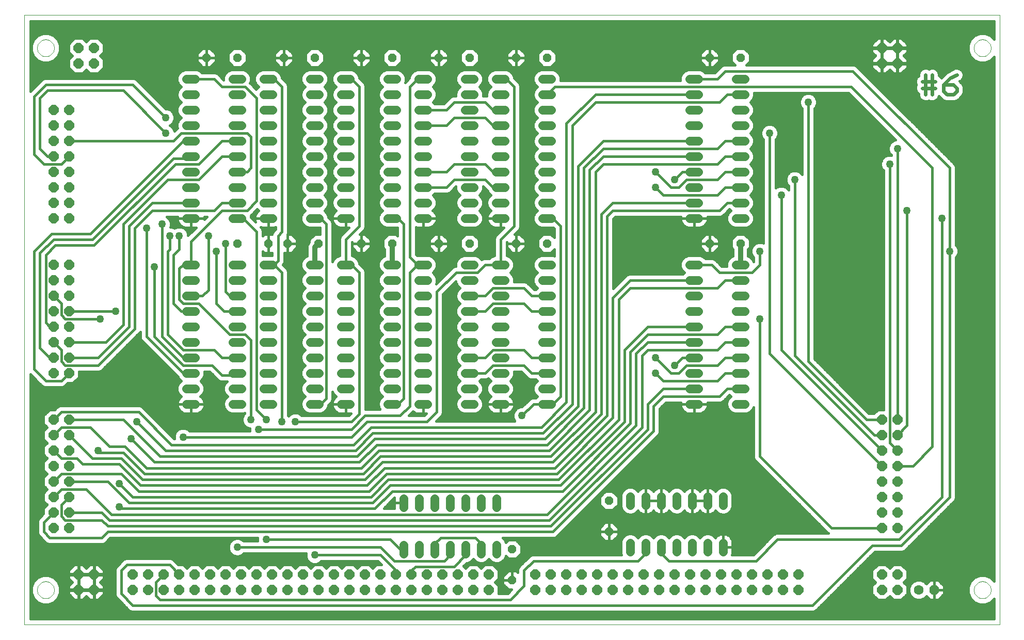
<source format=gtl>
G75*
%MOIN*%
%OFA0B0*%
%FSLAX24Y24*%
%IPPOS*%
%LPD*%
%AMOC8*
5,1,8,0,0,1.08239X$1,22.5*
%
%ADD10C,0.0000*%
%ADD11C,0.0230*%
%ADD12C,0.0560*%
%ADD13OC8,0.0560*%
%ADD14OC8,0.0640*%
%ADD15OC8,0.0630*%
%ADD16C,0.0630*%
%ADD17C,0.0160*%
%ADD18C,0.0500*%
%ADD19C,0.0320*%
D10*
X003890Y004015D02*
X003890Y043385D01*
X066882Y043385D01*
X066882Y004015D01*
X003890Y004015D01*
X004715Y006265D02*
X004717Y006312D01*
X004723Y006358D01*
X004733Y006404D01*
X004746Y006448D01*
X004764Y006492D01*
X004785Y006533D01*
X004809Y006573D01*
X004837Y006611D01*
X004868Y006646D01*
X004902Y006678D01*
X004938Y006707D01*
X004977Y006733D01*
X005017Y006756D01*
X005060Y006775D01*
X005104Y006791D01*
X005149Y006803D01*
X005195Y006811D01*
X005242Y006815D01*
X005288Y006815D01*
X005335Y006811D01*
X005381Y006803D01*
X005426Y006791D01*
X005470Y006775D01*
X005513Y006756D01*
X005553Y006733D01*
X005592Y006707D01*
X005628Y006678D01*
X005662Y006646D01*
X005693Y006611D01*
X005721Y006573D01*
X005745Y006533D01*
X005766Y006492D01*
X005784Y006448D01*
X005797Y006404D01*
X005807Y006358D01*
X005813Y006312D01*
X005815Y006265D01*
X005813Y006218D01*
X005807Y006172D01*
X005797Y006126D01*
X005784Y006082D01*
X005766Y006038D01*
X005745Y005997D01*
X005721Y005957D01*
X005693Y005919D01*
X005662Y005884D01*
X005628Y005852D01*
X005592Y005823D01*
X005553Y005797D01*
X005513Y005774D01*
X005470Y005755D01*
X005426Y005739D01*
X005381Y005727D01*
X005335Y005719D01*
X005288Y005715D01*
X005242Y005715D01*
X005195Y005719D01*
X005149Y005727D01*
X005104Y005739D01*
X005060Y005755D01*
X005017Y005774D01*
X004977Y005797D01*
X004938Y005823D01*
X004902Y005852D01*
X004868Y005884D01*
X004837Y005919D01*
X004809Y005957D01*
X004785Y005997D01*
X004764Y006038D01*
X004746Y006082D01*
X004733Y006126D01*
X004723Y006172D01*
X004717Y006218D01*
X004715Y006265D01*
X004715Y041265D02*
X004717Y041312D01*
X004723Y041358D01*
X004733Y041404D01*
X004746Y041448D01*
X004764Y041492D01*
X004785Y041533D01*
X004809Y041573D01*
X004837Y041611D01*
X004868Y041646D01*
X004902Y041678D01*
X004938Y041707D01*
X004977Y041733D01*
X005017Y041756D01*
X005060Y041775D01*
X005104Y041791D01*
X005149Y041803D01*
X005195Y041811D01*
X005242Y041815D01*
X005288Y041815D01*
X005335Y041811D01*
X005381Y041803D01*
X005426Y041791D01*
X005470Y041775D01*
X005513Y041756D01*
X005553Y041733D01*
X005592Y041707D01*
X005628Y041678D01*
X005662Y041646D01*
X005693Y041611D01*
X005721Y041573D01*
X005745Y041533D01*
X005766Y041492D01*
X005784Y041448D01*
X005797Y041404D01*
X005807Y041358D01*
X005813Y041312D01*
X005815Y041265D01*
X005813Y041218D01*
X005807Y041172D01*
X005797Y041126D01*
X005784Y041082D01*
X005766Y041038D01*
X005745Y040997D01*
X005721Y040957D01*
X005693Y040919D01*
X005662Y040884D01*
X005628Y040852D01*
X005592Y040823D01*
X005553Y040797D01*
X005513Y040774D01*
X005470Y040755D01*
X005426Y040739D01*
X005381Y040727D01*
X005335Y040719D01*
X005288Y040715D01*
X005242Y040715D01*
X005195Y040719D01*
X005149Y040727D01*
X005104Y040739D01*
X005060Y040755D01*
X005017Y040774D01*
X004977Y040797D01*
X004938Y040823D01*
X004902Y040852D01*
X004868Y040884D01*
X004837Y040919D01*
X004809Y040957D01*
X004785Y040997D01*
X004764Y041038D01*
X004746Y041082D01*
X004733Y041126D01*
X004723Y041172D01*
X004717Y041218D01*
X004715Y041265D01*
X065215Y041265D02*
X065217Y041312D01*
X065223Y041358D01*
X065233Y041404D01*
X065246Y041448D01*
X065264Y041492D01*
X065285Y041533D01*
X065309Y041573D01*
X065337Y041611D01*
X065368Y041646D01*
X065402Y041678D01*
X065438Y041707D01*
X065477Y041733D01*
X065517Y041756D01*
X065560Y041775D01*
X065604Y041791D01*
X065649Y041803D01*
X065695Y041811D01*
X065742Y041815D01*
X065788Y041815D01*
X065835Y041811D01*
X065881Y041803D01*
X065926Y041791D01*
X065970Y041775D01*
X066013Y041756D01*
X066053Y041733D01*
X066092Y041707D01*
X066128Y041678D01*
X066162Y041646D01*
X066193Y041611D01*
X066221Y041573D01*
X066245Y041533D01*
X066266Y041492D01*
X066284Y041448D01*
X066297Y041404D01*
X066307Y041358D01*
X066313Y041312D01*
X066315Y041265D01*
X066313Y041218D01*
X066307Y041172D01*
X066297Y041126D01*
X066284Y041082D01*
X066266Y041038D01*
X066245Y040997D01*
X066221Y040957D01*
X066193Y040919D01*
X066162Y040884D01*
X066128Y040852D01*
X066092Y040823D01*
X066053Y040797D01*
X066013Y040774D01*
X065970Y040755D01*
X065926Y040739D01*
X065881Y040727D01*
X065835Y040719D01*
X065788Y040715D01*
X065742Y040715D01*
X065695Y040719D01*
X065649Y040727D01*
X065604Y040739D01*
X065560Y040755D01*
X065517Y040774D01*
X065477Y040797D01*
X065438Y040823D01*
X065402Y040852D01*
X065368Y040884D01*
X065337Y040919D01*
X065309Y040957D01*
X065285Y040997D01*
X065264Y041038D01*
X065246Y041082D01*
X065233Y041126D01*
X065223Y041172D01*
X065217Y041218D01*
X065215Y041265D01*
X065215Y006265D02*
X065217Y006312D01*
X065223Y006358D01*
X065233Y006404D01*
X065246Y006448D01*
X065264Y006492D01*
X065285Y006533D01*
X065309Y006573D01*
X065337Y006611D01*
X065368Y006646D01*
X065402Y006678D01*
X065438Y006707D01*
X065477Y006733D01*
X065517Y006756D01*
X065560Y006775D01*
X065604Y006791D01*
X065649Y006803D01*
X065695Y006811D01*
X065742Y006815D01*
X065788Y006815D01*
X065835Y006811D01*
X065881Y006803D01*
X065926Y006791D01*
X065970Y006775D01*
X066013Y006756D01*
X066053Y006733D01*
X066092Y006707D01*
X066128Y006678D01*
X066162Y006646D01*
X066193Y006611D01*
X066221Y006573D01*
X066245Y006533D01*
X066266Y006492D01*
X066284Y006448D01*
X066297Y006404D01*
X066307Y006358D01*
X066313Y006312D01*
X066315Y006265D01*
X066313Y006218D01*
X066307Y006172D01*
X066297Y006126D01*
X066284Y006082D01*
X066266Y006038D01*
X066245Y005997D01*
X066221Y005957D01*
X066193Y005919D01*
X066162Y005884D01*
X066128Y005852D01*
X066092Y005823D01*
X066053Y005797D01*
X066013Y005774D01*
X065970Y005755D01*
X065926Y005739D01*
X065881Y005727D01*
X065835Y005719D01*
X065788Y005715D01*
X065742Y005715D01*
X065695Y005719D01*
X065649Y005727D01*
X065604Y005739D01*
X065560Y005755D01*
X065517Y005774D01*
X065477Y005797D01*
X065438Y005823D01*
X065402Y005852D01*
X065368Y005884D01*
X065337Y005919D01*
X065309Y005957D01*
X065285Y005997D01*
X065264Y006038D01*
X065246Y006082D01*
X065233Y006126D01*
X065223Y006172D01*
X065217Y006218D01*
X065215Y006265D01*
D11*
X063897Y038255D02*
X063473Y038255D01*
X063261Y038467D01*
X063261Y038891D01*
X063897Y038891D01*
X064109Y038679D01*
X064109Y038467D01*
X063897Y038255D01*
X063261Y038891D02*
X063685Y039314D01*
X064109Y039526D01*
X062727Y039102D02*
X062516Y039102D01*
X061880Y039102D01*
X061880Y038679D02*
X062727Y038679D01*
X062516Y038255D02*
X062516Y039526D01*
X062092Y039526D02*
X062092Y038255D01*
D12*
X050420Y038265D02*
X049860Y038265D01*
X049860Y037265D02*
X050420Y037265D01*
X050420Y036265D02*
X049860Y036265D01*
X049860Y035265D02*
X050420Y035265D01*
X050420Y034265D02*
X049860Y034265D01*
X049860Y033265D02*
X050420Y033265D01*
X050420Y032265D02*
X049860Y032265D01*
X049860Y031265D02*
X050420Y031265D01*
X050420Y030265D02*
X049860Y030265D01*
X047420Y030265D02*
X046860Y030265D01*
X046860Y031265D02*
X047420Y031265D01*
X047420Y032265D02*
X046860Y032265D01*
X046860Y033265D02*
X047420Y033265D01*
X047420Y034265D02*
X046860Y034265D01*
X046860Y035265D02*
X047420Y035265D01*
X047420Y036265D02*
X046860Y036265D01*
X046860Y037265D02*
X047420Y037265D01*
X047420Y038265D02*
X046860Y038265D01*
X046860Y039265D02*
X047420Y039265D01*
X049860Y039265D02*
X050420Y039265D01*
X037920Y039265D02*
X037360Y039265D01*
X037360Y038265D02*
X037920Y038265D01*
X037920Y037265D02*
X037360Y037265D01*
X037360Y036265D02*
X037920Y036265D01*
X037920Y035265D02*
X037360Y035265D01*
X037360Y034265D02*
X037920Y034265D01*
X037920Y033265D02*
X037360Y033265D01*
X037360Y032265D02*
X037920Y032265D01*
X037920Y031265D02*
X037360Y031265D01*
X037360Y030265D02*
X037920Y030265D01*
X034920Y030265D02*
X034360Y030265D01*
X034360Y031265D02*
X034920Y031265D01*
X034920Y032265D02*
X034360Y032265D01*
X034360Y033265D02*
X034920Y033265D01*
X034920Y034265D02*
X034360Y034265D01*
X034360Y035265D02*
X034920Y035265D01*
X034920Y036265D02*
X034360Y036265D01*
X034360Y037265D02*
X034920Y037265D01*
X034920Y038265D02*
X034360Y038265D01*
X032920Y038265D02*
X032360Y038265D01*
X032360Y037265D02*
X032920Y037265D01*
X032920Y036265D02*
X032360Y036265D01*
X032360Y035265D02*
X032920Y035265D01*
X032920Y034265D02*
X032360Y034265D01*
X032360Y033265D02*
X032920Y033265D01*
X032920Y032265D02*
X032360Y032265D01*
X032360Y031265D02*
X032920Y031265D01*
X032920Y030265D02*
X032360Y030265D01*
X029920Y030265D02*
X029360Y030265D01*
X029360Y031265D02*
X029920Y031265D01*
X029920Y032265D02*
X029360Y032265D01*
X029360Y033265D02*
X029920Y033265D01*
X029920Y034265D02*
X029360Y034265D01*
X029360Y035265D02*
X029920Y035265D01*
X029920Y036265D02*
X029360Y036265D01*
X029360Y037265D02*
X029920Y037265D01*
X029920Y038265D02*
X029360Y038265D01*
X027920Y038265D02*
X027360Y038265D01*
X027360Y037265D02*
X027920Y037265D01*
X027920Y036265D02*
X027360Y036265D01*
X027360Y035265D02*
X027920Y035265D01*
X027920Y034265D02*
X027360Y034265D01*
X027360Y033265D02*
X027920Y033265D01*
X027920Y032265D02*
X027360Y032265D01*
X027360Y031265D02*
X027920Y031265D01*
X027920Y030265D02*
X027360Y030265D01*
X024920Y030265D02*
X024360Y030265D01*
X024360Y031265D02*
X024920Y031265D01*
X024920Y032265D02*
X024360Y032265D01*
X024360Y033265D02*
X024920Y033265D01*
X024920Y034265D02*
X024360Y034265D01*
X024360Y035265D02*
X024920Y035265D01*
X024920Y036265D02*
X024360Y036265D01*
X024360Y037265D02*
X024920Y037265D01*
X024920Y038265D02*
X024360Y038265D01*
X022920Y038265D02*
X022360Y038265D01*
X022360Y037265D02*
X022920Y037265D01*
X022920Y036265D02*
X022360Y036265D01*
X022360Y035265D02*
X022920Y035265D01*
X022920Y034265D02*
X022360Y034265D01*
X022360Y033265D02*
X022920Y033265D01*
X022920Y032265D02*
X022360Y032265D01*
X022360Y031265D02*
X022920Y031265D01*
X022920Y030265D02*
X022360Y030265D01*
X019920Y030265D02*
X019360Y030265D01*
X019360Y031265D02*
X019920Y031265D01*
X019920Y032265D02*
X019360Y032265D01*
X019360Y033265D02*
X019920Y033265D01*
X019920Y034265D02*
X019360Y034265D01*
X019360Y035265D02*
X019920Y035265D01*
X019920Y036265D02*
X019360Y036265D01*
X019360Y037265D02*
X019920Y037265D01*
X019920Y038265D02*
X019360Y038265D01*
X017920Y038265D02*
X017360Y038265D01*
X017360Y037265D02*
X017920Y037265D01*
X017920Y036265D02*
X017360Y036265D01*
X017360Y035265D02*
X017920Y035265D01*
X017920Y034265D02*
X017360Y034265D01*
X017360Y033265D02*
X017920Y033265D01*
X017920Y032265D02*
X017360Y032265D01*
X017360Y031265D02*
X017920Y031265D01*
X017920Y030265D02*
X017360Y030265D01*
X014920Y030265D02*
X014360Y030265D01*
X014360Y031265D02*
X014920Y031265D01*
X014920Y032265D02*
X014360Y032265D01*
X014360Y033265D02*
X014920Y033265D01*
X014920Y034265D02*
X014360Y034265D01*
X014360Y035265D02*
X014920Y035265D01*
X014920Y036265D02*
X014360Y036265D01*
X014360Y037265D02*
X014920Y037265D01*
X014920Y038265D02*
X014360Y038265D01*
X014360Y039265D02*
X014920Y039265D01*
X017360Y039265D02*
X017920Y039265D01*
X019360Y039265D02*
X019920Y039265D01*
X022360Y039265D02*
X022920Y039265D01*
X024360Y039265D02*
X024920Y039265D01*
X027360Y039265D02*
X027920Y039265D01*
X029360Y039265D02*
X029920Y039265D01*
X032360Y039265D02*
X032920Y039265D01*
X034360Y039265D02*
X034920Y039265D01*
X034920Y027265D02*
X034360Y027265D01*
X034360Y026265D02*
X034920Y026265D01*
X034920Y025265D02*
X034360Y025265D01*
X034360Y024265D02*
X034920Y024265D01*
X034920Y023265D02*
X034360Y023265D01*
X034360Y022265D02*
X034920Y022265D01*
X034920Y021265D02*
X034360Y021265D01*
X034360Y020265D02*
X034920Y020265D01*
X034920Y019265D02*
X034360Y019265D01*
X034360Y018265D02*
X034920Y018265D01*
X032920Y018265D02*
X032360Y018265D01*
X032360Y019265D02*
X032920Y019265D01*
X032920Y020265D02*
X032360Y020265D01*
X032360Y021265D02*
X032920Y021265D01*
X032920Y022265D02*
X032360Y022265D01*
X032360Y023265D02*
X032920Y023265D01*
X032920Y024265D02*
X032360Y024265D01*
X032360Y025265D02*
X032920Y025265D01*
X032920Y026265D02*
X032360Y026265D01*
X032360Y027265D02*
X032920Y027265D01*
X029920Y027265D02*
X029360Y027265D01*
X029360Y026265D02*
X029920Y026265D01*
X029920Y025265D02*
X029360Y025265D01*
X029360Y024265D02*
X029920Y024265D01*
X029920Y023265D02*
X029360Y023265D01*
X029360Y022265D02*
X029920Y022265D01*
X029920Y021265D02*
X029360Y021265D01*
X029360Y020265D02*
X029920Y020265D01*
X029920Y019265D02*
X029360Y019265D01*
X029360Y018265D02*
X029920Y018265D01*
X027920Y018265D02*
X027360Y018265D01*
X027360Y019265D02*
X027920Y019265D01*
X027920Y020265D02*
X027360Y020265D01*
X027360Y021265D02*
X027920Y021265D01*
X027920Y022265D02*
X027360Y022265D01*
X027360Y023265D02*
X027920Y023265D01*
X027920Y024265D02*
X027360Y024265D01*
X027360Y025265D02*
X027920Y025265D01*
X027920Y026265D02*
X027360Y026265D01*
X027360Y027265D02*
X027920Y027265D01*
X024920Y027265D02*
X024360Y027265D01*
X024360Y026265D02*
X024920Y026265D01*
X024920Y025265D02*
X024360Y025265D01*
X024360Y024265D02*
X024920Y024265D01*
X024920Y023265D02*
X024360Y023265D01*
X024360Y022265D02*
X024920Y022265D01*
X024920Y021265D02*
X024360Y021265D01*
X024360Y020265D02*
X024920Y020265D01*
X024920Y019265D02*
X024360Y019265D01*
X024360Y018265D02*
X024920Y018265D01*
X022920Y018265D02*
X022360Y018265D01*
X022360Y019265D02*
X022920Y019265D01*
X022920Y020265D02*
X022360Y020265D01*
X022360Y021265D02*
X022920Y021265D01*
X022920Y022265D02*
X022360Y022265D01*
X022360Y023265D02*
X022920Y023265D01*
X022920Y024265D02*
X022360Y024265D01*
X022360Y025265D02*
X022920Y025265D01*
X022920Y026265D02*
X022360Y026265D01*
X022360Y027265D02*
X022920Y027265D01*
X019920Y027265D02*
X019360Y027265D01*
X019360Y026265D02*
X019920Y026265D01*
X019920Y025265D02*
X019360Y025265D01*
X019360Y024265D02*
X019920Y024265D01*
X019920Y023265D02*
X019360Y023265D01*
X019360Y022265D02*
X019920Y022265D01*
X019920Y021265D02*
X019360Y021265D01*
X019360Y020265D02*
X019920Y020265D01*
X019920Y019265D02*
X019360Y019265D01*
X019360Y018265D02*
X019920Y018265D01*
X017920Y018265D02*
X017360Y018265D01*
X017360Y019265D02*
X017920Y019265D01*
X017920Y020265D02*
X017360Y020265D01*
X017360Y021265D02*
X017920Y021265D01*
X017920Y022265D02*
X017360Y022265D01*
X017360Y023265D02*
X017920Y023265D01*
X017920Y024265D02*
X017360Y024265D01*
X017360Y025265D02*
X017920Y025265D01*
X017920Y026265D02*
X017360Y026265D01*
X017360Y027265D02*
X017920Y027265D01*
X014920Y027265D02*
X014360Y027265D01*
X014360Y026265D02*
X014920Y026265D01*
X014920Y025265D02*
X014360Y025265D01*
X014360Y024265D02*
X014920Y024265D01*
X014920Y023265D02*
X014360Y023265D01*
X014360Y022265D02*
X014920Y022265D01*
X014920Y021265D02*
X014360Y021265D01*
X014360Y020265D02*
X014920Y020265D01*
X014920Y019265D02*
X014360Y019265D01*
X014360Y018265D02*
X014920Y018265D01*
X028390Y012170D02*
X028390Y011610D01*
X029390Y011610D02*
X029390Y012170D01*
X030390Y012170D02*
X030390Y011610D01*
X031390Y011610D02*
X031390Y012170D01*
X032390Y012170D02*
X032390Y011610D01*
X033390Y011610D02*
X033390Y012170D01*
X034390Y012170D02*
X034390Y011610D01*
X034390Y009170D02*
X034390Y008610D01*
X033390Y008610D02*
X033390Y009170D01*
X032390Y009170D02*
X032390Y008610D01*
X031390Y008610D02*
X031390Y009170D01*
X030390Y009170D02*
X030390Y008610D01*
X029390Y008610D02*
X029390Y009170D01*
X028390Y009170D02*
X028390Y008610D01*
X037360Y018265D02*
X037920Y018265D01*
X037920Y019265D02*
X037360Y019265D01*
X037360Y020265D02*
X037920Y020265D01*
X037920Y021265D02*
X037360Y021265D01*
X037360Y022265D02*
X037920Y022265D01*
X037920Y023265D02*
X037360Y023265D01*
X037360Y024265D02*
X037920Y024265D01*
X037920Y025265D02*
X037360Y025265D01*
X037360Y026265D02*
X037920Y026265D01*
X037920Y027265D02*
X037360Y027265D01*
X046860Y027265D02*
X047420Y027265D01*
X047420Y026265D02*
X046860Y026265D01*
X046860Y025265D02*
X047420Y025265D01*
X047420Y024265D02*
X046860Y024265D01*
X046860Y023265D02*
X047420Y023265D01*
X047420Y022265D02*
X046860Y022265D01*
X046860Y021265D02*
X047420Y021265D01*
X047420Y020265D02*
X046860Y020265D01*
X046860Y019265D02*
X047420Y019265D01*
X047420Y018265D02*
X046860Y018265D01*
X049860Y018265D02*
X050420Y018265D01*
X050420Y019265D02*
X049860Y019265D01*
X049860Y020265D02*
X050420Y020265D01*
X050420Y021265D02*
X049860Y021265D01*
X049860Y022265D02*
X050420Y022265D01*
X050420Y023265D02*
X049860Y023265D01*
X049860Y024265D02*
X050420Y024265D01*
X050420Y025265D02*
X049860Y025265D01*
X049860Y026265D02*
X050420Y026265D01*
X050420Y027265D02*
X049860Y027265D01*
X049015Y012295D02*
X049015Y011735D01*
X048015Y011735D02*
X048015Y012295D01*
X047015Y012295D02*
X047015Y011735D01*
X046015Y011735D02*
X046015Y012295D01*
X045015Y012295D02*
X045015Y011735D01*
X044015Y011735D02*
X044015Y012295D01*
X043015Y012295D02*
X043015Y011735D01*
X043015Y009295D02*
X043015Y008735D01*
X044015Y008735D02*
X044015Y009295D01*
X045015Y009295D02*
X045015Y008735D01*
X046015Y008735D02*
X046015Y009295D01*
X047015Y009295D02*
X047015Y008735D01*
X048015Y008735D02*
X048015Y009295D01*
X049015Y009295D02*
X049015Y008735D01*
D13*
X041640Y010015D03*
X041640Y012015D03*
X035390Y008890D03*
X035390Y006890D03*
X035640Y028640D03*
X037640Y028640D03*
X032640Y028640D03*
X030640Y028640D03*
X027640Y028640D03*
X025640Y028640D03*
X022890Y028640D03*
X020890Y028640D03*
X019640Y028640D03*
X017640Y028640D03*
X017640Y040640D03*
X015640Y040640D03*
X020640Y040640D03*
X022640Y040640D03*
X025640Y040640D03*
X027640Y040640D03*
X030640Y040640D03*
X032640Y040640D03*
X035640Y040640D03*
X037640Y040640D03*
X048140Y040640D03*
X050140Y040640D03*
X050140Y028640D03*
X048140Y028640D03*
D14*
X059265Y017265D03*
X060265Y017265D03*
X060265Y016265D03*
X059265Y016265D03*
X059265Y015265D03*
X060265Y015265D03*
X060265Y014265D03*
X059265Y014265D03*
X059265Y013265D03*
X060265Y013265D03*
X060265Y012265D03*
X059265Y012265D03*
X059265Y011265D03*
X060265Y011265D03*
X060265Y010265D03*
X059265Y010265D03*
X059265Y007265D03*
X060265Y007265D03*
X060265Y006265D03*
X059265Y006265D03*
X053890Y006265D03*
X053890Y007265D03*
X052890Y007265D03*
X051890Y007265D03*
X051890Y006265D03*
X052890Y006265D03*
X050890Y006265D03*
X049890Y006265D03*
X049890Y007265D03*
X050890Y007265D03*
X048890Y007265D03*
X047890Y007265D03*
X046890Y007265D03*
X046890Y006265D03*
X047890Y006265D03*
X048890Y006265D03*
X045890Y006265D03*
X044890Y006265D03*
X044890Y007265D03*
X045890Y007265D03*
X043890Y007265D03*
X042890Y007265D03*
X041890Y007265D03*
X041890Y006265D03*
X042890Y006265D03*
X043890Y006265D03*
X040890Y006265D03*
X039890Y006265D03*
X039890Y007265D03*
X040890Y007265D03*
X038890Y007265D03*
X037890Y007265D03*
X036890Y007265D03*
X036890Y006265D03*
X037890Y006265D03*
X038890Y006265D03*
X033890Y006265D03*
X032890Y006265D03*
X032890Y007265D03*
X033890Y007265D03*
X031890Y007265D03*
X030890Y007265D03*
X029890Y007265D03*
X029890Y006265D03*
X030890Y006265D03*
X031890Y006265D03*
X028890Y006265D03*
X027890Y006265D03*
X027890Y007265D03*
X028890Y007265D03*
X026890Y007265D03*
X025890Y007265D03*
X024890Y007265D03*
X024890Y006265D03*
X025890Y006265D03*
X026890Y006265D03*
X023890Y006265D03*
X022890Y006265D03*
X022890Y007265D03*
X023890Y007265D03*
X021890Y007265D03*
X020890Y007265D03*
X019890Y007265D03*
X019890Y006265D03*
X020890Y006265D03*
X021890Y006265D03*
X018890Y006265D03*
X017890Y006265D03*
X017890Y007265D03*
X018890Y007265D03*
X016890Y007265D03*
X015890Y007265D03*
X015890Y006265D03*
X016890Y006265D03*
X014890Y006265D03*
X013890Y006265D03*
X012890Y006265D03*
X012890Y007265D03*
X013890Y007265D03*
X014890Y007265D03*
X011890Y007265D03*
X010890Y007265D03*
X010890Y006265D03*
X011890Y006265D03*
X008390Y006265D03*
X007390Y006265D03*
X007390Y007265D03*
X008390Y007265D03*
X006765Y010265D03*
X005765Y010265D03*
X005765Y011265D03*
X006765Y011265D03*
X006765Y012265D03*
X005765Y012265D03*
X005765Y013265D03*
X006765Y013265D03*
X006765Y014265D03*
X005765Y014265D03*
X005765Y015265D03*
X006765Y015265D03*
X006765Y016265D03*
X005765Y016265D03*
X005765Y017265D03*
X006765Y017265D03*
X006765Y020265D03*
X005765Y020265D03*
X005765Y021265D03*
X006765Y021265D03*
X006765Y022265D03*
X005765Y022265D03*
X005765Y023265D03*
X006765Y023265D03*
X006765Y024265D03*
X005765Y024265D03*
X005765Y025265D03*
X006765Y025265D03*
X006765Y026265D03*
X005765Y026265D03*
X005765Y027265D03*
X006765Y027265D03*
X006765Y030265D03*
X005765Y030265D03*
X005765Y031265D03*
X006765Y031265D03*
X006765Y032265D03*
X005765Y032265D03*
X005765Y033265D03*
X006765Y033265D03*
X006765Y034265D03*
X005765Y034265D03*
X005765Y035265D03*
X006765Y035265D03*
X006765Y036265D03*
X005765Y036265D03*
X005765Y037265D03*
X006765Y037265D03*
X007390Y040265D03*
X008390Y040265D03*
X008390Y041265D03*
X007390Y041265D03*
X059265Y041265D03*
X060265Y041265D03*
X060265Y040265D03*
X059265Y040265D03*
D15*
X062640Y006265D03*
D16*
X061640Y006265D03*
D17*
X062094Y006710D02*
X062186Y006710D01*
X062140Y006663D02*
X062000Y006803D01*
X061766Y006900D01*
X061514Y006900D01*
X061280Y006803D01*
X061102Y006625D01*
X061005Y006391D01*
X061005Y006139D01*
X061102Y005905D01*
X061280Y005727D01*
X061514Y005630D01*
X061766Y005630D01*
X062000Y005727D01*
X062140Y005867D01*
X062377Y005630D01*
X062640Y005630D01*
X062903Y005630D01*
X063275Y006002D01*
X063275Y006265D01*
X063275Y006528D01*
X062903Y006900D01*
X062640Y006900D01*
X062640Y006265D01*
X063275Y006265D01*
X062640Y006265D01*
X062640Y006265D01*
X062640Y006265D01*
X062640Y005630D01*
X062640Y006265D01*
X062640Y006265D01*
X062640Y006900D01*
X062377Y006900D01*
X062140Y006663D01*
X062345Y006868D02*
X061844Y006868D01*
X061436Y006868D02*
X060773Y006868D01*
X060670Y006765D02*
X060905Y007000D01*
X060905Y007530D01*
X060530Y007905D01*
X060000Y007905D01*
X059765Y007670D01*
X059530Y007905D01*
X059000Y007905D01*
X058625Y007530D01*
X058625Y007000D01*
X058860Y006765D01*
X058625Y006530D01*
X058625Y006000D01*
X059000Y005625D01*
X059530Y005625D01*
X059765Y005860D01*
X060000Y005625D01*
X060530Y005625D01*
X060905Y006000D01*
X060905Y006530D01*
X060670Y006765D01*
X060726Y006710D02*
X061186Y006710D01*
X061071Y006551D02*
X060884Y006551D01*
X060905Y006393D02*
X061005Y006393D01*
X061005Y006234D02*
X060905Y006234D01*
X060905Y006076D02*
X061031Y006076D01*
X061097Y005917D02*
X060822Y005917D01*
X060664Y005759D02*
X061248Y005759D01*
X062032Y005759D02*
X062248Y005759D01*
X062640Y005759D02*
X062640Y005759D01*
X062640Y005917D02*
X062640Y005917D01*
X062640Y006076D02*
X062640Y006076D01*
X062640Y006234D02*
X062640Y006234D01*
X062640Y006393D02*
X062640Y006393D01*
X062640Y006551D02*
X062640Y006551D01*
X062640Y006710D02*
X062640Y006710D01*
X062640Y006868D02*
X062640Y006868D01*
X062935Y006868D02*
X065053Y006868D01*
X064977Y006792D02*
X064835Y006450D01*
X064835Y006080D01*
X064977Y005738D01*
X065238Y005477D01*
X065580Y005335D01*
X065950Y005335D01*
X066292Y005477D01*
X066502Y005687D01*
X066502Y004395D01*
X004270Y004395D01*
X004270Y020194D01*
X004926Y019538D01*
X005038Y019426D01*
X005185Y019365D01*
X006345Y019365D01*
X006492Y019426D01*
X006691Y019625D01*
X007030Y019625D01*
X007405Y020000D01*
X007405Y020365D01*
X008720Y020365D01*
X008867Y020426D01*
X008979Y020538D01*
X008979Y020538D01*
X011354Y022913D01*
X011365Y022940D01*
X011365Y022560D01*
X011426Y022413D01*
X011538Y022301D01*
X013807Y020032D01*
X013851Y019925D01*
X014011Y019765D01*
X013851Y019605D01*
X013760Y019384D01*
X013760Y019146D01*
X013851Y018925D01*
X014018Y018758D01*
X013969Y018723D01*
X013902Y018656D01*
X013847Y018579D01*
X013804Y018495D01*
X013775Y018405D01*
X013760Y018312D01*
X013760Y018265D01*
X014640Y018265D01*
X015520Y018265D01*
X015520Y018312D01*
X015505Y018405D01*
X015476Y018495D01*
X015433Y018579D01*
X015378Y018656D01*
X015311Y018723D01*
X015262Y018758D01*
X015429Y018925D01*
X015520Y019146D01*
X015520Y019384D01*
X015429Y019605D01*
X015269Y019765D01*
X015429Y019925D01*
X015520Y020146D01*
X015520Y020365D01*
X015849Y020365D01*
X016413Y019801D01*
X016560Y019740D01*
X016986Y019740D01*
X016851Y019605D01*
X016760Y019384D01*
X016760Y019146D01*
X016851Y018925D01*
X017011Y018765D01*
X016851Y018605D01*
X016760Y018384D01*
X016760Y018146D01*
X016851Y017925D01*
X017020Y017756D01*
X017241Y017665D01*
X018039Y017665D01*
X018115Y017696D01*
X018115Y017671D01*
X018032Y017588D01*
X017945Y017378D01*
X017945Y017152D01*
X018032Y016942D01*
X018192Y016782D01*
X018402Y016695D01*
X018445Y016695D01*
X018445Y016540D01*
X014546Y016540D01*
X014463Y016623D01*
X014253Y016710D01*
X014027Y016710D01*
X013817Y016623D01*
X013657Y016463D01*
X013570Y016253D01*
X013570Y016040D01*
X013556Y016040D01*
X011492Y018104D01*
X011345Y018165D01*
X006185Y018165D01*
X006038Y018104D01*
X005926Y017992D01*
X005839Y017905D01*
X005500Y017905D01*
X005125Y017530D01*
X005125Y017000D01*
X005360Y016765D01*
X005125Y016530D01*
X005125Y016000D01*
X005360Y015765D01*
X005125Y015530D01*
X005125Y015000D01*
X005360Y014765D01*
X005125Y014530D01*
X005125Y014000D01*
X005360Y013765D01*
X005125Y013530D01*
X005125Y013000D01*
X005360Y012765D01*
X005125Y012530D01*
X005125Y012000D01*
X005360Y011765D01*
X005125Y011530D01*
X005125Y011191D01*
X004913Y010979D01*
X004801Y010867D01*
X004740Y010720D01*
X004740Y009935D01*
X004801Y009788D01*
X005176Y009413D01*
X005288Y009301D01*
X005435Y009240D01*
X008970Y009240D01*
X009117Y009301D01*
X009431Y009615D01*
X018945Y009615D01*
X018945Y009415D01*
X018046Y009415D01*
X017963Y009498D01*
X017753Y009585D01*
X017527Y009585D01*
X017317Y009498D01*
X017157Y009338D01*
X017070Y009128D01*
X017070Y008902D01*
X017157Y008692D01*
X017317Y008532D01*
X017527Y008445D01*
X017753Y008445D01*
X017963Y008532D01*
X018046Y008615D01*
X022070Y008615D01*
X022070Y008402D01*
X022157Y008192D01*
X022317Y008032D01*
X022527Y007945D01*
X022753Y007945D01*
X022963Y008032D01*
X023046Y008115D01*
X026724Y008115D01*
X026934Y007905D01*
X026625Y007905D01*
X026390Y007670D01*
X026155Y007905D01*
X025625Y007905D01*
X025390Y007670D01*
X025155Y007905D01*
X024625Y007905D01*
X024390Y007670D01*
X024155Y007905D01*
X023625Y007905D01*
X023390Y007670D01*
X023155Y007905D01*
X022625Y007905D01*
X022390Y007670D01*
X022155Y007905D01*
X021625Y007905D01*
X021390Y007670D01*
X021155Y007905D01*
X020625Y007905D01*
X020390Y007670D01*
X020155Y007905D01*
X019625Y007905D01*
X019390Y007670D01*
X019155Y007905D01*
X018625Y007905D01*
X018390Y007670D01*
X018155Y007905D01*
X017625Y007905D01*
X017390Y007670D01*
X017155Y007905D01*
X016625Y007905D01*
X016390Y007670D01*
X016155Y007905D01*
X015625Y007905D01*
X015390Y007670D01*
X015155Y007905D01*
X014625Y007905D01*
X014390Y007670D01*
X014155Y007905D01*
X013816Y007905D01*
X013492Y008229D01*
X013345Y008290D01*
X010435Y008290D01*
X010288Y008229D01*
X010176Y008117D01*
X010176Y008117D01*
X009801Y007742D01*
X009740Y007595D01*
X009740Y005935D01*
X009801Y005788D01*
X010663Y004926D01*
X010810Y004865D01*
X054845Y004865D01*
X054992Y004926D01*
X055104Y005038D01*
X058806Y008740D01*
X060595Y008740D01*
X060742Y008801D01*
X060854Y008913D01*
X063979Y012038D01*
X064040Y012185D01*
X064040Y027734D01*
X064123Y027817D01*
X064210Y028027D01*
X064210Y028253D01*
X064123Y028463D01*
X064040Y028546D01*
X064040Y033595D01*
X063979Y033742D01*
X063867Y033854D01*
X057617Y040104D01*
X057470Y040165D01*
X050514Y040165D01*
X050740Y040391D01*
X050740Y040889D01*
X050389Y041240D01*
X049891Y041240D01*
X049540Y040889D01*
X049540Y040391D01*
X049766Y040165D01*
X049060Y040165D01*
X048913Y040104D01*
X048801Y039992D01*
X048474Y039665D01*
X047869Y039665D01*
X047760Y039774D01*
X047539Y039865D01*
X046741Y039865D01*
X046520Y039774D01*
X046351Y039605D01*
X046260Y039384D01*
X046260Y039165D01*
X038520Y039165D01*
X038520Y039384D01*
X038429Y039605D01*
X038260Y039774D01*
X038039Y039865D01*
X037241Y039865D01*
X037020Y039774D01*
X036851Y039605D01*
X036760Y039384D01*
X036760Y039146D01*
X036851Y038925D01*
X037011Y038765D01*
X036851Y038605D01*
X036760Y038384D01*
X036760Y038146D01*
X036851Y037925D01*
X037011Y037765D01*
X036851Y037605D01*
X036760Y037384D01*
X036760Y037146D01*
X036851Y036925D01*
X037011Y036765D01*
X036851Y036605D01*
X036760Y036384D01*
X036760Y036146D01*
X036851Y035925D01*
X037011Y035765D01*
X036851Y035605D01*
X036760Y035384D01*
X036760Y035146D01*
X036851Y034925D01*
X037011Y034765D01*
X036851Y034605D01*
X036760Y034384D01*
X036760Y034146D01*
X036851Y033925D01*
X037011Y033765D01*
X036851Y033605D01*
X036760Y033384D01*
X036760Y033146D01*
X036851Y032925D01*
X037011Y032765D01*
X036851Y032605D01*
X036760Y032384D01*
X036760Y032146D01*
X036851Y031925D01*
X037011Y031765D01*
X036851Y031605D01*
X036760Y031384D01*
X036760Y031146D01*
X036851Y030925D01*
X037011Y030765D01*
X036851Y030605D01*
X036760Y030384D01*
X036760Y030146D01*
X036851Y029925D01*
X037020Y029756D01*
X037241Y029665D01*
X038039Y029665D01*
X038046Y029668D01*
X038115Y029599D01*
X038115Y029014D01*
X037889Y029240D01*
X037391Y029240D01*
X037040Y028889D01*
X037040Y028391D01*
X037391Y028040D01*
X037889Y028040D01*
X038115Y028266D01*
X038114Y028266D01*
X038115Y028266D02*
X038115Y027834D01*
X038039Y027865D01*
X037241Y027865D01*
X037020Y027774D01*
X036851Y027605D01*
X036760Y027384D01*
X036760Y027146D01*
X036851Y026925D01*
X037011Y026765D01*
X036851Y026605D01*
X036760Y026384D01*
X036760Y026146D01*
X036851Y025925D01*
X037011Y025765D01*
X036911Y025665D01*
X036806Y025665D01*
X036367Y026104D01*
X036220Y026165D01*
X035520Y026165D01*
X035520Y026384D01*
X035429Y026605D01*
X035269Y026765D01*
X035429Y026925D01*
X035520Y027146D01*
X035520Y027384D01*
X035429Y027605D01*
X035260Y027774D01*
X035040Y027865D01*
X035040Y028724D01*
X035040Y028724D01*
X035040Y028640D01*
X035640Y028640D01*
X035640Y028640D01*
X035640Y029240D01*
X035889Y029240D01*
X036240Y028889D01*
X036240Y028640D01*
X035640Y028640D01*
X035640Y028640D01*
X035640Y029240D01*
X035556Y029240D01*
X035742Y029426D01*
X035854Y029538D01*
X035915Y029685D01*
X035915Y038845D01*
X035854Y038992D01*
X035520Y039326D01*
X035520Y039384D01*
X035429Y039605D01*
X035260Y039774D01*
X035039Y039865D01*
X034241Y039865D01*
X034020Y039774D01*
X033851Y039605D01*
X033760Y039384D01*
X033760Y039146D01*
X033851Y038925D01*
X034011Y038765D01*
X033851Y038605D01*
X033760Y038384D01*
X033760Y038148D01*
X033720Y038165D01*
X033520Y038165D01*
X033520Y038384D01*
X033429Y038605D01*
X033269Y038765D01*
X033429Y038925D01*
X033520Y039146D01*
X033520Y039384D01*
X033429Y039605D01*
X033260Y039774D01*
X033039Y039865D01*
X032241Y039865D01*
X032020Y039774D01*
X031851Y039605D01*
X031760Y039384D01*
X031760Y039146D01*
X031851Y038925D01*
X032011Y038765D01*
X031851Y038605D01*
X031760Y038384D01*
X031760Y038165D01*
X031560Y038165D01*
X031413Y038104D01*
X031301Y037992D01*
X030974Y037665D01*
X030369Y037665D01*
X030269Y037765D01*
X030429Y037925D01*
X030520Y038146D01*
X030520Y038384D01*
X030429Y038605D01*
X030269Y038765D01*
X030429Y038925D01*
X030520Y039146D01*
X030520Y039384D01*
X030429Y039605D01*
X030260Y039774D01*
X030039Y039865D01*
X029241Y039865D01*
X029020Y039774D01*
X028851Y039605D01*
X028760Y039384D01*
X028760Y039326D01*
X028478Y039043D01*
X028520Y039146D01*
X028520Y039384D01*
X028429Y039605D01*
X028260Y039774D01*
X028039Y039865D01*
X027241Y039865D01*
X027020Y039774D01*
X026851Y039605D01*
X026760Y039384D01*
X026760Y039146D01*
X026851Y038925D01*
X027011Y038765D01*
X026851Y038605D01*
X026760Y038384D01*
X026760Y038146D01*
X026851Y037925D01*
X027011Y037765D01*
X026851Y037605D01*
X026760Y037384D01*
X026760Y037146D01*
X026851Y036925D01*
X027011Y036765D01*
X026851Y036605D01*
X026760Y036384D01*
X026760Y036146D01*
X026851Y035925D01*
X027011Y035765D01*
X026851Y035605D01*
X026760Y035384D01*
X026760Y035146D01*
X026851Y034925D01*
X027011Y034765D01*
X026851Y034605D01*
X026760Y034384D01*
X026760Y034146D01*
X026851Y033925D01*
X027011Y033765D01*
X026851Y033605D01*
X026760Y033384D01*
X026760Y033146D01*
X026851Y032925D01*
X027011Y032765D01*
X026851Y032605D01*
X026760Y032384D01*
X026760Y032146D01*
X026851Y031925D01*
X027011Y031765D01*
X026851Y031605D01*
X026760Y031384D01*
X026760Y031146D01*
X026851Y030925D01*
X027011Y030765D01*
X026851Y030605D01*
X026760Y030384D01*
X026760Y030146D01*
X026851Y029925D01*
X027020Y029756D01*
X027241Y029665D01*
X027990Y029665D01*
X027990Y029139D01*
X027889Y029240D01*
X027391Y029240D01*
X027040Y028889D01*
X027040Y028391D01*
X027160Y028271D01*
X027160Y027832D01*
X027020Y027774D01*
X026851Y027605D01*
X026760Y027384D01*
X026760Y027146D01*
X026851Y026925D01*
X027011Y026765D01*
X026851Y026605D01*
X026760Y026384D01*
X026760Y026146D01*
X026851Y025925D01*
X027011Y025765D01*
X026851Y025605D01*
X026760Y025384D01*
X026760Y025146D01*
X026851Y024925D01*
X027011Y024765D01*
X026851Y024605D01*
X026760Y024384D01*
X026760Y024146D01*
X026851Y023925D01*
X027011Y023765D01*
X026851Y023605D01*
X026760Y023384D01*
X026760Y023146D01*
X026851Y022925D01*
X027011Y022765D01*
X026851Y022605D01*
X026760Y022384D01*
X026760Y022146D01*
X026851Y021925D01*
X027011Y021765D01*
X026851Y021605D01*
X026760Y021384D01*
X026760Y021146D01*
X026851Y020925D01*
X027011Y020765D01*
X026851Y020605D01*
X026760Y020384D01*
X026760Y020146D01*
X026851Y019925D01*
X027011Y019765D01*
X026851Y019605D01*
X026760Y019384D01*
X026760Y019146D01*
X026851Y018925D01*
X027011Y018765D01*
X026851Y018605D01*
X026760Y018384D01*
X026760Y018146D01*
X026851Y017925D01*
X026861Y017915D01*
X025915Y017915D01*
X025915Y026845D01*
X025854Y026992D01*
X025742Y027104D01*
X025520Y027326D01*
X025520Y027384D01*
X025429Y027605D01*
X025260Y027774D01*
X025040Y027865D01*
X025040Y028724D01*
X025040Y028724D01*
X025040Y028640D01*
X025640Y028640D01*
X025640Y028640D01*
X025640Y029240D01*
X025889Y029240D01*
X026240Y028889D01*
X026240Y028640D01*
X025640Y028640D01*
X025640Y028640D01*
X025640Y029240D01*
X025556Y029240D01*
X025742Y029426D01*
X025854Y029538D01*
X025915Y029685D01*
X025915Y038845D01*
X025854Y038992D01*
X025520Y039326D01*
X025520Y039384D01*
X025429Y039605D01*
X025260Y039774D01*
X025039Y039865D01*
X024241Y039865D01*
X024020Y039774D01*
X023851Y039605D01*
X023760Y039384D01*
X023760Y039146D01*
X023851Y038925D01*
X024011Y038765D01*
X023851Y038605D01*
X023760Y038384D01*
X023760Y038146D01*
X023851Y037925D01*
X024011Y037765D01*
X023851Y037605D01*
X023760Y037384D01*
X023760Y037146D01*
X023851Y036925D01*
X024011Y036765D01*
X023851Y036605D01*
X023760Y036384D01*
X023760Y036146D01*
X023851Y035925D01*
X024011Y035765D01*
X023851Y035605D01*
X023760Y035384D01*
X023760Y035146D01*
X023851Y034925D01*
X024011Y034765D01*
X023851Y034605D01*
X023760Y034384D01*
X023760Y034146D01*
X023851Y033925D01*
X024011Y033765D01*
X023851Y033605D01*
X023760Y033384D01*
X023760Y033146D01*
X023851Y032925D01*
X024011Y032765D01*
X023851Y032605D01*
X023760Y032384D01*
X023760Y032146D01*
X023851Y031925D01*
X024011Y031765D01*
X023851Y031605D01*
X023760Y031384D01*
X023760Y031146D01*
X023851Y030925D01*
X024018Y030758D01*
X023969Y030723D01*
X023902Y030656D01*
X023847Y030579D01*
X023804Y030495D01*
X023775Y030405D01*
X023760Y030312D01*
X023760Y030265D01*
X024640Y030265D01*
X024640Y029665D01*
X024849Y029665D01*
X024301Y029117D01*
X024240Y028970D01*
X024240Y027865D01*
X024020Y027774D01*
X023851Y027605D01*
X023790Y027457D01*
X023790Y029970D01*
X023729Y030117D01*
X023520Y030326D01*
X023762Y030326D01*
X023760Y030265D02*
X023760Y030218D01*
X023775Y030124D01*
X023804Y030035D01*
X023847Y029951D01*
X023902Y029874D01*
X023969Y029807D01*
X024046Y029752D01*
X024130Y029709D01*
X024219Y029680D01*
X024313Y029665D01*
X024640Y029665D01*
X024640Y030265D01*
X024640Y030265D01*
X024640Y030265D01*
X023760Y030265D01*
X023768Y030168D02*
X023678Y030168D01*
X023774Y030009D02*
X023817Y030009D01*
X023790Y029851D02*
X023926Y029851D01*
X023790Y029692D02*
X024182Y029692D01*
X023790Y029534D02*
X024718Y029534D01*
X024640Y029692D02*
X024640Y029692D01*
X024640Y029851D02*
X024640Y029851D01*
X024640Y030009D02*
X024640Y030009D01*
X024640Y030168D02*
X024640Y030168D01*
X024559Y029375D02*
X023790Y029375D01*
X023790Y029217D02*
X024401Y029217D01*
X024277Y029058D02*
X023790Y029058D01*
X023790Y028900D02*
X024240Y028900D01*
X024240Y028741D02*
X023790Y028741D01*
X023790Y028583D02*
X024240Y028583D01*
X024240Y028424D02*
X023790Y028424D01*
X023790Y028266D02*
X024240Y028266D01*
X024240Y028107D02*
X023790Y028107D01*
X023790Y027949D02*
X024240Y027949D01*
X024060Y027790D02*
X023790Y027790D01*
X023790Y027632D02*
X023878Y027632D01*
X023797Y027473D02*
X023790Y027473D01*
X024640Y027265D02*
X025015Y027265D01*
X025515Y026765D01*
X025515Y017640D01*
X025015Y017140D01*
X021390Y017140D01*
X021796Y017540D02*
X021713Y017623D01*
X021503Y017710D01*
X021277Y017710D01*
X021067Y017623D01*
X020952Y017509D01*
X020915Y017546D01*
X020915Y026845D01*
X020854Y026992D01*
X020742Y027104D01*
X020742Y027104D01*
X020581Y027265D01*
X020604Y027288D01*
X020665Y027435D01*
X020665Y028040D01*
X020890Y028040D01*
X021139Y028040D01*
X021490Y028391D01*
X021490Y028640D01*
X021490Y028889D01*
X021139Y029240D01*
X020890Y029240D01*
X020890Y028640D01*
X020890Y028640D01*
X021490Y028640D01*
X020890Y028640D01*
X020890Y028640D01*
X020890Y029240D01*
X020886Y029240D01*
X020915Y029310D01*
X020915Y038845D01*
X020854Y038992D01*
X020520Y039326D01*
X020520Y039384D01*
X020429Y039605D01*
X020260Y039774D01*
X020039Y039865D01*
X019241Y039865D01*
X019020Y039774D01*
X018851Y039605D01*
X018760Y039384D01*
X018760Y039146D01*
X018851Y038925D01*
X019011Y038765D01*
X018859Y038612D01*
X018479Y038992D01*
X018463Y039008D01*
X018520Y039146D01*
X018520Y039384D01*
X018429Y039605D01*
X018260Y039774D01*
X018039Y039865D01*
X017241Y039865D01*
X017020Y039774D01*
X016851Y039605D01*
X016760Y039384D01*
X016760Y039211D01*
X016479Y039492D01*
X016367Y039604D01*
X016220Y039665D01*
X015369Y039665D01*
X015260Y039774D01*
X015039Y039865D01*
X014241Y039865D01*
X014020Y039774D01*
X013851Y039605D01*
X013760Y039384D01*
X013760Y039146D01*
X013851Y038925D01*
X014011Y038765D01*
X013851Y038605D01*
X013760Y038384D01*
X013760Y038146D01*
X013851Y037925D01*
X014011Y037765D01*
X013851Y037605D01*
X013760Y037384D01*
X013760Y037146D01*
X013851Y036925D01*
X014011Y036765D01*
X013851Y036605D01*
X013760Y036384D01*
X013760Y036146D01*
X013780Y036096D01*
X013578Y035894D01*
X013498Y036088D01*
X013338Y036248D01*
X013297Y036265D01*
X013338Y036282D01*
X013498Y036442D01*
X013585Y036652D01*
X013585Y036878D01*
X013498Y037088D01*
X013338Y037248D01*
X013128Y037335D01*
X013011Y037335D01*
X011229Y039117D01*
X011117Y039229D01*
X010970Y039290D01*
X005185Y039290D01*
X005038Y039229D01*
X004288Y038479D01*
X004270Y038461D01*
X004270Y043005D01*
X066502Y043005D01*
X066502Y041843D01*
X066292Y042053D01*
X065950Y042195D01*
X065580Y042195D01*
X065238Y042053D01*
X064977Y041792D01*
X064835Y041450D01*
X064835Y041080D01*
X064977Y040738D01*
X065238Y040477D01*
X065580Y040335D01*
X065950Y040335D01*
X066292Y040477D01*
X066502Y040687D01*
X066502Y006843D01*
X066292Y007053D01*
X065950Y007195D01*
X065580Y007195D01*
X065238Y007053D01*
X064977Y006792D01*
X064942Y006710D02*
X063094Y006710D01*
X063252Y006551D02*
X064877Y006551D01*
X064835Y006393D02*
X063275Y006393D01*
X063275Y006234D02*
X064835Y006234D01*
X064837Y006076D02*
X063275Y006076D01*
X063190Y005917D02*
X064903Y005917D01*
X064968Y005759D02*
X063032Y005759D01*
X065115Y005600D02*
X055666Y005600D01*
X055824Y005759D02*
X058866Y005759D01*
X058708Y005917D02*
X055983Y005917D01*
X056141Y006076D02*
X058625Y006076D01*
X058625Y006234D02*
X056300Y006234D01*
X056458Y006393D02*
X058625Y006393D01*
X058646Y006551D02*
X056617Y006551D01*
X056775Y006710D02*
X058804Y006710D01*
X058757Y006868D02*
X056934Y006868D01*
X057092Y007027D02*
X058625Y007027D01*
X058625Y007185D02*
X057251Y007185D01*
X057409Y007344D02*
X058625Y007344D01*
X058625Y007502D02*
X057568Y007502D01*
X057726Y007661D02*
X058755Y007661D01*
X058914Y007819D02*
X057885Y007819D01*
X058043Y007978D02*
X066502Y007978D01*
X066502Y008136D02*
X058202Y008136D01*
X058360Y008295D02*
X066502Y008295D01*
X066502Y008453D02*
X058519Y008453D01*
X058677Y008612D02*
X066502Y008612D01*
X066502Y008770D02*
X060667Y008770D01*
X060869Y008929D02*
X066502Y008929D01*
X066502Y009087D02*
X061028Y009087D01*
X061186Y009246D02*
X066502Y009246D01*
X066502Y009404D02*
X061345Y009404D01*
X061503Y009563D02*
X066502Y009563D01*
X066502Y009721D02*
X061662Y009721D01*
X061820Y009880D02*
X066502Y009880D01*
X066502Y010038D02*
X061979Y010038D01*
X062137Y010197D02*
X066502Y010197D01*
X066502Y010355D02*
X062296Y010355D01*
X062454Y010514D02*
X066502Y010514D01*
X066502Y010672D02*
X062613Y010672D01*
X062771Y010831D02*
X066502Y010831D01*
X066502Y010989D02*
X062930Y010989D01*
X063088Y011148D02*
X066502Y011148D01*
X066502Y011306D02*
X063247Y011306D01*
X063405Y011465D02*
X066502Y011465D01*
X066502Y011623D02*
X063564Y011623D01*
X063722Y011782D02*
X066502Y011782D01*
X066502Y011940D02*
X063881Y011940D01*
X064004Y012099D02*
X066502Y012099D01*
X066502Y012257D02*
X064040Y012257D01*
X064040Y012416D02*
X066502Y012416D01*
X066502Y012574D02*
X064040Y012574D01*
X064040Y012733D02*
X066502Y012733D01*
X066502Y012891D02*
X064040Y012891D01*
X064040Y013050D02*
X066502Y013050D01*
X066502Y013208D02*
X064040Y013208D01*
X064040Y013367D02*
X066502Y013367D01*
X066502Y013525D02*
X064040Y013525D01*
X064040Y013684D02*
X066502Y013684D01*
X066502Y013842D02*
X064040Y013842D01*
X064040Y014001D02*
X066502Y014001D01*
X066502Y014159D02*
X064040Y014159D01*
X064040Y014318D02*
X066502Y014318D01*
X066502Y014476D02*
X064040Y014476D01*
X064040Y014635D02*
X066502Y014635D01*
X066502Y014793D02*
X064040Y014793D01*
X064040Y014952D02*
X066502Y014952D01*
X066502Y015110D02*
X064040Y015110D01*
X064040Y015269D02*
X066502Y015269D01*
X066502Y015427D02*
X064040Y015427D01*
X064040Y015586D02*
X066502Y015586D01*
X066502Y015744D02*
X064040Y015744D01*
X064040Y015903D02*
X066502Y015903D01*
X066502Y016061D02*
X064040Y016061D01*
X064040Y016220D02*
X066502Y016220D01*
X066502Y016378D02*
X064040Y016378D01*
X064040Y016537D02*
X066502Y016537D01*
X066502Y016695D02*
X064040Y016695D01*
X064040Y016854D02*
X066502Y016854D01*
X066502Y017012D02*
X064040Y017012D01*
X064040Y017171D02*
X066502Y017171D01*
X066502Y017329D02*
X064040Y017329D01*
X064040Y017488D02*
X066502Y017488D01*
X066502Y017646D02*
X064040Y017646D01*
X064040Y017805D02*
X066502Y017805D01*
X066502Y017963D02*
X064040Y017963D01*
X064040Y018122D02*
X066502Y018122D01*
X066502Y018280D02*
X064040Y018280D01*
X064040Y018439D02*
X066502Y018439D01*
X066502Y018597D02*
X064040Y018597D01*
X064040Y018756D02*
X066502Y018756D01*
X066502Y018914D02*
X064040Y018914D01*
X064040Y019073D02*
X066502Y019073D01*
X066502Y019231D02*
X064040Y019231D01*
X064040Y019390D02*
X066502Y019390D01*
X066502Y019548D02*
X064040Y019548D01*
X064040Y019707D02*
X066502Y019707D01*
X066502Y019865D02*
X064040Y019865D01*
X064040Y020024D02*
X066502Y020024D01*
X066502Y020182D02*
X064040Y020182D01*
X064040Y020341D02*
X066502Y020341D01*
X066502Y020499D02*
X064040Y020499D01*
X064040Y020658D02*
X066502Y020658D01*
X066502Y020816D02*
X064040Y020816D01*
X064040Y020975D02*
X066502Y020975D01*
X066502Y021133D02*
X064040Y021133D01*
X064040Y021292D02*
X066502Y021292D01*
X066502Y021450D02*
X064040Y021450D01*
X064040Y021609D02*
X066502Y021609D01*
X066502Y021767D02*
X064040Y021767D01*
X064040Y021926D02*
X066502Y021926D01*
X066502Y022084D02*
X064040Y022084D01*
X064040Y022243D02*
X066502Y022243D01*
X066502Y022401D02*
X064040Y022401D01*
X064040Y022560D02*
X066502Y022560D01*
X066502Y022718D02*
X064040Y022718D01*
X064040Y022877D02*
X066502Y022877D01*
X066502Y023035D02*
X064040Y023035D01*
X064040Y023194D02*
X066502Y023194D01*
X066502Y023352D02*
X064040Y023352D01*
X064040Y023511D02*
X066502Y023511D01*
X066502Y023669D02*
X064040Y023669D01*
X064040Y023828D02*
X066502Y023828D01*
X066502Y023986D02*
X064040Y023986D01*
X064040Y024145D02*
X066502Y024145D01*
X066502Y024303D02*
X064040Y024303D01*
X064040Y024462D02*
X066502Y024462D01*
X066502Y024620D02*
X064040Y024620D01*
X064040Y024779D02*
X066502Y024779D01*
X066502Y024937D02*
X064040Y024937D01*
X064040Y025096D02*
X066502Y025096D01*
X066502Y025254D02*
X064040Y025254D01*
X064040Y025413D02*
X066502Y025413D01*
X066502Y025571D02*
X064040Y025571D01*
X064040Y025730D02*
X066502Y025730D01*
X066502Y025888D02*
X064040Y025888D01*
X064040Y026047D02*
X066502Y026047D01*
X066502Y026205D02*
X064040Y026205D01*
X064040Y026364D02*
X066502Y026364D01*
X066502Y026522D02*
X064040Y026522D01*
X064040Y026681D02*
X066502Y026681D01*
X066502Y026839D02*
X064040Y026839D01*
X064040Y026998D02*
X066502Y026998D01*
X066502Y027156D02*
X064040Y027156D01*
X064040Y027315D02*
X066502Y027315D01*
X066502Y027473D02*
X064040Y027473D01*
X064040Y027632D02*
X066502Y027632D01*
X066502Y027790D02*
X064096Y027790D01*
X064178Y027949D02*
X066502Y027949D01*
X066502Y028107D02*
X064210Y028107D01*
X064205Y028266D02*
X066502Y028266D01*
X066502Y028424D02*
X064139Y028424D01*
X064040Y028583D02*
X066502Y028583D01*
X066502Y028741D02*
X064040Y028741D01*
X064040Y028900D02*
X066502Y028900D01*
X066502Y029058D02*
X064040Y029058D01*
X064040Y029217D02*
X066502Y029217D01*
X066502Y029375D02*
X064040Y029375D01*
X064040Y029534D02*
X066502Y029534D01*
X066502Y029692D02*
X064040Y029692D01*
X064040Y029851D02*
X066502Y029851D01*
X066502Y030009D02*
X064040Y030009D01*
X064040Y030168D02*
X066502Y030168D01*
X066502Y030326D02*
X064040Y030326D01*
X064040Y030485D02*
X066502Y030485D01*
X066502Y030643D02*
X064040Y030643D01*
X064040Y030802D02*
X066502Y030802D01*
X066502Y030960D02*
X064040Y030960D01*
X064040Y031119D02*
X066502Y031119D01*
X066502Y031277D02*
X064040Y031277D01*
X064040Y031436D02*
X066502Y031436D01*
X066502Y031594D02*
X064040Y031594D01*
X064040Y031753D02*
X066502Y031753D01*
X066502Y031911D02*
X064040Y031911D01*
X064040Y032070D02*
X066502Y032070D01*
X066502Y032228D02*
X064040Y032228D01*
X064040Y032387D02*
X066502Y032387D01*
X066502Y032545D02*
X064040Y032545D01*
X064040Y032704D02*
X066502Y032704D01*
X066502Y032862D02*
X064040Y032862D01*
X064040Y033021D02*
X066502Y033021D01*
X066502Y033179D02*
X064040Y033179D01*
X064040Y033338D02*
X066502Y033338D01*
X066502Y033496D02*
X064040Y033496D01*
X064015Y033655D02*
X066502Y033655D01*
X066502Y033813D02*
X063908Y033813D01*
X063749Y033972D02*
X066502Y033972D01*
X066502Y034130D02*
X063591Y034130D01*
X063432Y034289D02*
X066502Y034289D01*
X066502Y034447D02*
X063274Y034447D01*
X063115Y034606D02*
X066502Y034606D01*
X066502Y034764D02*
X062957Y034764D01*
X062798Y034923D02*
X066502Y034923D01*
X066502Y035081D02*
X062640Y035081D01*
X062481Y035240D02*
X066502Y035240D01*
X066502Y035398D02*
X062323Y035398D01*
X062164Y035557D02*
X066502Y035557D01*
X066502Y035715D02*
X062006Y035715D01*
X061847Y035874D02*
X066502Y035874D01*
X066502Y036032D02*
X061689Y036032D01*
X061530Y036191D02*
X066502Y036191D01*
X066502Y036349D02*
X061372Y036349D01*
X061213Y036508D02*
X066502Y036508D01*
X066502Y036666D02*
X061055Y036666D01*
X060896Y036825D02*
X066502Y036825D01*
X066502Y036983D02*
X060738Y036983D01*
X060579Y037142D02*
X066502Y037142D01*
X066502Y037300D02*
X060421Y037300D01*
X060262Y037459D02*
X066502Y037459D01*
X066502Y037617D02*
X060104Y037617D01*
X059945Y037776D02*
X066502Y037776D01*
X066502Y037934D02*
X064191Y037934D01*
X064143Y037886D02*
X064265Y038009D01*
X064355Y038098D01*
X064477Y038220D01*
X064525Y038335D01*
X064544Y038380D01*
X064544Y038765D01*
X064477Y038925D01*
X064278Y039124D01*
X064380Y039176D01*
X064494Y039306D01*
X064549Y039471D01*
X064536Y039643D01*
X064459Y039798D01*
X064328Y039911D01*
X064164Y039966D01*
X063991Y039954D01*
X063504Y039710D01*
X063438Y039683D01*
X063427Y039672D01*
X063413Y039665D01*
X063366Y039611D01*
X063099Y039343D01*
X063096Y039349D01*
X062974Y039471D01*
X062951Y039481D01*
X062951Y039613D01*
X062884Y039772D01*
X062762Y039895D01*
X062602Y039961D01*
X062429Y039961D01*
X062304Y039909D01*
X062178Y039961D01*
X062005Y039961D01*
X061845Y039895D01*
X061723Y039772D01*
X061657Y039613D01*
X061657Y039481D01*
X061634Y039471D01*
X061511Y039349D01*
X061445Y039189D01*
X061445Y039016D01*
X061497Y038891D01*
X061445Y038765D01*
X061445Y038592D01*
X061511Y038432D01*
X061634Y038310D01*
X061657Y038300D01*
X061657Y038168D01*
X061723Y038009D01*
X061845Y037886D01*
X062005Y037820D01*
X062178Y037820D01*
X062304Y037872D01*
X062429Y037820D01*
X062602Y037820D01*
X062762Y037886D01*
X062884Y038009D01*
X062949Y038164D01*
X063104Y038009D01*
X063227Y037886D01*
X063386Y037820D01*
X063983Y037820D01*
X064143Y037886D01*
X064265Y038009D02*
X064265Y038009D01*
X064349Y038093D02*
X066502Y038093D01*
X066502Y038251D02*
X064490Y038251D01*
X064544Y038410D02*
X066502Y038410D01*
X066502Y038568D02*
X064544Y038568D01*
X064544Y038727D02*
X066502Y038727D01*
X066502Y038885D02*
X064494Y038885D01*
X064359Y039044D02*
X066502Y039044D01*
X066502Y039202D02*
X064403Y039202D01*
X064512Y039361D02*
X066502Y039361D01*
X066502Y039519D02*
X064545Y039519D01*
X064519Y039678D02*
X066502Y039678D01*
X066502Y039836D02*
X064415Y039836D01*
X063756Y039836D02*
X062821Y039836D01*
X062924Y039678D02*
X063433Y039678D01*
X063275Y039519D02*
X062951Y039519D01*
X063084Y039361D02*
X063116Y039361D01*
X061787Y039836D02*
X060741Y039836D01*
X060583Y039678D02*
X061684Y039678D01*
X061657Y039519D02*
X058202Y039519D01*
X058360Y039361D02*
X061523Y039361D01*
X061450Y039202D02*
X058519Y039202D01*
X058677Y039044D02*
X061445Y039044D01*
X061495Y038885D02*
X058836Y038885D01*
X058994Y038727D02*
X061445Y038727D01*
X061455Y038568D02*
X059153Y038568D01*
X059311Y038410D02*
X061534Y038410D01*
X061657Y038251D02*
X059470Y038251D01*
X059628Y038093D02*
X061688Y038093D01*
X061798Y037934D02*
X059787Y037934D01*
X058481Y036983D02*
X054915Y036983D01*
X054915Y036825D02*
X058640Y036825D01*
X058798Y036666D02*
X054915Y036666D01*
X054915Y036508D02*
X058957Y036508D01*
X059115Y036349D02*
X054915Y036349D01*
X054915Y036191D02*
X059274Y036191D01*
X059432Y036032D02*
X054915Y036032D01*
X054915Y035874D02*
X059591Y035874D01*
X059749Y035715D02*
X054915Y035715D01*
X054915Y035557D02*
X059908Y035557D01*
X060066Y035398D02*
X054915Y035398D01*
X054915Y035240D02*
X059933Y035240D01*
X059942Y035248D02*
X060136Y035328D01*
X057099Y038365D01*
X051020Y038365D01*
X051020Y038146D01*
X050929Y037925D01*
X050769Y037765D01*
X050929Y037605D01*
X051020Y037384D01*
X051020Y037146D01*
X050929Y036925D01*
X050769Y036765D01*
X050929Y036605D01*
X051020Y036384D01*
X051020Y036146D01*
X050929Y035925D01*
X050769Y035765D01*
X050929Y035605D01*
X051020Y035384D01*
X051020Y035146D01*
X050929Y034925D01*
X050769Y034765D01*
X050929Y034605D01*
X051020Y034384D01*
X051020Y034146D01*
X050929Y033925D01*
X050769Y033765D01*
X050929Y033605D01*
X051020Y033384D01*
X051020Y033146D01*
X050929Y032925D01*
X050769Y032765D01*
X050929Y032605D01*
X051020Y032384D01*
X051020Y032146D01*
X050929Y031925D01*
X050769Y031765D01*
X050929Y031605D01*
X051020Y031384D01*
X051020Y031146D01*
X050929Y030925D01*
X050769Y030765D01*
X050929Y030605D01*
X051020Y030384D01*
X051020Y030146D01*
X050929Y029925D01*
X050760Y029756D01*
X050539Y029665D01*
X049741Y029665D01*
X049520Y029756D01*
X049351Y029925D01*
X049260Y030146D01*
X049260Y030384D01*
X049351Y030605D01*
X049511Y030765D01*
X049421Y030855D01*
X049104Y030538D01*
X049104Y030538D01*
X048992Y030426D01*
X048845Y030365D01*
X048012Y030365D01*
X048020Y030312D01*
X048020Y030265D01*
X047140Y030265D01*
X047140Y030265D01*
X048020Y030265D01*
X048020Y030218D01*
X048005Y030124D01*
X047976Y030035D01*
X047933Y029951D01*
X047878Y029874D01*
X047811Y029807D01*
X047734Y029752D01*
X047650Y029709D01*
X047560Y029680D01*
X047467Y029665D01*
X047140Y029665D01*
X047140Y030265D01*
X047140Y030265D01*
X047140Y030265D01*
X046260Y030265D01*
X046260Y030312D01*
X046268Y030365D01*
X042056Y030365D01*
X041915Y030224D01*
X041915Y025731D01*
X042788Y026604D01*
X042935Y026665D01*
X046411Y026665D01*
X046511Y026765D01*
X046351Y026925D01*
X046260Y027146D01*
X046260Y027384D01*
X046351Y027605D01*
X046520Y027774D01*
X046741Y027865D01*
X047539Y027865D01*
X047760Y027774D01*
X047869Y027665D01*
X048345Y027665D01*
X048492Y027604D01*
X048604Y027492D01*
X048604Y027492D01*
X048931Y027165D01*
X049260Y027165D01*
X049260Y027384D01*
X049351Y027605D01*
X049520Y027774D01*
X049660Y027832D01*
X049660Y028271D01*
X049540Y028391D01*
X049540Y028889D01*
X049891Y029240D01*
X050389Y029240D01*
X050740Y028889D01*
X050740Y028391D01*
X050620Y028271D01*
X050620Y027832D01*
X050760Y027774D01*
X050929Y027605D01*
X050990Y027457D01*
X050990Y027734D01*
X050907Y027817D01*
X050820Y028027D01*
X050820Y028253D01*
X050907Y028463D01*
X051067Y028623D01*
X051277Y028710D01*
X051503Y028710D01*
X051615Y028664D01*
X051615Y035359D01*
X051532Y035442D01*
X051445Y035652D01*
X051445Y035878D01*
X051532Y036088D01*
X051692Y036248D01*
X051902Y036335D01*
X052128Y036335D01*
X052338Y036248D01*
X052498Y036088D01*
X052585Y035878D01*
X052585Y035652D01*
X052498Y035442D01*
X052415Y035359D01*
X052415Y032221D01*
X052442Y032248D01*
X052652Y032335D01*
X052878Y032335D01*
X053088Y032248D01*
X053240Y032096D01*
X053240Y032359D01*
X053157Y032442D01*
X053070Y032652D01*
X053070Y032878D01*
X053157Y033088D01*
X053317Y033248D01*
X053527Y033335D01*
X053753Y033335D01*
X053963Y033248D01*
X054115Y033096D01*
X054115Y037359D01*
X054032Y037442D01*
X053945Y037652D01*
X053945Y037878D01*
X054032Y038088D01*
X054192Y038248D01*
X054402Y038335D01*
X054628Y038335D01*
X054838Y038248D01*
X054998Y038088D01*
X055085Y037878D01*
X055085Y037652D01*
X054998Y037442D01*
X054915Y037359D01*
X054915Y021181D01*
X058431Y017665D01*
X058760Y017665D01*
X059000Y017905D01*
X059365Y017905D01*
X059365Y033359D01*
X059282Y033442D01*
X059195Y033652D01*
X059195Y033878D01*
X059282Y034088D01*
X059442Y034248D01*
X059652Y034335D01*
X059865Y034335D01*
X059865Y034359D01*
X059782Y034442D01*
X059695Y034652D01*
X059695Y034878D01*
X059782Y035088D01*
X059942Y035248D01*
X059779Y035081D02*
X054915Y035081D01*
X054915Y034923D02*
X059713Y034923D01*
X059695Y034764D02*
X054915Y034764D01*
X054915Y034606D02*
X059714Y034606D01*
X059780Y034447D02*
X054915Y034447D01*
X054915Y034289D02*
X059539Y034289D01*
X059324Y034130D02*
X054915Y034130D01*
X054915Y033972D02*
X059234Y033972D01*
X059195Y033813D02*
X054915Y033813D01*
X054915Y033655D02*
X059195Y033655D01*
X059259Y033496D02*
X054915Y033496D01*
X054915Y033338D02*
X059365Y033338D01*
X059365Y033179D02*
X054915Y033179D01*
X054915Y033021D02*
X059365Y033021D01*
X059365Y032862D02*
X054915Y032862D01*
X054915Y032704D02*
X059365Y032704D01*
X059365Y032545D02*
X054915Y032545D01*
X054915Y032387D02*
X059365Y032387D01*
X059365Y032228D02*
X054915Y032228D01*
X054915Y032070D02*
X059365Y032070D01*
X059365Y031911D02*
X054915Y031911D01*
X054915Y031753D02*
X059365Y031753D01*
X059365Y031594D02*
X054915Y031594D01*
X054915Y031436D02*
X059365Y031436D01*
X059365Y031277D02*
X054915Y031277D01*
X054915Y031119D02*
X059365Y031119D01*
X059365Y030960D02*
X054915Y030960D01*
X054915Y030802D02*
X059365Y030802D01*
X059365Y030643D02*
X054915Y030643D01*
X054915Y030485D02*
X059365Y030485D01*
X059365Y030326D02*
X054915Y030326D01*
X054915Y030168D02*
X059365Y030168D01*
X059365Y030009D02*
X054915Y030009D01*
X054915Y029851D02*
X059365Y029851D01*
X059365Y029692D02*
X054915Y029692D01*
X054915Y029534D02*
X059365Y029534D01*
X059365Y029375D02*
X054915Y029375D01*
X054915Y029217D02*
X059365Y029217D01*
X059365Y029058D02*
X054915Y029058D01*
X054915Y028900D02*
X059365Y028900D01*
X059365Y028741D02*
X054915Y028741D01*
X054915Y028583D02*
X059365Y028583D01*
X059365Y028424D02*
X054915Y028424D01*
X054915Y028266D02*
X059365Y028266D01*
X059365Y028107D02*
X054915Y028107D01*
X054915Y027949D02*
X059365Y027949D01*
X059365Y027790D02*
X054915Y027790D01*
X054915Y027632D02*
X059365Y027632D01*
X059365Y027473D02*
X054915Y027473D01*
X054915Y027315D02*
X059365Y027315D01*
X059365Y027156D02*
X054915Y027156D01*
X054915Y026998D02*
X059365Y026998D01*
X059365Y026839D02*
X054915Y026839D01*
X054915Y026681D02*
X059365Y026681D01*
X059365Y026522D02*
X054915Y026522D01*
X054915Y026364D02*
X059365Y026364D01*
X059365Y026205D02*
X054915Y026205D01*
X054915Y026047D02*
X059365Y026047D01*
X059365Y025888D02*
X054915Y025888D01*
X054915Y025730D02*
X059365Y025730D01*
X059365Y025571D02*
X054915Y025571D01*
X054915Y025413D02*
X059365Y025413D01*
X059365Y025254D02*
X054915Y025254D01*
X054915Y025096D02*
X059365Y025096D01*
X059365Y024937D02*
X054915Y024937D01*
X054915Y024779D02*
X059365Y024779D01*
X059365Y024620D02*
X054915Y024620D01*
X054915Y024462D02*
X059365Y024462D01*
X059365Y024303D02*
X054915Y024303D01*
X054915Y024145D02*
X059365Y024145D01*
X059365Y023986D02*
X054915Y023986D01*
X054915Y023828D02*
X059365Y023828D01*
X059365Y023669D02*
X054915Y023669D01*
X054915Y023511D02*
X059365Y023511D01*
X059365Y023352D02*
X054915Y023352D01*
X054915Y023194D02*
X059365Y023194D01*
X059365Y023035D02*
X054915Y023035D01*
X054915Y022877D02*
X059365Y022877D01*
X059365Y022718D02*
X054915Y022718D01*
X054915Y022560D02*
X059365Y022560D01*
X059365Y022401D02*
X054915Y022401D01*
X054915Y022243D02*
X059365Y022243D01*
X059365Y022084D02*
X054915Y022084D01*
X054915Y021926D02*
X059365Y021926D01*
X059365Y021767D02*
X054915Y021767D01*
X054915Y021609D02*
X059365Y021609D01*
X059365Y021450D02*
X054915Y021450D01*
X054915Y021292D02*
X059365Y021292D01*
X059365Y021133D02*
X054963Y021133D01*
X055121Y020975D02*
X059365Y020975D01*
X059365Y020816D02*
X055280Y020816D01*
X055438Y020658D02*
X059365Y020658D01*
X059365Y020499D02*
X055597Y020499D01*
X055755Y020341D02*
X059365Y020341D01*
X059365Y020182D02*
X055914Y020182D01*
X056072Y020024D02*
X059365Y020024D01*
X059365Y019865D02*
X056231Y019865D01*
X056389Y019707D02*
X059365Y019707D01*
X059365Y019548D02*
X056548Y019548D01*
X056706Y019390D02*
X059365Y019390D01*
X059365Y019231D02*
X056865Y019231D01*
X057023Y019073D02*
X059365Y019073D01*
X059365Y018914D02*
X057182Y018914D01*
X057340Y018756D02*
X059365Y018756D01*
X059365Y018597D02*
X057499Y018597D01*
X057657Y018439D02*
X059365Y018439D01*
X059365Y018280D02*
X057816Y018280D01*
X057974Y018122D02*
X059365Y018122D01*
X059365Y017963D02*
X058133Y017963D01*
X058291Y017805D02*
X058899Y017805D01*
X059265Y017265D02*
X058265Y017265D01*
X054515Y021015D01*
X054515Y022015D01*
X054515Y023015D01*
X054515Y037765D01*
X055085Y037776D02*
X057689Y037776D01*
X057530Y037934D02*
X055062Y037934D01*
X054994Y038093D02*
X057372Y038093D01*
X057213Y038251D02*
X054831Y038251D01*
X054199Y038251D02*
X051020Y038251D01*
X050998Y038093D02*
X054036Y038093D01*
X053968Y037934D02*
X050932Y037934D01*
X050779Y037776D02*
X053945Y037776D01*
X053959Y037617D02*
X050916Y037617D01*
X050989Y037459D02*
X054025Y037459D01*
X054115Y037300D02*
X051020Y037300D01*
X051018Y037142D02*
X054115Y037142D01*
X054115Y036983D02*
X050953Y036983D01*
X050828Y036825D02*
X054115Y036825D01*
X054115Y036666D02*
X050867Y036666D01*
X050969Y036508D02*
X054115Y036508D01*
X054115Y036349D02*
X051020Y036349D01*
X051020Y036191D02*
X051634Y036191D01*
X051509Y036032D02*
X050973Y036032D01*
X050877Y035874D02*
X051445Y035874D01*
X051445Y035715D02*
X050818Y035715D01*
X050949Y035557D02*
X051484Y035557D01*
X051576Y035398D02*
X051014Y035398D01*
X051020Y035240D02*
X051615Y035240D01*
X051615Y035081D02*
X050993Y035081D01*
X050926Y034923D02*
X051615Y034923D01*
X051615Y034764D02*
X050769Y034764D01*
X050928Y034606D02*
X051615Y034606D01*
X051615Y034447D02*
X050994Y034447D01*
X051020Y034289D02*
X051615Y034289D01*
X051615Y034130D02*
X051014Y034130D01*
X050948Y033972D02*
X051615Y033972D01*
X051615Y033813D02*
X050817Y033813D01*
X050879Y033655D02*
X051615Y033655D01*
X051615Y033496D02*
X050974Y033496D01*
X051020Y033338D02*
X051615Y033338D01*
X051615Y033179D02*
X051020Y033179D01*
X050968Y033021D02*
X051615Y033021D01*
X051615Y032862D02*
X050866Y032862D01*
X050830Y032704D02*
X051615Y032704D01*
X051615Y032545D02*
X050953Y032545D01*
X051019Y032387D02*
X051615Y032387D01*
X051615Y032228D02*
X051020Y032228D01*
X050988Y032070D02*
X051615Y032070D01*
X051615Y031911D02*
X050915Y031911D01*
X050781Y031753D02*
X051615Y031753D01*
X051615Y031594D02*
X050933Y031594D01*
X050999Y031436D02*
X051615Y031436D01*
X051615Y031277D02*
X051020Y031277D01*
X051009Y031119D02*
X051615Y031119D01*
X051615Y030960D02*
X050943Y030960D01*
X050805Y030802D02*
X051615Y030802D01*
X051615Y030643D02*
X050890Y030643D01*
X050978Y030485D02*
X051615Y030485D01*
X051615Y030326D02*
X051020Y030326D01*
X051020Y030168D02*
X051615Y030168D01*
X051615Y030009D02*
X050963Y030009D01*
X050854Y029851D02*
X051615Y029851D01*
X051615Y029692D02*
X050605Y029692D01*
X050412Y029217D02*
X051615Y029217D01*
X051615Y029375D02*
X041915Y029375D01*
X041915Y029217D02*
X047868Y029217D01*
X047891Y029240D02*
X047540Y028889D01*
X047540Y028640D01*
X048140Y028640D01*
X048740Y028640D01*
X048740Y028889D01*
X048389Y029240D01*
X048140Y029240D01*
X048140Y028640D01*
X048140Y028640D01*
X048140Y028640D01*
X048740Y028640D01*
X048740Y028391D01*
X048389Y028040D01*
X048140Y028040D01*
X048140Y028640D01*
X048140Y028640D01*
X048140Y028640D01*
X048140Y029240D01*
X047891Y029240D01*
X048140Y029217D02*
X048140Y029217D01*
X048140Y029058D02*
X048140Y029058D01*
X048140Y028900D02*
X048140Y028900D01*
X048140Y028741D02*
X048140Y028741D01*
X048140Y028640D02*
X047540Y028640D01*
X047540Y028391D01*
X047891Y028040D01*
X048140Y028040D01*
X048140Y028640D01*
X048140Y028583D02*
X048140Y028583D01*
X048140Y028424D02*
X048140Y028424D01*
X048140Y028266D02*
X048140Y028266D01*
X048140Y028107D02*
X048140Y028107D01*
X048456Y028107D02*
X049660Y028107D01*
X049660Y027949D02*
X041915Y027949D01*
X041915Y028107D02*
X047824Y028107D01*
X047666Y028266D02*
X041915Y028266D01*
X041915Y028424D02*
X047540Y028424D01*
X047540Y028583D02*
X041915Y028583D01*
X041915Y028741D02*
X047540Y028741D01*
X047551Y028900D02*
X041915Y028900D01*
X041915Y029058D02*
X047710Y029058D01*
X047598Y029692D02*
X049675Y029692D01*
X049426Y029851D02*
X047854Y029851D01*
X047963Y030009D02*
X049317Y030009D01*
X049260Y030168D02*
X048012Y030168D01*
X048018Y030326D02*
X049260Y030326D01*
X049302Y030485D02*
X049050Y030485D01*
X049209Y030643D02*
X049390Y030643D01*
X049367Y030802D02*
X049475Y030802D01*
X049265Y031265D02*
X048765Y030765D01*
X041890Y030765D01*
X041515Y030390D01*
X041515Y017515D01*
X038140Y014140D01*
X027140Y014140D01*
X026015Y013015D01*
X011390Y013015D01*
X010015Y014390D01*
X007640Y014390D01*
X007265Y014765D01*
X006265Y014765D01*
X005765Y015265D01*
X005125Y015269D02*
X004270Y015269D01*
X004270Y015427D02*
X005125Y015427D01*
X005180Y015586D02*
X004270Y015586D01*
X004270Y015744D02*
X005339Y015744D01*
X005222Y015903D02*
X004270Y015903D01*
X004270Y016061D02*
X005125Y016061D01*
X005125Y016220D02*
X004270Y016220D01*
X004270Y016378D02*
X005125Y016378D01*
X005131Y016537D02*
X004270Y016537D01*
X004270Y016695D02*
X005290Y016695D01*
X005271Y016854D02*
X004270Y016854D01*
X004270Y017012D02*
X005125Y017012D01*
X005125Y017171D02*
X004270Y017171D01*
X004270Y017329D02*
X005125Y017329D01*
X005125Y017488D02*
X004270Y017488D01*
X004270Y017646D02*
X005241Y017646D01*
X005399Y017805D02*
X004270Y017805D01*
X004270Y017963D02*
X005897Y017963D01*
X006080Y018122D02*
X004270Y018122D01*
X004270Y018280D02*
X013760Y018280D01*
X013760Y018265D02*
X013760Y018218D01*
X013775Y018124D01*
X013804Y018035D01*
X013847Y017951D01*
X013902Y017874D01*
X013969Y017807D01*
X014046Y017752D01*
X014130Y017709D01*
X014219Y017680D01*
X014313Y017665D01*
X014640Y017665D01*
X014967Y017665D01*
X015060Y017680D01*
X015150Y017709D01*
X015234Y017752D01*
X015311Y017807D01*
X015378Y017874D01*
X015433Y017951D01*
X015476Y018035D01*
X015505Y018124D01*
X015520Y018218D01*
X015520Y018265D01*
X014640Y018265D01*
X014640Y018265D01*
X014640Y017665D01*
X014640Y018265D01*
X014640Y018265D01*
X014640Y018265D01*
X013760Y018265D01*
X013776Y018122D02*
X011450Y018122D01*
X011633Y017963D02*
X013840Y017963D01*
X013973Y017805D02*
X011791Y017805D01*
X011950Y017646D02*
X018090Y017646D01*
X017990Y017488D02*
X012108Y017488D01*
X012267Y017329D02*
X017945Y017329D01*
X017945Y017171D02*
X012425Y017171D01*
X012584Y017012D02*
X018003Y017012D01*
X018120Y016854D02*
X012742Y016854D01*
X012901Y016695D02*
X013990Y016695D01*
X014290Y016695D02*
X018402Y016695D01*
X018515Y017265D02*
X018515Y022390D01*
X018140Y022765D01*
X017140Y022765D01*
X015140Y024765D01*
X014140Y024765D01*
X013890Y025015D01*
X013890Y027015D01*
X014140Y027265D01*
X014640Y027265D01*
X014640Y028765D01*
X016640Y030765D01*
X018265Y030765D01*
X018890Y031390D01*
X018890Y038015D01*
X018140Y038765D01*
X016640Y038765D01*
X016140Y039265D01*
X014640Y039265D01*
X014171Y039836D02*
X008866Y039836D01*
X008708Y039678D02*
X013924Y039678D01*
X013816Y039519D02*
X004270Y039519D01*
X004270Y039361D02*
X013760Y039361D01*
X013760Y039202D02*
X011144Y039202D01*
X011302Y039044D02*
X013802Y039044D01*
X013891Y038885D02*
X011461Y038885D01*
X011619Y038727D02*
X013973Y038727D01*
X013836Y038568D02*
X011778Y038568D01*
X011936Y038410D02*
X013770Y038410D01*
X013760Y038251D02*
X012095Y038251D01*
X012253Y038093D02*
X013782Y038093D01*
X013848Y037934D02*
X012412Y037934D01*
X012570Y037776D02*
X014001Y037776D01*
X013864Y037617D02*
X012729Y037617D01*
X012887Y037459D02*
X013791Y037459D01*
X013760Y037300D02*
X013213Y037300D01*
X013445Y037142D02*
X013762Y037142D01*
X013827Y036983D02*
X013542Y036983D01*
X013585Y036825D02*
X013952Y036825D01*
X013913Y036666D02*
X013585Y036666D01*
X013525Y036508D02*
X013811Y036508D01*
X013760Y036349D02*
X013405Y036349D01*
X013396Y036191D02*
X013760Y036191D01*
X013716Y036032D02*
X013521Y036032D01*
X014015Y035765D02*
X013515Y035265D01*
X006765Y035265D01*
X006765Y034265D02*
X006265Y033765D01*
X005140Y033765D01*
X004515Y034390D01*
X004515Y038140D01*
X005265Y038890D01*
X010890Y038890D01*
X013015Y036765D01*
X013015Y035765D02*
X010265Y038515D01*
X005390Y038515D01*
X004890Y038015D01*
X004890Y034765D01*
X005390Y034265D01*
X005765Y034265D01*
X004377Y038568D02*
X004270Y038568D01*
X004270Y038727D02*
X004536Y038727D01*
X004694Y038885D02*
X004270Y038885D01*
X004270Y039044D02*
X004853Y039044D01*
X005011Y039202D02*
X004270Y039202D01*
X004270Y039678D02*
X007072Y039678D01*
X007125Y039625D02*
X006750Y040000D01*
X006750Y040530D01*
X006985Y040765D01*
X006750Y041000D01*
X006750Y041530D01*
X007125Y041905D01*
X007655Y041905D01*
X007890Y041670D01*
X008125Y041905D01*
X008655Y041905D01*
X009030Y041530D01*
X009030Y041000D01*
X008795Y040765D01*
X009030Y040530D01*
X009030Y040000D01*
X008655Y039625D01*
X008125Y039625D01*
X007890Y039860D01*
X007655Y039625D01*
X007125Y039625D01*
X006914Y039836D02*
X004270Y039836D01*
X004270Y039995D02*
X006755Y039995D01*
X006750Y040153D02*
X004270Y040153D01*
X004270Y040312D02*
X006750Y040312D01*
X006750Y040470D02*
X005776Y040470D01*
X005792Y040477D02*
X006053Y040738D01*
X006195Y041080D01*
X006195Y041450D01*
X006053Y041792D01*
X005792Y042053D01*
X005450Y042195D01*
X005080Y042195D01*
X004738Y042053D01*
X004477Y041792D01*
X004335Y041450D01*
X004335Y041080D01*
X004477Y040738D01*
X004738Y040477D01*
X005080Y040335D01*
X005450Y040335D01*
X005792Y040477D01*
X005944Y040629D02*
X006848Y040629D01*
X006963Y040787D02*
X006074Y040787D01*
X006139Y040946D02*
X006804Y040946D01*
X006750Y041104D02*
X006195Y041104D01*
X006195Y041263D02*
X006750Y041263D01*
X006750Y041421D02*
X006195Y041421D01*
X006141Y041580D02*
X006799Y041580D01*
X006958Y041738D02*
X006076Y041738D01*
X005949Y041897D02*
X007116Y041897D01*
X007664Y041897D02*
X008116Y041897D01*
X007958Y041738D02*
X007822Y041738D01*
X008664Y041897D02*
X058991Y041897D01*
X059000Y041905D02*
X058625Y041530D01*
X058625Y041285D01*
X059245Y041285D01*
X059245Y041905D01*
X059000Y041905D01*
X058833Y041738D02*
X008822Y041738D01*
X008981Y041580D02*
X058674Y041580D01*
X058625Y041421D02*
X009030Y041421D01*
X009030Y041263D02*
X059245Y041263D01*
X059245Y041245D02*
X058625Y041245D01*
X058625Y041000D01*
X058860Y040765D01*
X058625Y040530D01*
X058625Y040285D01*
X059245Y040285D01*
X059245Y041245D01*
X059245Y041285D01*
X059285Y041285D01*
X059285Y041905D01*
X059530Y041905D01*
X059765Y041670D01*
X060000Y041905D01*
X060245Y041905D01*
X060245Y041285D01*
X060285Y041285D01*
X060905Y041285D01*
X060905Y041530D01*
X060530Y041905D01*
X060285Y041905D01*
X060285Y041285D01*
X060285Y041245D01*
X060905Y041245D01*
X060905Y041000D01*
X060670Y040765D01*
X060905Y040530D01*
X060905Y040285D01*
X060285Y040285D01*
X060285Y040245D01*
X060905Y040245D01*
X060905Y040000D01*
X060530Y039625D01*
X060285Y039625D01*
X060285Y040245D01*
X060245Y040245D01*
X060245Y039625D01*
X060000Y039625D01*
X059765Y039860D01*
X059530Y039625D01*
X059285Y039625D01*
X059285Y040245D01*
X059285Y040285D01*
X059245Y040285D01*
X059245Y040245D01*
X059285Y040245D01*
X059625Y040245D01*
X060245Y040245D01*
X060245Y040285D01*
X060245Y041245D01*
X059625Y041245D01*
X059285Y041245D01*
X059285Y041285D01*
X060245Y041285D01*
X060245Y041245D01*
X060285Y041245D01*
X060285Y040625D01*
X060285Y040285D01*
X060245Y040285D01*
X059285Y040285D01*
X059285Y040625D01*
X059285Y041245D01*
X059245Y041245D01*
X059285Y041263D02*
X060245Y041263D01*
X060285Y041263D02*
X064835Y041263D01*
X064835Y041421D02*
X060905Y041421D01*
X060856Y041580D02*
X064889Y041580D01*
X064954Y041738D02*
X060697Y041738D01*
X060539Y041897D02*
X065081Y041897D01*
X065242Y042055D02*
X005788Y042055D01*
X004742Y042055D02*
X004270Y042055D01*
X004270Y041897D02*
X004581Y041897D01*
X004454Y041738D02*
X004270Y041738D01*
X004270Y041580D02*
X004389Y041580D01*
X004335Y041421D02*
X004270Y041421D01*
X004270Y041263D02*
X004335Y041263D01*
X004335Y041104D02*
X004270Y041104D01*
X004270Y040946D02*
X004391Y040946D01*
X004456Y040787D02*
X004270Y040787D01*
X004270Y040629D02*
X004586Y040629D01*
X004754Y040470D02*
X004270Y040470D01*
X004270Y042214D02*
X066502Y042214D01*
X066502Y042372D02*
X004270Y042372D01*
X004270Y042531D02*
X066502Y042531D01*
X066502Y042689D02*
X004270Y042689D01*
X004270Y042848D02*
X066502Y042848D01*
X066502Y042055D02*
X066288Y042055D01*
X066449Y041897D02*
X066502Y041897D01*
X064835Y041104D02*
X060905Y041104D01*
X060851Y040946D02*
X064891Y040946D01*
X064956Y040787D02*
X060692Y040787D01*
X060807Y040629D02*
X065086Y040629D01*
X065254Y040470D02*
X060905Y040470D01*
X060905Y040312D02*
X066502Y040312D01*
X066502Y040470D02*
X066276Y040470D01*
X066444Y040629D02*
X066502Y040629D01*
X066502Y040153D02*
X060905Y040153D01*
X060900Y039995D02*
X066502Y039995D01*
X064355Y038098D02*
X064355Y038098D01*
X063179Y037934D02*
X062810Y037934D01*
X062919Y038093D02*
X063020Y038093D01*
X060285Y039678D02*
X060245Y039678D01*
X060245Y039836D02*
X060285Y039836D01*
X060285Y039995D02*
X060245Y039995D01*
X060245Y040153D02*
X060285Y040153D01*
X060285Y040312D02*
X060245Y040312D01*
X060245Y040470D02*
X060285Y040470D01*
X060285Y040629D02*
X060245Y040629D01*
X060245Y040787D02*
X060285Y040787D01*
X060285Y040946D02*
X060245Y040946D01*
X060245Y041104D02*
X060285Y041104D01*
X060285Y041421D02*
X060245Y041421D01*
X060245Y041580D02*
X060285Y041580D01*
X060285Y041738D02*
X060245Y041738D01*
X060245Y041897D02*
X060285Y041897D01*
X059991Y041897D02*
X059539Y041897D01*
X059697Y041738D02*
X059833Y041738D01*
X059285Y041738D02*
X059245Y041738D01*
X059245Y041580D02*
X059285Y041580D01*
X059285Y041421D02*
X059245Y041421D01*
X059245Y041104D02*
X059285Y041104D01*
X059285Y040946D02*
X059245Y040946D01*
X059245Y040787D02*
X059285Y040787D01*
X059285Y040629D02*
X059245Y040629D01*
X059245Y040470D02*
X059285Y040470D01*
X059285Y040312D02*
X059245Y040312D01*
X059245Y040245D02*
X058625Y040245D01*
X058625Y040000D01*
X059000Y039625D01*
X059245Y039625D01*
X059245Y040245D01*
X059245Y040153D02*
X059285Y040153D01*
X059285Y039995D02*
X059245Y039995D01*
X059245Y039836D02*
X059285Y039836D01*
X059285Y039678D02*
X059245Y039678D01*
X058947Y039678D02*
X058043Y039678D01*
X057885Y039836D02*
X058789Y039836D01*
X058630Y039995D02*
X057726Y039995D01*
X057498Y040153D02*
X058625Y040153D01*
X058625Y040312D02*
X050660Y040312D01*
X050740Y040470D02*
X058625Y040470D01*
X058723Y040629D02*
X050740Y040629D01*
X050740Y040787D02*
X058838Y040787D01*
X058679Y040946D02*
X050683Y040946D01*
X050524Y041104D02*
X058625Y041104D01*
X059245Y041897D02*
X059285Y041897D01*
X059741Y039836D02*
X059789Y039836D01*
X059947Y039678D02*
X059583Y039678D01*
X057390Y039765D02*
X063640Y033515D01*
X063640Y028140D01*
X063640Y012265D01*
X060515Y009140D01*
X058640Y009140D01*
X054765Y005265D01*
X010890Y005265D01*
X010140Y006015D01*
X010140Y007515D01*
X010515Y007890D01*
X013265Y007890D01*
X013890Y007265D01*
X014241Y007819D02*
X014539Y007819D01*
X015241Y007819D02*
X015539Y007819D01*
X016241Y007819D02*
X016539Y007819D01*
X017241Y007819D02*
X017539Y007819D01*
X017507Y008453D02*
X004270Y008453D01*
X004270Y008295D02*
X022114Y008295D01*
X022070Y008453D02*
X017773Y008453D01*
X018043Y008612D02*
X022070Y008612D01*
X022213Y008136D02*
X013585Y008136D01*
X013743Y007978D02*
X022448Y007978D01*
X022539Y007819D02*
X022241Y007819D01*
X022832Y007978D02*
X026862Y007978D01*
X026539Y007819D02*
X026241Y007819D01*
X025539Y007819D02*
X025241Y007819D01*
X024539Y007819D02*
X024241Y007819D01*
X023539Y007819D02*
X023241Y007819D01*
X022640Y008515D02*
X026890Y008515D01*
X027890Y007515D01*
X027890Y007265D01*
X028890Y007265D02*
X028890Y007515D01*
X029140Y007765D01*
X031640Y007765D01*
X032390Y008515D01*
X032390Y008890D01*
X032890Y008261D02*
X033050Y008101D01*
X033271Y008010D01*
X033509Y008010D01*
X033730Y008101D01*
X033890Y008261D01*
X034050Y008101D01*
X034271Y008010D01*
X034509Y008010D01*
X034730Y008101D01*
X034899Y008270D01*
X034976Y008456D01*
X035141Y008290D01*
X035639Y008290D01*
X035990Y008641D01*
X035990Y009139D01*
X035639Y009490D01*
X035141Y009490D01*
X034976Y009324D01*
X034899Y009510D01*
X034794Y009615D01*
X038095Y009615D01*
X038242Y009676D01*
X038354Y009788D01*
X044854Y016288D01*
X044915Y016435D01*
X044915Y017974D01*
X045306Y018365D01*
X046268Y018365D01*
X046260Y018312D01*
X046260Y018265D01*
X047140Y018265D01*
X048020Y018265D01*
X048020Y018312D01*
X048012Y018365D01*
X048845Y018365D01*
X048992Y018426D01*
X049104Y018538D01*
X049421Y018855D01*
X049511Y018765D01*
X049351Y018605D01*
X049260Y018384D01*
X049260Y018146D01*
X049351Y017925D01*
X049520Y017756D01*
X049741Y017665D01*
X050539Y017665D01*
X050760Y017756D01*
X050929Y017925D01*
X050990Y018073D01*
X050990Y014810D01*
X051051Y014663D01*
X055676Y010038D01*
X042240Y010038D01*
X042240Y010015D02*
X042240Y010264D01*
X041889Y010615D01*
X041640Y010615D01*
X041640Y010015D01*
X041640Y010015D01*
X042240Y010015D01*
X041640Y010015D01*
X041640Y010015D01*
X041640Y010015D01*
X041040Y010015D01*
X041040Y010264D01*
X041391Y010615D01*
X041640Y010615D01*
X041640Y010015D01*
X041640Y009415D01*
X041889Y009415D01*
X042240Y009766D01*
X042240Y010015D01*
X042240Y009880D02*
X042858Y009880D01*
X042896Y009895D02*
X042675Y009804D01*
X042506Y009635D01*
X042415Y009414D01*
X042415Y008616D01*
X042446Y008540D01*
X036685Y008540D01*
X036538Y008479D01*
X035913Y007854D01*
X035801Y007742D01*
X035740Y007595D01*
X035740Y007389D01*
X035639Y007490D01*
X035390Y007490D01*
X035390Y006890D01*
X035390Y006890D01*
X035390Y006890D01*
X034790Y006890D01*
X034790Y007139D01*
X035141Y007490D01*
X035390Y007490D01*
X035390Y006890D01*
X034790Y006890D01*
X034790Y006641D01*
X035141Y006290D01*
X035349Y006290D01*
X035099Y006040D01*
X034530Y006040D01*
X034530Y006530D01*
X034295Y006765D01*
X034530Y007000D01*
X034530Y007530D01*
X034155Y007905D01*
X033625Y007905D01*
X033390Y007670D01*
X033155Y007905D01*
X032625Y007905D01*
X032390Y007670D01*
X032250Y007810D01*
X032451Y008010D01*
X032509Y008010D01*
X032730Y008101D01*
X032890Y008261D01*
X032765Y008136D02*
X033015Y008136D01*
X033241Y007819D02*
X033539Y007819D01*
X033765Y008136D02*
X034015Y008136D01*
X034241Y007819D02*
X035878Y007819D01*
X035767Y007661D02*
X034400Y007661D01*
X034530Y007502D02*
X035740Y007502D01*
X035390Y007344D02*
X035390Y007344D01*
X035390Y007185D02*
X035390Y007185D01*
X035390Y007027D02*
X035390Y007027D01*
X034995Y007344D02*
X034530Y007344D01*
X034530Y007185D02*
X034836Y007185D01*
X034790Y007027D02*
X034530Y007027D01*
X034398Y006868D02*
X034790Y006868D01*
X034790Y006710D02*
X034351Y006710D01*
X034509Y006551D02*
X034880Y006551D01*
X035039Y006393D02*
X034530Y006393D01*
X034530Y006234D02*
X035293Y006234D01*
X035135Y006076D02*
X034530Y006076D01*
X035265Y005640D02*
X036140Y006515D01*
X036140Y007515D01*
X036765Y008140D01*
X043515Y008140D01*
X044015Y008640D01*
X044015Y009015D01*
X044515Y009644D02*
X044355Y009804D01*
X044134Y009895D01*
X043896Y009895D01*
X043675Y009804D01*
X043515Y009644D01*
X043355Y009804D01*
X043134Y009895D01*
X042896Y009895D01*
X043172Y009880D02*
X043858Y009880D01*
X043592Y009721D02*
X043438Y009721D01*
X044172Y009880D02*
X044858Y009880D01*
X044896Y009895D02*
X044675Y009804D01*
X044515Y009644D01*
X044438Y009721D02*
X044592Y009721D01*
X044896Y009895D02*
X045134Y009895D01*
X045355Y009804D01*
X045515Y009644D01*
X045675Y009804D01*
X045896Y009895D01*
X046134Y009895D01*
X046355Y009804D01*
X046515Y009644D01*
X046675Y009804D01*
X046896Y009895D01*
X047134Y009895D01*
X047355Y009804D01*
X047515Y009644D01*
X047675Y009804D01*
X047896Y009895D01*
X048134Y009895D01*
X048355Y009804D01*
X048522Y009637D01*
X048557Y009686D01*
X048624Y009753D01*
X048701Y009808D01*
X048785Y009851D01*
X048874Y009880D01*
X048968Y009895D01*
X049015Y009895D01*
X049015Y009015D01*
X049015Y009015D01*
X049615Y009015D01*
X049615Y009342D01*
X049600Y009435D01*
X049571Y009525D01*
X049528Y009609D01*
X049473Y009686D01*
X049406Y009753D01*
X049329Y009808D01*
X049245Y009851D01*
X049155Y009880D01*
X049062Y009895D01*
X049015Y009895D01*
X049015Y009015D01*
X049015Y009015D01*
X049615Y009015D01*
X049615Y008688D01*
X049600Y008594D01*
X049583Y008540D01*
X050974Y008540D01*
X052288Y009854D01*
X052435Y009915D01*
X052595Y009915D01*
X055815Y009915D01*
X055788Y009926D01*
X055676Y010038D01*
X055518Y010197D02*
X042240Y010197D01*
X042149Y010355D02*
X055359Y010355D01*
X055201Y010514D02*
X041990Y010514D01*
X041640Y010514D02*
X041640Y010514D01*
X041640Y010355D02*
X041640Y010355D01*
X041640Y010197D02*
X041640Y010197D01*
X041640Y010038D02*
X041640Y010038D01*
X041640Y010015D02*
X041040Y010015D01*
X041040Y009766D01*
X041391Y009415D01*
X041640Y009415D01*
X041640Y010015D01*
X041640Y010015D01*
X041640Y009880D02*
X041640Y009880D01*
X041640Y009721D02*
X041640Y009721D01*
X041640Y009563D02*
X041640Y009563D01*
X042036Y009563D02*
X042476Y009563D01*
X042415Y009404D02*
X035725Y009404D01*
X035883Y009246D02*
X042415Y009246D01*
X042415Y009087D02*
X035990Y009087D01*
X035990Y008929D02*
X042415Y008929D01*
X042415Y008770D02*
X035990Y008770D01*
X035960Y008612D02*
X042417Y008612D01*
X042592Y009721D02*
X042195Y009721D01*
X041244Y009563D02*
X034846Y009563D01*
X034943Y009404D02*
X035055Y009404D01*
X034974Y008453D02*
X034978Y008453D01*
X034909Y008295D02*
X035137Y008295D01*
X034765Y008136D02*
X036195Y008136D01*
X036037Y007978D02*
X032418Y007978D01*
X032539Y007819D02*
X032260Y007819D01*
X031390Y008515D02*
X031015Y008140D01*
X027765Y008140D01*
X026890Y009015D01*
X017640Y009015D01*
X017237Y008612D02*
X004270Y008612D01*
X004270Y008770D02*
X017125Y008770D01*
X017070Y008929D02*
X004270Y008929D01*
X004270Y009087D02*
X017070Y009087D01*
X017119Y009246D02*
X008983Y009246D01*
X009220Y009404D02*
X017223Y009404D01*
X017472Y009563D02*
X009378Y009563D01*
X009265Y010015D02*
X038015Y010015D01*
X044515Y016515D01*
X044515Y018140D01*
X045140Y018765D01*
X048765Y018765D01*
X049265Y019265D01*
X050140Y019265D01*
X049502Y018756D02*
X049321Y018756D01*
X049348Y018597D02*
X049163Y018597D01*
X049282Y018439D02*
X049004Y018439D01*
X049260Y018280D02*
X048020Y018280D01*
X048020Y018265D02*
X047140Y018265D01*
X047140Y018265D01*
X047140Y017665D01*
X047467Y017665D01*
X047560Y017680D01*
X047650Y017709D01*
X047734Y017752D01*
X047811Y017807D01*
X047878Y017874D01*
X047933Y017951D01*
X047976Y018035D01*
X048005Y018124D01*
X048020Y018218D01*
X048020Y018265D01*
X048004Y018122D02*
X049270Y018122D01*
X049336Y017963D02*
X047940Y017963D01*
X047807Y017805D02*
X049472Y017805D01*
X050808Y017805D02*
X050990Y017805D01*
X050990Y017963D02*
X050944Y017963D01*
X050990Y017646D02*
X044915Y017646D01*
X044915Y017488D02*
X050990Y017488D01*
X050990Y017329D02*
X044915Y017329D01*
X044915Y017171D02*
X050990Y017171D01*
X050990Y017012D02*
X044915Y017012D01*
X044915Y016854D02*
X050990Y016854D01*
X050990Y016695D02*
X044915Y016695D01*
X044915Y016537D02*
X050990Y016537D01*
X050990Y016378D02*
X044891Y016378D01*
X044785Y016220D02*
X050990Y016220D01*
X050990Y016061D02*
X044627Y016061D01*
X044468Y015903D02*
X050990Y015903D01*
X050990Y015744D02*
X044310Y015744D01*
X044151Y015586D02*
X050990Y015586D01*
X050990Y015427D02*
X043993Y015427D01*
X043834Y015269D02*
X050990Y015269D01*
X050990Y015110D02*
X043676Y015110D01*
X043517Y014952D02*
X050990Y014952D01*
X050997Y014793D02*
X043359Y014793D01*
X043200Y014635D02*
X051080Y014635D01*
X051238Y014476D02*
X043042Y014476D01*
X042883Y014318D02*
X051397Y014318D01*
X051555Y014159D02*
X042725Y014159D01*
X042566Y014001D02*
X051714Y014001D01*
X051872Y013842D02*
X042408Y013842D01*
X042249Y013684D02*
X052031Y013684D01*
X052189Y013525D02*
X042091Y013525D01*
X041932Y013367D02*
X052348Y013367D01*
X052506Y013208D02*
X041774Y013208D01*
X041615Y013050D02*
X052665Y013050D01*
X052823Y012891D02*
X049144Y012891D01*
X049134Y012895D02*
X048896Y012895D01*
X048675Y012804D01*
X048508Y012637D01*
X048473Y012686D01*
X048406Y012753D01*
X048329Y012808D01*
X048245Y012851D01*
X048155Y012880D01*
X048062Y012895D01*
X048015Y012895D01*
X048015Y012015D01*
X048015Y012015D01*
X048015Y011135D01*
X048062Y011135D01*
X048155Y011150D01*
X048245Y011179D01*
X048329Y011222D01*
X048406Y011277D01*
X048473Y011344D01*
X048508Y011393D01*
X048675Y011226D01*
X048896Y011135D01*
X049134Y011135D01*
X049355Y011226D01*
X049524Y011395D01*
X049615Y011616D01*
X049615Y012414D01*
X049524Y012635D01*
X049355Y012804D01*
X049134Y012895D01*
X048886Y012891D02*
X048087Y012891D01*
X048015Y012891D02*
X048015Y012891D01*
X048015Y012895D02*
X047968Y012895D01*
X047874Y012880D01*
X047785Y012851D01*
X047701Y012808D01*
X047624Y012753D01*
X047557Y012686D01*
X047515Y012628D01*
X047473Y012686D01*
X047406Y012753D01*
X047329Y012808D01*
X047245Y012851D01*
X047155Y012880D01*
X047062Y012895D01*
X047015Y012895D01*
X047015Y012015D01*
X047015Y012015D01*
X047615Y012015D01*
X048015Y012015D01*
X048015Y012015D01*
X048015Y012895D01*
X047943Y012891D02*
X047087Y012891D01*
X047015Y012891D02*
X047015Y012891D01*
X047015Y012895D02*
X046968Y012895D01*
X046874Y012880D01*
X046785Y012851D01*
X046701Y012808D01*
X046624Y012753D01*
X046557Y012686D01*
X046522Y012637D01*
X046355Y012804D01*
X046134Y012895D01*
X045896Y012895D01*
X045675Y012804D01*
X045508Y012637D01*
X045473Y012686D01*
X045406Y012753D01*
X045329Y012808D01*
X045245Y012851D01*
X045155Y012880D01*
X045062Y012895D01*
X045015Y012895D01*
X045015Y012015D01*
X045015Y012015D01*
X045015Y011135D01*
X045062Y011135D01*
X045155Y011150D01*
X045245Y011179D01*
X045329Y011222D01*
X045406Y011277D01*
X045473Y011344D01*
X045508Y011393D01*
X045675Y011226D01*
X045896Y011135D01*
X046134Y011135D01*
X046355Y011226D01*
X046522Y011393D01*
X046557Y011344D01*
X046624Y011277D01*
X046701Y011222D01*
X046785Y011179D01*
X046874Y011150D01*
X046968Y011135D01*
X047015Y011135D01*
X047062Y011135D01*
X047155Y011150D01*
X047245Y011179D01*
X047329Y011222D01*
X047406Y011277D01*
X047473Y011344D01*
X047515Y011402D01*
X047557Y011344D01*
X047624Y011277D01*
X047701Y011222D01*
X047785Y011179D01*
X047874Y011150D01*
X047968Y011135D01*
X048015Y011135D01*
X048015Y012015D01*
X048015Y012015D01*
X047015Y012015D01*
X047015Y012015D01*
X047015Y011135D01*
X047015Y012015D01*
X047015Y012015D01*
X047015Y012895D01*
X046943Y012891D02*
X046144Y012891D01*
X045886Y012891D02*
X045087Y012891D01*
X045015Y012891D02*
X045015Y012891D01*
X045015Y012895D02*
X044968Y012895D01*
X044874Y012880D01*
X044785Y012851D01*
X044701Y012808D01*
X044624Y012753D01*
X044557Y012686D01*
X044515Y012628D01*
X044473Y012686D01*
X044406Y012753D01*
X044329Y012808D01*
X044245Y012851D01*
X044155Y012880D01*
X044062Y012895D01*
X044015Y012895D01*
X044015Y012015D01*
X044015Y012015D01*
X044615Y012015D01*
X045015Y012015D01*
X045015Y012015D01*
X045015Y012895D01*
X044943Y012891D02*
X044087Y012891D01*
X044015Y012891D02*
X044015Y012891D01*
X044015Y012895D02*
X043968Y012895D01*
X043874Y012880D01*
X043785Y012851D01*
X043701Y012808D01*
X043624Y012753D01*
X043557Y012686D01*
X043522Y012637D01*
X043355Y012804D01*
X043134Y012895D01*
X042896Y012895D01*
X042675Y012804D01*
X042506Y012635D01*
X042415Y012414D01*
X042415Y011616D01*
X042506Y011395D01*
X042675Y011226D01*
X042896Y011135D01*
X043134Y011135D01*
X043355Y011226D01*
X043522Y011393D01*
X043557Y011344D01*
X043624Y011277D01*
X043701Y011222D01*
X043785Y011179D01*
X043874Y011150D01*
X043968Y011135D01*
X044015Y011135D01*
X044062Y011135D01*
X044155Y011150D01*
X044245Y011179D01*
X044329Y011222D01*
X044406Y011277D01*
X044473Y011344D01*
X044515Y011402D01*
X044557Y011344D01*
X044624Y011277D01*
X044701Y011222D01*
X044785Y011179D01*
X044874Y011150D01*
X044968Y011135D01*
X045015Y011135D01*
X045015Y012015D01*
X045015Y012015D01*
X044015Y012015D01*
X044015Y012015D01*
X044015Y011135D01*
X044015Y012015D01*
X044015Y012015D01*
X044015Y012895D01*
X043943Y012891D02*
X043144Y012891D01*
X042886Y012891D02*
X041457Y012891D01*
X041298Y012733D02*
X042604Y012733D01*
X042481Y012574D02*
X041930Y012574D01*
X041889Y012615D02*
X041391Y012615D01*
X041040Y012264D01*
X041040Y011766D01*
X041391Y011415D01*
X041889Y011415D01*
X042240Y011766D01*
X042240Y012264D01*
X041889Y012615D01*
X042088Y012416D02*
X042415Y012416D01*
X042415Y012257D02*
X042240Y012257D01*
X042240Y012099D02*
X042415Y012099D01*
X042415Y011940D02*
X042240Y011940D01*
X042240Y011782D02*
X042415Y011782D01*
X042415Y011623D02*
X042097Y011623D01*
X041938Y011465D02*
X042478Y011465D01*
X042595Y011306D02*
X039872Y011306D01*
X040030Y011465D02*
X041342Y011465D01*
X041183Y011623D02*
X040189Y011623D01*
X040347Y011782D02*
X041040Y011782D01*
X041040Y011940D02*
X040506Y011940D01*
X040664Y012099D02*
X041040Y012099D01*
X041040Y012257D02*
X040823Y012257D01*
X040981Y012416D02*
X041192Y012416D01*
X041140Y012574D02*
X041350Y012574D01*
X042865Y011148D02*
X039713Y011148D01*
X039555Y010989D02*
X054725Y010989D01*
X054567Y011148D02*
X049165Y011148D01*
X048865Y011148D02*
X048141Y011148D01*
X048015Y011148D02*
X048015Y011148D01*
X047889Y011148D02*
X047141Y011148D01*
X047015Y011148D02*
X047015Y011148D01*
X046889Y011148D02*
X046165Y011148D01*
X045865Y011148D02*
X045141Y011148D01*
X045015Y011148D02*
X045015Y011148D01*
X044889Y011148D02*
X044141Y011148D01*
X044015Y011148D02*
X044015Y011148D01*
X043889Y011148D02*
X043165Y011148D01*
X043435Y011306D02*
X043595Y011306D01*
X044015Y011306D02*
X044015Y011306D01*
X044015Y011465D02*
X044015Y011465D01*
X044015Y011623D02*
X044015Y011623D01*
X044015Y011782D02*
X044015Y011782D01*
X044015Y011940D02*
X044015Y011940D01*
X044015Y012099D02*
X044015Y012099D01*
X044015Y012257D02*
X044015Y012257D01*
X044015Y012416D02*
X044015Y012416D01*
X044015Y012574D02*
X044015Y012574D01*
X044015Y012733D02*
X044015Y012733D01*
X044426Y012733D02*
X044604Y012733D01*
X045015Y012733D02*
X045015Y012733D01*
X045015Y012574D02*
X045015Y012574D01*
X045015Y012416D02*
X045015Y012416D01*
X045015Y012257D02*
X045015Y012257D01*
X045015Y012099D02*
X045015Y012099D01*
X045015Y011940D02*
X045015Y011940D01*
X045015Y011782D02*
X045015Y011782D01*
X045015Y011623D02*
X045015Y011623D01*
X045015Y011465D02*
X045015Y011465D01*
X045015Y011306D02*
X045015Y011306D01*
X045435Y011306D02*
X045595Y011306D01*
X046435Y011306D02*
X046595Y011306D01*
X047015Y011306D02*
X047015Y011306D01*
X047015Y011465D02*
X047015Y011465D01*
X047015Y011623D02*
X047015Y011623D01*
X047015Y011782D02*
X047015Y011782D01*
X047015Y011940D02*
X047015Y011940D01*
X047015Y012099D02*
X047015Y012099D01*
X047015Y012257D02*
X047015Y012257D01*
X047015Y012416D02*
X047015Y012416D01*
X047015Y012574D02*
X047015Y012574D01*
X047015Y012733D02*
X047015Y012733D01*
X047426Y012733D02*
X047604Y012733D01*
X048015Y012733D02*
X048015Y012733D01*
X048015Y012574D02*
X048015Y012574D01*
X048015Y012416D02*
X048015Y012416D01*
X048015Y012257D02*
X048015Y012257D01*
X048015Y012099D02*
X048015Y012099D01*
X048015Y011940D02*
X048015Y011940D01*
X048015Y011782D02*
X048015Y011782D01*
X048015Y011623D02*
X048015Y011623D01*
X048015Y011465D02*
X048015Y011465D01*
X048015Y011306D02*
X048015Y011306D01*
X048435Y011306D02*
X048595Y011306D01*
X049435Y011306D02*
X054408Y011306D01*
X054250Y011465D02*
X049552Y011465D01*
X049615Y011623D02*
X054091Y011623D01*
X053933Y011782D02*
X049615Y011782D01*
X049615Y011940D02*
X053774Y011940D01*
X053616Y012099D02*
X049615Y012099D01*
X049615Y012257D02*
X053457Y012257D01*
X053299Y012416D02*
X049615Y012416D01*
X049549Y012574D02*
X053140Y012574D01*
X052982Y012733D02*
X049426Y012733D01*
X048604Y012733D02*
X048426Y012733D01*
X047595Y011306D02*
X047435Y011306D01*
X047172Y009880D02*
X047858Y009880D01*
X047592Y009721D02*
X047438Y009721D01*
X046858Y009880D02*
X046172Y009880D01*
X046438Y009721D02*
X046592Y009721D01*
X045858Y009880D02*
X045172Y009880D01*
X045438Y009721D02*
X045592Y009721D01*
X045015Y009015D02*
X045015Y008640D01*
X045515Y008140D01*
X051140Y008140D01*
X052515Y009515D01*
X060390Y009515D01*
X063140Y012265D01*
X063140Y030265D01*
X060890Y030765D02*
X060890Y016890D01*
X060265Y016265D01*
X059765Y015765D02*
X059765Y033765D01*
X060265Y034765D02*
X060265Y017265D01*
X059265Y016265D02*
X058765Y016265D01*
X053640Y021390D01*
X053640Y032765D01*
X053114Y032545D02*
X052415Y032545D01*
X052415Y032387D02*
X053212Y032387D01*
X053240Y032228D02*
X053108Y032228D01*
X053070Y032704D02*
X052415Y032704D01*
X052415Y032862D02*
X053070Y032862D01*
X053129Y033021D02*
X052415Y033021D01*
X052415Y033179D02*
X053248Y033179D01*
X054032Y033179D02*
X054115Y033179D01*
X054115Y033338D02*
X052415Y033338D01*
X052415Y033496D02*
X054115Y033496D01*
X054115Y033655D02*
X052415Y033655D01*
X052415Y033813D02*
X054115Y033813D01*
X054115Y033972D02*
X052415Y033972D01*
X052415Y034130D02*
X054115Y034130D01*
X054115Y034289D02*
X052415Y034289D01*
X052415Y034447D02*
X054115Y034447D01*
X054115Y034606D02*
X052415Y034606D01*
X052415Y034764D02*
X054115Y034764D01*
X054115Y034923D02*
X052415Y034923D01*
X052415Y035081D02*
X054115Y035081D01*
X054115Y035240D02*
X052415Y035240D01*
X052454Y035398D02*
X054115Y035398D01*
X054115Y035557D02*
X052546Y035557D01*
X052585Y035715D02*
X054115Y035715D01*
X054115Y035874D02*
X052585Y035874D01*
X052521Y036032D02*
X054115Y036032D01*
X054115Y036191D02*
X052396Y036191D01*
X052015Y035765D02*
X052015Y021515D01*
X059265Y014265D01*
X060265Y014265D02*
X061265Y014265D01*
X062515Y015515D01*
X062515Y033515D01*
X057265Y038765D01*
X038140Y038765D01*
X037640Y038265D01*
X037001Y037776D02*
X035915Y037776D01*
X035915Y037934D02*
X036848Y037934D01*
X036782Y038093D02*
X035915Y038093D01*
X035915Y038251D02*
X036760Y038251D01*
X036770Y038410D02*
X035915Y038410D01*
X035915Y038568D02*
X036836Y038568D01*
X036973Y038727D02*
X035915Y038727D01*
X035898Y038885D02*
X036891Y038885D01*
X036802Y039044D02*
X035802Y039044D01*
X035644Y039202D02*
X036760Y039202D01*
X036760Y039361D02*
X035520Y039361D01*
X035464Y039519D02*
X036816Y039519D01*
X036924Y039678D02*
X035356Y039678D01*
X035109Y039836D02*
X037171Y039836D01*
X037391Y040040D02*
X037889Y040040D01*
X038240Y040391D01*
X038240Y040889D01*
X037889Y041240D01*
X037391Y041240D01*
X037040Y040889D01*
X037040Y040391D01*
X037391Y040040D01*
X037278Y040153D02*
X036002Y040153D01*
X035889Y040040D02*
X036240Y040391D01*
X036240Y040640D01*
X036240Y040889D01*
X035889Y041240D01*
X035640Y041240D01*
X035640Y040640D01*
X036240Y040640D01*
X035640Y040640D01*
X035640Y040640D01*
X035640Y040640D01*
X035640Y040040D01*
X035889Y040040D01*
X035640Y040040D02*
X035640Y040640D01*
X035640Y040640D01*
X035640Y040640D01*
X035040Y040640D01*
X035040Y040889D01*
X035391Y041240D01*
X035640Y041240D01*
X035640Y040640D01*
X035040Y040640D01*
X035040Y040391D01*
X035391Y040040D01*
X035640Y040040D01*
X035640Y040153D02*
X035640Y040153D01*
X035640Y040312D02*
X035640Y040312D01*
X035640Y040470D02*
X035640Y040470D01*
X035640Y040629D02*
X035640Y040629D01*
X035640Y040787D02*
X035640Y040787D01*
X035640Y040946D02*
X035640Y040946D01*
X035640Y041104D02*
X035640Y041104D01*
X036024Y041104D02*
X037256Y041104D01*
X037097Y040946D02*
X036183Y040946D01*
X036240Y040787D02*
X037040Y040787D01*
X037040Y040629D02*
X036240Y040629D01*
X036240Y040470D02*
X037040Y040470D01*
X037120Y040312D02*
X036160Y040312D01*
X035278Y040153D02*
X033002Y040153D01*
X032889Y040040D02*
X033240Y040391D01*
X033240Y040889D01*
X032889Y041240D01*
X032391Y041240D01*
X032040Y040889D01*
X032040Y040391D01*
X032391Y040040D01*
X032889Y040040D01*
X033109Y039836D02*
X034171Y039836D01*
X033924Y039678D02*
X033356Y039678D01*
X033464Y039519D02*
X033816Y039519D01*
X033760Y039361D02*
X033520Y039361D01*
X033520Y039202D02*
X033760Y039202D01*
X033802Y039044D02*
X033478Y039044D01*
X033389Y038885D02*
X033891Y038885D01*
X033973Y038727D02*
X033307Y038727D01*
X033444Y038568D02*
X033836Y038568D01*
X033770Y038410D02*
X033510Y038410D01*
X033520Y038251D02*
X033760Y038251D01*
X033640Y037765D02*
X034140Y037265D01*
X034640Y037265D01*
X033640Y036765D02*
X034140Y036265D01*
X034640Y036265D01*
X033640Y036765D02*
X031640Y036765D01*
X031140Y036265D01*
X029640Y036265D01*
X029640Y037265D02*
X031140Y037265D01*
X031640Y037765D01*
X033640Y037765D01*
X031973Y038727D02*
X030307Y038727D01*
X030389Y038885D02*
X031891Y038885D01*
X031802Y039044D02*
X030478Y039044D01*
X030520Y039202D02*
X031760Y039202D01*
X031760Y039361D02*
X030520Y039361D01*
X030464Y039519D02*
X031816Y039519D01*
X031924Y039678D02*
X030356Y039678D01*
X030109Y039836D02*
X032171Y039836D01*
X032278Y040153D02*
X031002Y040153D01*
X030889Y040040D02*
X031240Y040391D01*
X031240Y040640D01*
X031240Y040889D01*
X030889Y041240D01*
X030640Y041240D01*
X030640Y040640D01*
X031240Y040640D01*
X030640Y040640D01*
X030640Y040640D01*
X030640Y040640D01*
X030640Y040040D01*
X030889Y040040D01*
X030640Y040040D02*
X030640Y040640D01*
X030640Y040640D01*
X030640Y040640D01*
X030040Y040640D01*
X030040Y040889D01*
X030391Y041240D01*
X030640Y041240D01*
X030640Y040640D01*
X030040Y040640D01*
X030040Y040391D01*
X030391Y040040D01*
X030640Y040040D01*
X030640Y040153D02*
X030640Y040153D01*
X030640Y040312D02*
X030640Y040312D01*
X030640Y040470D02*
X030640Y040470D01*
X030640Y040629D02*
X030640Y040629D01*
X030640Y040787D02*
X030640Y040787D01*
X030640Y040946D02*
X030640Y040946D01*
X030640Y041104D02*
X030640Y041104D01*
X031024Y041104D02*
X032256Y041104D01*
X032097Y040946D02*
X031183Y040946D01*
X031240Y040787D02*
X032040Y040787D01*
X032040Y040629D02*
X031240Y040629D01*
X031240Y040470D02*
X032040Y040470D01*
X032120Y040312D02*
X031160Y040312D01*
X030278Y040153D02*
X028002Y040153D01*
X027889Y040040D02*
X028240Y040391D01*
X028240Y040889D01*
X027889Y041240D01*
X027391Y041240D01*
X027040Y040889D01*
X027040Y040391D01*
X027391Y040040D01*
X027889Y040040D01*
X028109Y039836D02*
X029171Y039836D01*
X028924Y039678D02*
X028356Y039678D01*
X028464Y039519D02*
X028816Y039519D01*
X028760Y039361D02*
X028520Y039361D01*
X028520Y039202D02*
X028636Y039202D01*
X028478Y039044D02*
X028478Y039044D01*
X028765Y038765D02*
X029265Y039265D01*
X029640Y039265D01*
X028765Y038765D02*
X028765Y027765D01*
X029265Y027265D01*
X028765Y026765D01*
X028765Y018140D01*
X028140Y017515D01*
X025890Y017515D01*
X025015Y016640D01*
X019015Y016640D01*
X019515Y017265D02*
X018890Y017890D01*
X018890Y029390D01*
X018015Y030265D01*
X017640Y030265D01*
X018500Y030434D02*
X018921Y030855D01*
X019018Y030758D01*
X018969Y030723D01*
X018902Y030656D01*
X018847Y030579D01*
X018804Y030495D01*
X018775Y030405D01*
X018760Y030312D01*
X018760Y030265D01*
X019640Y030265D01*
X019640Y030265D01*
X019640Y029665D01*
X019967Y029665D01*
X020060Y029680D01*
X020115Y029697D01*
X020115Y029556D01*
X019926Y029367D01*
X019873Y029240D01*
X019640Y029240D01*
X019640Y028640D01*
X019640Y028640D01*
X019640Y028040D01*
X019865Y028040D01*
X019865Y027865D01*
X019290Y027865D01*
X019290Y028141D01*
X019391Y028040D01*
X019640Y028040D01*
X019640Y028640D01*
X019640Y028640D01*
X019640Y029240D01*
X019391Y029240D01*
X019290Y029139D01*
X019290Y029470D01*
X019229Y029617D01*
X019140Y029706D01*
X019219Y029680D01*
X019313Y029665D01*
X019640Y029665D01*
X019640Y030265D01*
X019640Y030265D01*
X018760Y030265D01*
X018760Y030218D01*
X018775Y030124D01*
X018801Y030045D01*
X018520Y030326D01*
X018762Y030326D01*
X018768Y030168D02*
X018678Y030168D01*
X018520Y030326D02*
X018520Y030384D01*
X018500Y030434D01*
X018550Y030485D02*
X018800Y030485D01*
X018709Y030643D02*
X018893Y030643D01*
X018867Y030802D02*
X018975Y030802D01*
X019640Y030168D02*
X019640Y030168D01*
X019640Y030009D02*
X019640Y030009D01*
X019640Y029851D02*
X019640Y029851D01*
X019640Y029692D02*
X019640Y029692D01*
X019264Y029534D02*
X020093Y029534D01*
X020098Y029692D02*
X020115Y029692D01*
X019934Y029375D02*
X019290Y029375D01*
X019290Y029217D02*
X019368Y029217D01*
X019640Y029217D02*
X019640Y029217D01*
X019640Y029058D02*
X019640Y029058D01*
X019640Y028900D02*
X019640Y028900D01*
X019640Y028741D02*
X019640Y028741D01*
X019640Y028583D02*
X019640Y028583D01*
X019640Y028424D02*
X019640Y028424D01*
X019640Y028266D02*
X019640Y028266D01*
X019640Y028107D02*
X019640Y028107D01*
X019865Y027949D02*
X019290Y027949D01*
X019290Y028107D02*
X019324Y028107D01*
X020015Y027265D02*
X020265Y027515D01*
X020265Y029140D01*
X020515Y029390D01*
X020515Y038765D01*
X020015Y039265D01*
X019640Y039265D01*
X019171Y039836D02*
X018109Y039836D01*
X018356Y039678D02*
X018924Y039678D01*
X018816Y039519D02*
X018464Y039519D01*
X018520Y039361D02*
X018760Y039361D01*
X018760Y039202D02*
X018520Y039202D01*
X018478Y039044D02*
X018802Y039044D01*
X018891Y038885D02*
X018586Y038885D01*
X018744Y038727D02*
X018973Y038727D01*
X020520Y039361D02*
X021760Y039361D01*
X021760Y039384D02*
X021760Y039146D01*
X021851Y038925D01*
X022011Y038765D01*
X021851Y038605D01*
X021760Y038384D01*
X021760Y038146D01*
X021851Y037925D01*
X022011Y037765D01*
X021851Y037605D01*
X021760Y037384D01*
X021760Y037146D01*
X021851Y036925D01*
X022011Y036765D01*
X021851Y036605D01*
X021760Y036384D01*
X021760Y036146D01*
X021851Y035925D01*
X022011Y035765D01*
X021851Y035605D01*
X021760Y035384D01*
X021760Y035146D01*
X021851Y034925D01*
X022011Y034765D01*
X021851Y034605D01*
X021760Y034384D01*
X021760Y034146D01*
X021851Y033925D01*
X022011Y033765D01*
X021851Y033605D01*
X021760Y033384D01*
X021760Y033146D01*
X021851Y032925D01*
X022011Y032765D01*
X021851Y032605D01*
X021760Y032384D01*
X021760Y032146D01*
X021851Y031925D01*
X022011Y031765D01*
X021851Y031605D01*
X021760Y031384D01*
X021760Y031146D01*
X021851Y030925D01*
X022011Y030765D01*
X021851Y030605D01*
X021760Y030384D01*
X021760Y030146D01*
X021851Y029925D01*
X022020Y029756D01*
X022241Y029665D01*
X022990Y029665D01*
X022990Y029240D01*
X022641Y029240D01*
X022290Y028889D01*
X022290Y028719D01*
X022233Y028662D01*
X022160Y028485D01*
X022160Y027832D01*
X022020Y027774D01*
X021851Y027605D01*
X021760Y027384D01*
X021760Y027146D01*
X021851Y026925D01*
X022011Y026765D01*
X021851Y026605D01*
X021760Y026384D01*
X021760Y026146D01*
X021851Y025925D01*
X022011Y025765D01*
X021851Y025605D01*
X021760Y025384D01*
X021760Y025146D01*
X021851Y024925D01*
X022011Y024765D01*
X021851Y024605D01*
X021760Y024384D01*
X021760Y024146D01*
X021851Y023925D01*
X022011Y023765D01*
X021851Y023605D01*
X021760Y023384D01*
X021760Y023146D01*
X021851Y022925D01*
X022011Y022765D01*
X021851Y022605D01*
X021760Y022384D01*
X021760Y022146D01*
X021851Y021925D01*
X022011Y021765D01*
X021851Y021605D01*
X021760Y021384D01*
X021760Y021146D01*
X021851Y020925D01*
X022011Y020765D01*
X021851Y020605D01*
X021760Y020384D01*
X021760Y020146D01*
X021851Y019925D01*
X022011Y019765D01*
X021851Y019605D01*
X021760Y019384D01*
X021760Y019146D01*
X021851Y018925D01*
X022011Y018765D01*
X021851Y018605D01*
X021760Y018384D01*
X021760Y018146D01*
X021851Y017925D01*
X022020Y017756D01*
X022241Y017665D01*
X023039Y017665D01*
X023260Y017756D01*
X023429Y017925D01*
X023520Y018146D01*
X023520Y018204D01*
X023617Y018301D01*
X023729Y018413D01*
X023790Y018560D01*
X023790Y019073D01*
X023851Y018925D01*
X024018Y018758D01*
X023969Y018723D01*
X023902Y018656D01*
X023847Y018579D01*
X023804Y018495D01*
X023775Y018405D01*
X023760Y018312D01*
X023760Y018265D01*
X024640Y018265D01*
X024640Y017665D01*
X024967Y017665D01*
X024976Y017666D01*
X024849Y017540D01*
X021796Y017540D01*
X021658Y017646D02*
X024955Y017646D01*
X024640Y017665D02*
X024640Y018265D01*
X024640Y018265D01*
X024640Y018265D01*
X023760Y018265D01*
X023760Y018218D01*
X023775Y018124D01*
X023804Y018035D01*
X023847Y017951D01*
X023902Y017874D01*
X023969Y017807D01*
X024046Y017752D01*
X024130Y017709D01*
X024219Y017680D01*
X024313Y017665D01*
X024640Y017665D01*
X024640Y017805D02*
X024640Y017805D01*
X024640Y017963D02*
X024640Y017963D01*
X024640Y018122D02*
X024640Y018122D01*
X023973Y017805D02*
X023308Y017805D01*
X023444Y017963D02*
X023840Y017963D01*
X023776Y018122D02*
X023510Y018122D01*
X023596Y018280D02*
X023760Y018280D01*
X023740Y018439D02*
X023786Y018439D01*
X023790Y018597D02*
X023860Y018597D01*
X023790Y018756D02*
X024014Y018756D01*
X023862Y018914D02*
X023790Y018914D01*
X023790Y019073D02*
X023790Y019073D01*
X023390Y018640D02*
X023390Y029890D01*
X023015Y030265D01*
X022640Y030265D01*
X023269Y030765D02*
X023429Y030925D01*
X023520Y031146D01*
X023520Y031384D01*
X023429Y031605D01*
X023269Y031765D01*
X023429Y031925D01*
X023520Y032146D01*
X023520Y032384D01*
X023429Y032605D01*
X023269Y032765D01*
X023429Y032925D01*
X023520Y033146D01*
X023520Y033384D01*
X023429Y033605D01*
X023269Y033765D01*
X023429Y033925D01*
X023520Y034146D01*
X023520Y034384D01*
X023429Y034605D01*
X023269Y034765D01*
X023429Y034925D01*
X023520Y035146D01*
X023520Y035384D01*
X023429Y035605D01*
X023269Y035765D01*
X023429Y035925D01*
X023520Y036146D01*
X023520Y036384D01*
X023429Y036605D01*
X023269Y036765D01*
X023429Y036925D01*
X023520Y037146D01*
X023520Y037384D01*
X023429Y037605D01*
X023269Y037765D01*
X023429Y037925D01*
X023520Y038146D01*
X023520Y038384D01*
X023429Y038605D01*
X023269Y038765D01*
X023429Y038925D01*
X023520Y039146D01*
X023520Y039384D01*
X023429Y039605D01*
X023260Y039774D01*
X023039Y039865D01*
X022241Y039865D01*
X022020Y039774D01*
X021851Y039605D01*
X021760Y039384D01*
X021816Y039519D02*
X020464Y039519D01*
X020356Y039678D02*
X021924Y039678D01*
X022171Y039836D02*
X020109Y039836D01*
X020391Y040040D02*
X020640Y040040D01*
X020889Y040040D01*
X021240Y040391D01*
X021240Y040640D01*
X021240Y040889D01*
X020889Y041240D01*
X020640Y041240D01*
X020640Y040640D01*
X021240Y040640D01*
X020640Y040640D01*
X020640Y040640D01*
X020640Y040640D01*
X020640Y040040D01*
X020640Y040640D01*
X020640Y040640D01*
X020640Y040640D01*
X020040Y040640D01*
X020040Y040889D01*
X020391Y041240D01*
X020640Y041240D01*
X020640Y040640D01*
X020040Y040640D01*
X020040Y040391D01*
X020391Y040040D01*
X020278Y040153D02*
X018002Y040153D01*
X017889Y040040D02*
X018240Y040391D01*
X018240Y040889D01*
X017889Y041240D01*
X017391Y041240D01*
X017040Y040889D01*
X017040Y040391D01*
X017391Y040040D01*
X017889Y040040D01*
X018160Y040312D02*
X020120Y040312D01*
X020040Y040470D02*
X018240Y040470D01*
X018240Y040629D02*
X020040Y040629D01*
X020040Y040787D02*
X018240Y040787D01*
X018183Y040946D02*
X020097Y040946D01*
X020256Y041104D02*
X018024Y041104D01*
X017256Y041104D02*
X016024Y041104D01*
X015889Y041240D02*
X016240Y040889D01*
X016240Y040640D01*
X015640Y040640D01*
X015640Y040640D01*
X015640Y040640D01*
X015640Y041240D01*
X015889Y041240D01*
X015640Y041240D02*
X015391Y041240D01*
X015040Y040889D01*
X015040Y040640D01*
X015640Y040640D01*
X016240Y040640D01*
X016240Y040391D01*
X015889Y040040D01*
X015640Y040040D01*
X015640Y040640D01*
X015640Y040640D01*
X015640Y040640D01*
X015640Y041240D01*
X015640Y041104D02*
X015640Y041104D01*
X015640Y040946D02*
X015640Y040946D01*
X015640Y040787D02*
X015640Y040787D01*
X015640Y040640D02*
X015040Y040640D01*
X015040Y040391D01*
X015391Y040040D01*
X015640Y040040D01*
X015640Y040640D01*
X015640Y040629D02*
X015640Y040629D01*
X015640Y040470D02*
X015640Y040470D01*
X015640Y040312D02*
X015640Y040312D01*
X015640Y040153D02*
X015640Y040153D01*
X016002Y040153D02*
X017278Y040153D01*
X017120Y040312D02*
X016160Y040312D01*
X016240Y040470D02*
X017040Y040470D01*
X017040Y040629D02*
X016240Y040629D01*
X016240Y040787D02*
X017040Y040787D01*
X017097Y040946D02*
X016183Y040946D01*
X015256Y041104D02*
X009030Y041104D01*
X008976Y040946D02*
X015097Y040946D01*
X015040Y040787D02*
X008817Y040787D01*
X008932Y040629D02*
X015040Y040629D01*
X015040Y040470D02*
X009030Y040470D01*
X009030Y040312D02*
X015120Y040312D01*
X015278Y040153D02*
X009030Y040153D01*
X009025Y039995D02*
X048804Y039995D01*
X048645Y039836D02*
X047609Y039836D01*
X047856Y039678D02*
X048487Y039678D01*
X048389Y040040D02*
X048140Y040040D01*
X048140Y040640D01*
X048740Y040640D01*
X048740Y040889D01*
X048389Y041240D01*
X048140Y041240D01*
X048140Y040640D01*
X048140Y040640D01*
X048140Y040640D01*
X048740Y040640D01*
X048740Y040391D01*
X048389Y040040D01*
X048502Y040153D02*
X049032Y040153D01*
X049140Y039765D02*
X057390Y039765D01*
X057847Y037617D02*
X055071Y037617D01*
X055005Y037459D02*
X058006Y037459D01*
X058164Y037300D02*
X054915Y037300D01*
X054915Y037142D02*
X058323Y037142D01*
X052422Y032228D02*
X052415Y032228D01*
X052765Y031765D02*
X052765Y021765D01*
X059265Y015265D01*
X059765Y015765D02*
X060265Y015265D01*
X055042Y010672D02*
X039238Y010672D01*
X039396Y010831D02*
X054884Y010831D01*
X056015Y010265D02*
X059265Y010265D01*
X056015Y010265D02*
X051390Y014890D01*
X051390Y023765D01*
X050140Y023265D02*
X049140Y023265D01*
X048640Y022765D01*
X044140Y022765D01*
X043015Y021640D01*
X043015Y017015D01*
X038640Y012640D01*
X027640Y012640D01*
X026515Y011515D01*
X010140Y011515D01*
X010015Y011640D01*
X010640Y011890D02*
X026390Y011890D01*
X027515Y013015D01*
X038515Y013015D01*
X042640Y017140D01*
X042640Y021765D01*
X044140Y023265D01*
X047140Y023265D01*
X047140Y022265D02*
X044140Y022265D01*
X043390Y021515D01*
X043390Y016890D01*
X037640Y011140D01*
X009515Y011140D01*
X007890Y012765D01*
X006265Y012765D01*
X005765Y012265D01*
X005125Y012257D02*
X004270Y012257D01*
X004270Y012099D02*
X005125Y012099D01*
X005185Y011940D02*
X004270Y011940D01*
X004270Y011782D02*
X005343Y011782D01*
X005218Y011623D02*
X004270Y011623D01*
X004270Y011465D02*
X005125Y011465D01*
X005125Y011306D02*
X004270Y011306D01*
X004270Y011148D02*
X005082Y011148D01*
X004923Y010989D02*
X004270Y010989D01*
X004270Y010831D02*
X004786Y010831D01*
X004740Y010672D02*
X004270Y010672D01*
X004270Y010514D02*
X004740Y010514D01*
X004740Y010355D02*
X004270Y010355D01*
X004270Y010197D02*
X004740Y010197D01*
X004740Y010038D02*
X004270Y010038D01*
X004270Y009880D02*
X004763Y009880D01*
X004868Y009721D02*
X004270Y009721D01*
X004270Y009563D02*
X005027Y009563D01*
X005176Y009413D02*
X005176Y009413D01*
X005185Y009404D02*
X004270Y009404D01*
X004270Y009246D02*
X005422Y009246D01*
X005515Y009640D02*
X008890Y009640D01*
X009265Y010015D01*
X009265Y010390D02*
X037890Y010390D01*
X044140Y016640D01*
X044140Y018265D01*
X045140Y019265D01*
X047140Y019265D01*
X047140Y018265D02*
X047140Y018265D01*
X047140Y018265D01*
X047140Y017665D01*
X046813Y017665D01*
X046719Y017680D01*
X046630Y017709D01*
X046546Y017752D01*
X046469Y017807D01*
X046402Y017874D01*
X046347Y017951D01*
X046304Y018035D01*
X046275Y018124D01*
X046260Y018218D01*
X046260Y018265D01*
X047140Y018265D01*
X047140Y018122D02*
X047140Y018122D01*
X047140Y017963D02*
X047140Y017963D01*
X047140Y017805D02*
X047140Y017805D01*
X046473Y017805D02*
X044915Y017805D01*
X044915Y017963D02*
X046340Y017963D01*
X046276Y018122D02*
X045062Y018122D01*
X045221Y018280D02*
X046260Y018280D01*
X045140Y019765D02*
X048640Y019765D01*
X049140Y020265D01*
X050140Y020265D01*
X050140Y021265D02*
X049140Y021265D01*
X048640Y020765D01*
X046640Y020765D01*
X046140Y020265D01*
X045640Y020265D01*
X044640Y021265D01*
X044140Y021765D02*
X043765Y021390D01*
X043765Y016765D01*
X037765Y010765D01*
X009390Y010765D01*
X008890Y011265D01*
X006765Y011265D01*
X006265Y011015D02*
X006265Y011765D01*
X006765Y012265D01*
X006265Y011015D02*
X006515Y010765D01*
X008890Y010765D01*
X009265Y010390D01*
X010640Y011890D02*
X009265Y013265D01*
X006765Y013265D01*
X006265Y013765D02*
X010140Y013765D01*
X011265Y012640D01*
X026140Y012640D01*
X027265Y013765D01*
X038265Y013765D01*
X041890Y017390D01*
X041890Y025140D01*
X043015Y026265D01*
X047140Y026265D01*
X046427Y026681D02*
X041915Y026681D01*
X041915Y026839D02*
X046437Y026839D01*
X046321Y026998D02*
X041915Y026998D01*
X041915Y027156D02*
X046260Y027156D01*
X046260Y027315D02*
X041915Y027315D01*
X041915Y027473D02*
X046297Y027473D01*
X046378Y027632D02*
X041915Y027632D01*
X041915Y027790D02*
X046560Y027790D01*
X047140Y027265D02*
X048265Y027265D01*
X048765Y026765D01*
X050890Y026765D01*
X051390Y027265D01*
X051390Y028140D01*
X050852Y027949D02*
X050620Y027949D01*
X050620Y028107D02*
X050820Y028107D01*
X050825Y028266D02*
X050620Y028266D01*
X050740Y028424D02*
X050891Y028424D01*
X051026Y028583D02*
X050740Y028583D01*
X050740Y028741D02*
X051615Y028741D01*
X051615Y028900D02*
X050729Y028900D01*
X050570Y029058D02*
X051615Y029058D01*
X051615Y029534D02*
X041915Y029534D01*
X041915Y029692D02*
X046682Y029692D01*
X046719Y029680D02*
X046813Y029665D01*
X047140Y029665D01*
X047140Y030265D01*
X046260Y030265D01*
X046260Y030218D01*
X046275Y030124D01*
X046304Y030035D01*
X046347Y029951D01*
X046402Y029874D01*
X046469Y029807D01*
X046546Y029752D01*
X046630Y029709D01*
X046719Y029680D01*
X046426Y029851D02*
X041915Y029851D01*
X041915Y030009D02*
X046317Y030009D01*
X046268Y030168D02*
X041915Y030168D01*
X042017Y030326D02*
X046262Y030326D01*
X047140Y030168D02*
X047140Y030168D01*
X047140Y030009D02*
X047140Y030009D01*
X047140Y029851D02*
X047140Y029851D01*
X047140Y029692D02*
X047140Y029692D01*
X048412Y029217D02*
X049868Y029217D01*
X049710Y029058D02*
X048570Y029058D01*
X048729Y028900D02*
X049551Y028900D01*
X049540Y028741D02*
X048740Y028741D01*
X048740Y028583D02*
X049540Y028583D01*
X049540Y028424D02*
X048740Y028424D01*
X048614Y028266D02*
X049660Y028266D01*
X049560Y027790D02*
X047720Y027790D01*
X048425Y027632D02*
X049378Y027632D01*
X049297Y027473D02*
X048623Y027473D01*
X048781Y027315D02*
X049260Y027315D01*
X049140Y026265D02*
X048640Y025765D01*
X043015Y025765D01*
X042265Y025015D01*
X042265Y017265D01*
X038390Y013390D01*
X027390Y013390D01*
X026265Y012265D01*
X010890Y012265D01*
X010015Y013140D01*
X011515Y013390D02*
X025890Y013390D01*
X027015Y014515D01*
X038015Y014515D01*
X041140Y017640D01*
X041140Y030515D01*
X041890Y031265D01*
X047140Y031265D01*
X046140Y032265D02*
X045640Y032265D01*
X044640Y033265D01*
X044640Y032265D02*
X045140Y031765D01*
X048640Y031765D01*
X049140Y032265D01*
X050140Y032265D01*
X050140Y031265D02*
X049265Y031265D01*
X048640Y032765D02*
X049140Y033265D01*
X050140Y033265D01*
X050140Y034265D02*
X049140Y034265D01*
X048640Y033765D01*
X041265Y033765D01*
X040765Y033265D01*
X040765Y017765D01*
X037890Y014890D01*
X026890Y014890D01*
X025765Y013765D01*
X011640Y013765D01*
X010265Y015140D01*
X008765Y015140D01*
X008640Y015265D01*
X008265Y014765D02*
X006765Y016265D01*
X006265Y016765D02*
X008140Y016765D01*
X009390Y015515D01*
X010390Y015515D01*
X011765Y014140D01*
X025640Y014140D01*
X026765Y015265D01*
X037765Y015265D01*
X040390Y017890D01*
X040390Y033390D01*
X041265Y034265D01*
X047140Y034265D01*
X047140Y033265D02*
X046390Y033265D01*
X045890Y032765D01*
X046140Y032265D02*
X046640Y032765D01*
X048640Y032765D01*
X048640Y034765D02*
X041265Y034765D01*
X040015Y033515D01*
X040015Y018015D01*
X037640Y015640D01*
X026640Y015640D01*
X025515Y014515D01*
X012265Y014515D01*
X010765Y016015D01*
X010265Y017265D02*
X012640Y014890D01*
X025390Y014890D01*
X026515Y016015D01*
X037515Y016015D01*
X039640Y018140D01*
X039640Y033640D01*
X041265Y035265D01*
X047140Y035265D01*
X048640Y034765D02*
X049140Y035265D01*
X050140Y035265D01*
X048765Y037765D02*
X040765Y037765D01*
X039265Y036265D01*
X039265Y018265D01*
X037390Y016390D01*
X026390Y016390D01*
X025265Y015265D01*
X013015Y015265D01*
X011140Y017140D01*
X011265Y017765D02*
X013390Y015640D01*
X025140Y015640D01*
X026265Y016765D01*
X037265Y016765D01*
X038890Y018390D01*
X038890Y036390D01*
X040765Y038265D01*
X047140Y038265D01*
X046260Y039202D02*
X038520Y039202D01*
X038520Y039361D02*
X046260Y039361D01*
X046316Y039519D02*
X038464Y039519D01*
X038356Y039678D02*
X046424Y039678D01*
X046671Y039836D02*
X038109Y039836D01*
X038002Y040153D02*
X047778Y040153D01*
X047891Y040040D02*
X048140Y040040D01*
X048140Y040640D01*
X048140Y040640D01*
X048140Y040640D01*
X047540Y040640D01*
X047540Y040889D01*
X047891Y041240D01*
X048140Y041240D01*
X048140Y040640D01*
X047540Y040640D01*
X047540Y040391D01*
X047891Y040040D01*
X048140Y040153D02*
X048140Y040153D01*
X048140Y040312D02*
X048140Y040312D01*
X048140Y040470D02*
X048140Y040470D01*
X048140Y040629D02*
X048140Y040629D01*
X048140Y040787D02*
X048140Y040787D01*
X048140Y040946D02*
X048140Y040946D01*
X048140Y041104D02*
X048140Y041104D01*
X048524Y041104D02*
X049756Y041104D01*
X049597Y040946D02*
X048683Y040946D01*
X048740Y040787D02*
X049540Y040787D01*
X049540Y040629D02*
X048740Y040629D01*
X048740Y040470D02*
X049540Y040470D01*
X049620Y040312D02*
X048660Y040312D01*
X049140Y039765D02*
X048640Y039265D01*
X047140Y039265D01*
X047620Y040312D02*
X038160Y040312D01*
X038240Y040470D02*
X047540Y040470D01*
X047540Y040629D02*
X038240Y040629D01*
X038240Y040787D02*
X047540Y040787D01*
X047597Y040946D02*
X038183Y040946D01*
X038024Y041104D02*
X047756Y041104D01*
X049265Y038265D02*
X048765Y037765D01*
X049265Y038265D02*
X050140Y038265D01*
X038515Y029765D02*
X038015Y030265D01*
X037640Y030265D01*
X036926Y029851D02*
X035915Y029851D01*
X035915Y030009D02*
X036817Y030009D01*
X036760Y030168D02*
X035915Y030168D01*
X035915Y030326D02*
X036760Y030326D01*
X036802Y030485D02*
X035915Y030485D01*
X035915Y030643D02*
X036890Y030643D01*
X036975Y030802D02*
X035915Y030802D01*
X035915Y030960D02*
X036837Y030960D01*
X036771Y031119D02*
X035915Y031119D01*
X035915Y031277D02*
X036760Y031277D01*
X036781Y031436D02*
X035915Y031436D01*
X035915Y031594D02*
X036847Y031594D01*
X036999Y031753D02*
X035915Y031753D01*
X035915Y031911D02*
X036865Y031911D01*
X036792Y032070D02*
X035915Y032070D01*
X035915Y032228D02*
X036760Y032228D01*
X036761Y032387D02*
X035915Y032387D01*
X035915Y032545D02*
X036827Y032545D01*
X036950Y032704D02*
X035915Y032704D01*
X035915Y032862D02*
X036914Y032862D01*
X036812Y033021D02*
X035915Y033021D01*
X035915Y033179D02*
X036760Y033179D01*
X036760Y033338D02*
X035915Y033338D01*
X035915Y033496D02*
X036806Y033496D01*
X036901Y033655D02*
X035915Y033655D01*
X035915Y033813D02*
X036963Y033813D01*
X036832Y033972D02*
X035915Y033972D01*
X035915Y034130D02*
X036766Y034130D01*
X036760Y034289D02*
X035915Y034289D01*
X035915Y034447D02*
X036786Y034447D01*
X036852Y034606D02*
X035915Y034606D01*
X035915Y034764D02*
X037011Y034764D01*
X036854Y034923D02*
X035915Y034923D01*
X035915Y035081D02*
X036787Y035081D01*
X036760Y035240D02*
X035915Y035240D01*
X035915Y035398D02*
X036766Y035398D01*
X036831Y035557D02*
X035915Y035557D01*
X035915Y035715D02*
X036962Y035715D01*
X036903Y035874D02*
X035915Y035874D01*
X035915Y036032D02*
X036807Y036032D01*
X036760Y036191D02*
X035915Y036191D01*
X035915Y036349D02*
X036760Y036349D01*
X036811Y036508D02*
X035915Y036508D01*
X035915Y036666D02*
X036913Y036666D01*
X036952Y036825D02*
X035915Y036825D01*
X035915Y036983D02*
X036827Y036983D01*
X036762Y037142D02*
X035915Y037142D01*
X035915Y037300D02*
X036760Y037300D01*
X036791Y037459D02*
X035915Y037459D01*
X035915Y037617D02*
X036864Y037617D01*
X035515Y038765D02*
X035015Y039265D01*
X034640Y039265D01*
X035515Y038765D02*
X035515Y029765D01*
X034640Y028890D01*
X034640Y027265D01*
X033640Y027265D01*
X033140Y026765D01*
X031765Y026765D01*
X030515Y025515D01*
X030515Y017765D01*
X029890Y017140D01*
X026015Y017140D01*
X025015Y016140D01*
X014140Y016140D01*
X013730Y016537D02*
X013059Y016537D01*
X013218Y016378D02*
X013622Y016378D01*
X013570Y016220D02*
X013376Y016220D01*
X013535Y016061D02*
X013570Y016061D01*
X014640Y017805D02*
X014640Y017805D01*
X014640Y017963D02*
X014640Y017963D01*
X014640Y018122D02*
X014640Y018122D01*
X015307Y017805D02*
X016972Y017805D01*
X016836Y017963D02*
X015440Y017963D01*
X015504Y018122D02*
X016770Y018122D01*
X016760Y018280D02*
X015520Y018280D01*
X015494Y018439D02*
X016782Y018439D01*
X016848Y018597D02*
X015420Y018597D01*
X015266Y018756D02*
X017002Y018756D01*
X016862Y018914D02*
X015418Y018914D01*
X015490Y019073D02*
X016790Y019073D01*
X016760Y019231D02*
X015520Y019231D01*
X015518Y019390D02*
X016762Y019390D01*
X016828Y019548D02*
X015452Y019548D01*
X015327Y019707D02*
X016953Y019707D01*
X016640Y020140D02*
X016015Y020765D01*
X014140Y020765D01*
X012265Y022640D01*
X012265Y027140D01*
X013140Y028140D02*
X013265Y028265D01*
X013265Y029140D01*
X013307Y029710D02*
X013335Y029777D01*
X013335Y030003D01*
X013248Y030213D01*
X013096Y030365D01*
X013768Y030365D01*
X013760Y030312D01*
X013760Y030265D01*
X014640Y030265D01*
X015520Y030265D01*
X015520Y030312D01*
X015512Y030365D01*
X015674Y030365D01*
X015519Y030209D01*
X015520Y030218D01*
X015520Y030265D01*
X014640Y030265D01*
X014640Y030265D01*
X014640Y029665D01*
X014967Y029665D01*
X014976Y029666D01*
X014460Y029151D01*
X014460Y029253D01*
X014373Y029463D01*
X014213Y029623D01*
X014003Y029710D01*
X013777Y029710D01*
X013578Y029628D01*
X013378Y029710D01*
X013307Y029710D01*
X013422Y029692D02*
X013733Y029692D01*
X013902Y029874D02*
X013969Y029807D01*
X014046Y029752D01*
X014130Y029709D01*
X014219Y029680D01*
X014313Y029665D01*
X014640Y029665D01*
X014640Y030265D01*
X014640Y030265D01*
X014640Y030265D01*
X013760Y030265D01*
X013760Y030218D01*
X013775Y030124D01*
X013804Y030035D01*
X013847Y029951D01*
X013902Y029874D01*
X013926Y029851D02*
X013335Y029851D01*
X013333Y030009D02*
X013817Y030009D01*
X013768Y030168D02*
X013267Y030168D01*
X013135Y030326D02*
X013762Y030326D01*
X014640Y030168D02*
X014640Y030168D01*
X014640Y030009D02*
X014640Y030009D01*
X014640Y029851D02*
X014640Y029851D01*
X014640Y029692D02*
X014640Y029692D01*
X014843Y029534D02*
X014303Y029534D01*
X014410Y029375D02*
X014684Y029375D01*
X014526Y029217D02*
X014460Y029217D01*
X014182Y029692D02*
X014047Y029692D01*
X013890Y029140D02*
X013890Y028265D01*
X013515Y027890D01*
X013515Y024765D01*
X014015Y024265D01*
X014640Y024265D01*
X014640Y025265D02*
X015390Y025265D01*
X015765Y025640D01*
X015765Y029140D01*
X016890Y028640D02*
X016890Y025515D01*
X017140Y025265D01*
X017640Y025265D01*
X017640Y024265D02*
X016765Y024265D01*
X016265Y024765D01*
X016265Y028140D01*
X013140Y028140D02*
X013140Y022765D01*
X014140Y021765D01*
X016140Y021765D01*
X016640Y021265D01*
X017640Y021265D01*
X017640Y020265D02*
X017515Y020140D01*
X016640Y020140D01*
X016349Y019865D02*
X015369Y019865D01*
X015469Y020024D02*
X016191Y020024D01*
X016032Y020182D02*
X015520Y020182D01*
X015520Y020341D02*
X015874Y020341D01*
X014640Y020265D02*
X014140Y020265D01*
X011765Y022640D01*
X011765Y029640D01*
X011015Y029640D02*
X011015Y023140D01*
X008640Y020765D01*
X006515Y020765D01*
X006265Y021015D01*
X006265Y021765D01*
X005765Y022265D01*
X006765Y022265D02*
X009140Y022265D01*
X010265Y023390D01*
X010265Y029890D01*
X013140Y032765D01*
X015140Y032765D01*
X016640Y034265D01*
X017640Y034265D01*
X017640Y035265D02*
X016640Y035265D01*
X015140Y033765D01*
X013640Y033765D01*
X008390Y028515D01*
X005890Y028515D01*
X005265Y027890D01*
X005265Y023515D01*
X005515Y023265D01*
X005765Y023265D01*
X006265Y024015D02*
X006515Y023765D01*
X008765Y023765D01*
X009765Y024265D02*
X006765Y024265D01*
X006265Y024015D02*
X006265Y024765D01*
X005765Y025265D01*
X004890Y028015D02*
X005765Y028890D01*
X008265Y028890D01*
X013515Y034140D01*
X014515Y034140D01*
X014640Y034265D01*
X014640Y035265D02*
X014140Y035265D01*
X008140Y029265D01*
X005640Y029265D01*
X004515Y028140D01*
X004515Y020515D01*
X005265Y019765D01*
X006265Y019765D01*
X006765Y020265D01*
X007270Y019865D02*
X013911Y019865D01*
X013953Y019707D02*
X007112Y019707D01*
X007405Y020024D02*
X013811Y020024D01*
X013657Y020182D02*
X007405Y020182D01*
X007405Y020341D02*
X013499Y020341D01*
X013340Y020499D02*
X008940Y020499D01*
X009098Y020658D02*
X013182Y020658D01*
X013023Y020816D02*
X009257Y020816D01*
X009415Y020975D02*
X012865Y020975D01*
X012706Y021133D02*
X009574Y021133D01*
X009732Y021292D02*
X012548Y021292D01*
X012389Y021450D02*
X009891Y021450D01*
X010049Y021609D02*
X012231Y021609D01*
X012072Y021767D02*
X010208Y021767D01*
X010366Y021926D02*
X011914Y021926D01*
X011755Y022084D02*
X010525Y022084D01*
X010683Y022243D02*
X011597Y022243D01*
X011438Y022401D02*
X010842Y022401D01*
X011000Y022560D02*
X011365Y022560D01*
X011365Y022718D02*
X011159Y022718D01*
X011317Y022877D02*
X011365Y022877D01*
X010640Y023265D02*
X010640Y029765D01*
X012140Y031265D01*
X014640Y031265D01*
X015518Y030326D02*
X015635Y030326D01*
X016140Y030765D02*
X012140Y030765D01*
X011015Y029640D01*
X012765Y029890D02*
X012765Y022640D01*
X014140Y021265D01*
X014640Y021265D01*
X013828Y019548D02*
X006614Y019548D01*
X006404Y019390D02*
X013762Y019390D01*
X013760Y019231D02*
X004270Y019231D01*
X004270Y019073D02*
X013790Y019073D01*
X013862Y018914D02*
X004270Y018914D01*
X004270Y018756D02*
X014014Y018756D01*
X013860Y018597D02*
X004270Y018597D01*
X004270Y018439D02*
X013786Y018439D01*
X011265Y017765D02*
X006265Y017765D01*
X005765Y017265D01*
X006265Y016765D02*
X005765Y016265D01*
X006765Y017265D02*
X010265Y017265D01*
X010140Y014765D02*
X008265Y014765D01*
X010140Y014765D02*
X011515Y013390D01*
X006265Y013765D02*
X005765Y013265D01*
X005278Y013684D02*
X004270Y013684D01*
X004270Y013842D02*
X005283Y013842D01*
X005125Y014001D02*
X004270Y014001D01*
X004270Y014159D02*
X005125Y014159D01*
X005125Y014318D02*
X004270Y014318D01*
X004270Y014476D02*
X005125Y014476D01*
X005229Y014635D02*
X004270Y014635D01*
X004270Y014793D02*
X005332Y014793D01*
X005173Y014952D02*
X004270Y014952D01*
X004270Y015110D02*
X005125Y015110D01*
X005125Y013525D02*
X004270Y013525D01*
X004270Y013367D02*
X005125Y013367D01*
X005125Y013208D02*
X004270Y013208D01*
X004270Y013050D02*
X005125Y013050D01*
X005234Y012891D02*
X004270Y012891D01*
X004270Y012733D02*
X005327Y012733D01*
X005169Y012574D02*
X004270Y012574D01*
X004270Y012416D02*
X005125Y012416D01*
X005765Y011265D02*
X005140Y010640D01*
X005140Y010015D01*
X005515Y009640D01*
X004270Y008136D02*
X010195Y008136D01*
X010037Y007978D02*
X004270Y007978D01*
X004270Y007819D02*
X007039Y007819D01*
X007125Y007905D02*
X006750Y007530D01*
X006750Y007285D01*
X007370Y007285D01*
X007370Y007905D01*
X007125Y007905D01*
X007370Y007819D02*
X007410Y007819D01*
X007410Y007905D02*
X007410Y007285D01*
X007370Y007285D01*
X007370Y007245D01*
X006750Y007245D01*
X006750Y007000D01*
X006985Y006765D01*
X006750Y006530D01*
X006750Y006285D01*
X007370Y006285D01*
X007370Y007245D01*
X007410Y007245D01*
X007410Y007285D01*
X008370Y007285D01*
X008370Y007905D01*
X008125Y007905D01*
X007890Y007670D01*
X007655Y007905D01*
X007410Y007905D01*
X007410Y007661D02*
X007370Y007661D01*
X007370Y007502D02*
X007410Y007502D01*
X007410Y007344D02*
X007370Y007344D01*
X007410Y007245D02*
X008030Y007245D01*
X008370Y007245D01*
X008410Y007245D01*
X008410Y007285D01*
X009030Y007285D01*
X009030Y007530D01*
X008655Y007905D01*
X008410Y007905D01*
X008410Y007285D01*
X008370Y007285D01*
X008370Y007245D01*
X008370Y006285D01*
X008410Y006285D01*
X009030Y006285D01*
X009030Y006530D01*
X008795Y006765D01*
X009030Y007000D01*
X009030Y007245D01*
X008410Y007245D01*
X008410Y006905D01*
X008410Y006285D01*
X008410Y006245D01*
X009030Y006245D01*
X009030Y006000D01*
X008655Y005625D01*
X008410Y005625D01*
X008410Y006245D01*
X008370Y006245D01*
X008370Y005625D01*
X008125Y005625D01*
X007890Y005860D01*
X007655Y005625D01*
X007410Y005625D01*
X007410Y006245D01*
X007410Y006285D01*
X008370Y006285D01*
X008370Y006245D01*
X007750Y006245D01*
X007410Y006245D01*
X007370Y006245D01*
X007370Y005625D01*
X007125Y005625D01*
X006750Y006000D01*
X006750Y006245D01*
X007370Y006245D01*
X007370Y006285D01*
X007410Y006285D01*
X007410Y006625D01*
X007410Y007245D01*
X007410Y007185D02*
X007370Y007185D01*
X007370Y007027D02*
X007410Y007027D01*
X007410Y006868D02*
X007370Y006868D01*
X007370Y006710D02*
X007410Y006710D01*
X007410Y006551D02*
X007370Y006551D01*
X007370Y006393D02*
X007410Y006393D01*
X007410Y006234D02*
X007370Y006234D01*
X007370Y006076D02*
X007410Y006076D01*
X007410Y005917D02*
X007370Y005917D01*
X007370Y005759D02*
X007410Y005759D01*
X007789Y005759D02*
X007991Y005759D01*
X008370Y005759D02*
X008410Y005759D01*
X008410Y005917D02*
X008370Y005917D01*
X008370Y006076D02*
X008410Y006076D01*
X008410Y006234D02*
X008370Y006234D01*
X008370Y006393D02*
X008410Y006393D01*
X008410Y006551D02*
X008370Y006551D01*
X008370Y006710D02*
X008410Y006710D01*
X008410Y006868D02*
X008370Y006868D01*
X008370Y007027D02*
X008410Y007027D01*
X008410Y007185D02*
X008370Y007185D01*
X008370Y007344D02*
X008410Y007344D01*
X008410Y007502D02*
X008370Y007502D01*
X008370Y007661D02*
X008410Y007661D01*
X008410Y007819D02*
X008370Y007819D01*
X008039Y007819D02*
X007741Y007819D01*
X006880Y007661D02*
X004270Y007661D01*
X004270Y007502D02*
X006750Y007502D01*
X006750Y007344D02*
X004270Y007344D01*
X004270Y007185D02*
X005056Y007185D01*
X005080Y007195D02*
X004738Y007053D01*
X004477Y006792D01*
X004335Y006450D01*
X004335Y006080D01*
X004477Y005738D01*
X004738Y005477D01*
X005080Y005335D01*
X005450Y005335D01*
X005792Y005477D01*
X006053Y005738D01*
X006195Y006080D01*
X006195Y006450D01*
X006053Y006792D01*
X005792Y007053D01*
X005450Y007195D01*
X005080Y007195D01*
X005474Y007185D02*
X006750Y007185D01*
X006750Y007027D02*
X005819Y007027D01*
X005977Y006868D02*
X006882Y006868D01*
X006929Y006710D02*
X006088Y006710D01*
X006153Y006551D02*
X006771Y006551D01*
X006750Y006393D02*
X006195Y006393D01*
X006195Y006234D02*
X006750Y006234D01*
X006750Y006076D02*
X006193Y006076D01*
X006127Y005917D02*
X006833Y005917D01*
X006991Y005759D02*
X006062Y005759D01*
X005915Y005600D02*
X009989Y005600D01*
X009831Y005759D02*
X008789Y005759D01*
X008947Y005917D02*
X009748Y005917D01*
X009740Y006076D02*
X009030Y006076D01*
X009030Y006234D02*
X009740Y006234D01*
X009740Y006393D02*
X009030Y006393D01*
X009009Y006551D02*
X009740Y006551D01*
X009740Y006710D02*
X008851Y006710D01*
X008898Y006868D02*
X009740Y006868D01*
X009740Y007027D02*
X009030Y007027D01*
X009030Y007185D02*
X009740Y007185D01*
X009740Y007344D02*
X009030Y007344D01*
X009030Y007502D02*
X009740Y007502D01*
X009767Y007661D02*
X008900Y007661D01*
X008741Y007819D02*
X009878Y007819D01*
X012390Y006765D02*
X012390Y005890D01*
X012640Y005640D01*
X035265Y005640D01*
X035643Y008295D02*
X036354Y008295D01*
X036512Y008453D02*
X035802Y008453D01*
X033390Y008890D02*
X033390Y009265D01*
X033015Y009640D01*
X030765Y009640D01*
X030390Y009265D01*
X030390Y008890D01*
X031390Y008890D02*
X031390Y008515D01*
X028390Y008890D02*
X028140Y008890D01*
X027515Y009515D01*
X019515Y009515D01*
X018945Y009563D02*
X017808Y009563D01*
X018241Y007819D02*
X018539Y007819D01*
X019241Y007819D02*
X019539Y007819D01*
X020241Y007819D02*
X020539Y007819D01*
X021241Y007819D02*
X021539Y007819D01*
X027106Y011540D02*
X027791Y012226D01*
X027790Y012217D01*
X027790Y011890D01*
X028390Y011890D01*
X028390Y011890D01*
X027790Y011890D01*
X027790Y011563D01*
X027794Y011540D01*
X027106Y011540D01*
X027189Y011623D02*
X027790Y011623D01*
X027790Y011782D02*
X027347Y011782D01*
X027506Y011940D02*
X027790Y011940D01*
X027790Y012099D02*
X027664Y012099D01*
X030481Y017165D02*
X030854Y017538D01*
X030915Y017685D01*
X030915Y017845D01*
X030915Y025349D01*
X031760Y026194D01*
X031760Y026146D01*
X031851Y025925D01*
X032011Y025765D01*
X031851Y025605D01*
X031760Y025384D01*
X031760Y025146D01*
X031851Y024925D01*
X032011Y024765D01*
X031851Y024605D01*
X031760Y024384D01*
X031760Y024146D01*
X031851Y023925D01*
X032011Y023765D01*
X031851Y023605D01*
X031760Y023384D01*
X031760Y023146D01*
X031851Y022925D01*
X032011Y022765D01*
X031851Y022605D01*
X031760Y022384D01*
X031760Y022146D01*
X031851Y021925D01*
X032011Y021765D01*
X031851Y021605D01*
X031760Y021384D01*
X031760Y021146D01*
X031851Y020925D01*
X032011Y020765D01*
X031851Y020605D01*
X031760Y020384D01*
X031760Y020146D01*
X031851Y019925D01*
X032011Y019765D01*
X031851Y019605D01*
X031760Y019384D01*
X031760Y019146D01*
X031851Y018925D01*
X032011Y018765D01*
X031851Y018605D01*
X031760Y018384D01*
X031760Y018146D01*
X031851Y017925D01*
X032020Y017756D01*
X032241Y017665D01*
X033039Y017665D01*
X033260Y017756D01*
X033429Y017925D01*
X033520Y018146D01*
X033520Y018384D01*
X033429Y018605D01*
X033269Y018765D01*
X033429Y018925D01*
X033520Y019146D01*
X033520Y019384D01*
X033429Y019605D01*
X033269Y019765D01*
X033369Y019865D01*
X033720Y019865D01*
X033911Y019865D01*
X033855Y019921D02*
X034011Y019765D01*
X033851Y019605D01*
X033760Y019384D01*
X033760Y019146D01*
X033851Y018925D01*
X034018Y018758D01*
X033969Y018723D01*
X033902Y018656D01*
X033847Y018579D01*
X033804Y018495D01*
X033775Y018405D01*
X033760Y018312D01*
X033760Y018265D01*
X034640Y018265D01*
X035520Y018265D01*
X035520Y018312D01*
X035505Y018405D01*
X035476Y018495D01*
X035433Y018579D01*
X035378Y018656D01*
X035311Y018723D01*
X035262Y018758D01*
X035429Y018925D01*
X035520Y019146D01*
X035520Y019384D01*
X035429Y019605D01*
X035269Y019765D01*
X035429Y019925D01*
X035520Y020146D01*
X035520Y020365D01*
X035974Y020365D01*
X036301Y020038D01*
X036413Y019926D01*
X036560Y019865D01*
X035369Y019865D01*
X035327Y019707D02*
X036953Y019707D01*
X037011Y019765D02*
X036851Y019605D01*
X036760Y019384D01*
X036760Y019146D01*
X036851Y018925D01*
X037011Y018765D01*
X036911Y018665D01*
X036685Y018665D01*
X036538Y018604D01*
X036019Y018085D01*
X035902Y018085D01*
X035692Y017998D01*
X035532Y017838D01*
X035445Y017628D01*
X035445Y017402D01*
X035532Y017192D01*
X035559Y017165D01*
X030481Y017165D01*
X030486Y017171D02*
X035553Y017171D01*
X035475Y017329D02*
X030645Y017329D01*
X030803Y017488D02*
X035445Y017488D01*
X035452Y017646D02*
X030899Y017646D01*
X030915Y017805D02*
X031972Y017805D01*
X031836Y017963D02*
X030915Y017963D01*
X030915Y018122D02*
X031770Y018122D01*
X031760Y018280D02*
X030915Y018280D01*
X030915Y018439D02*
X031782Y018439D01*
X031848Y018597D02*
X030915Y018597D01*
X030915Y018756D02*
X032002Y018756D01*
X031862Y018914D02*
X030915Y018914D01*
X030915Y019073D02*
X031790Y019073D01*
X031760Y019231D02*
X030915Y019231D01*
X030915Y019390D02*
X031762Y019390D01*
X031828Y019548D02*
X030915Y019548D01*
X030915Y019707D02*
X031953Y019707D01*
X031911Y019865D02*
X030915Y019865D01*
X030915Y020024D02*
X031811Y020024D01*
X031760Y020182D02*
X030915Y020182D01*
X030915Y020341D02*
X031760Y020341D01*
X031808Y020499D02*
X030915Y020499D01*
X030915Y020658D02*
X031904Y020658D01*
X031960Y020816D02*
X030915Y020816D01*
X030915Y020975D02*
X031831Y020975D01*
X031765Y021133D02*
X030915Y021133D01*
X030915Y021292D02*
X031760Y021292D01*
X031787Y021450D02*
X030915Y021450D01*
X030915Y021609D02*
X031855Y021609D01*
X032009Y021767D02*
X030915Y021767D01*
X030915Y021926D02*
X031851Y021926D01*
X031786Y022084D02*
X030915Y022084D01*
X030915Y022243D02*
X031760Y022243D01*
X031767Y022401D02*
X030915Y022401D01*
X030915Y022560D02*
X031833Y022560D01*
X031965Y022718D02*
X030915Y022718D01*
X030915Y022877D02*
X031900Y022877D01*
X031806Y023035D02*
X030915Y023035D01*
X030915Y023194D02*
X031760Y023194D01*
X031760Y023352D02*
X030915Y023352D01*
X030915Y023511D02*
X031812Y023511D01*
X031916Y023669D02*
X030915Y023669D01*
X030915Y023828D02*
X031949Y023828D01*
X031826Y023986D02*
X030915Y023986D01*
X030915Y024145D02*
X031760Y024145D01*
X031760Y024303D02*
X030915Y024303D01*
X030915Y024462D02*
X031792Y024462D01*
X031867Y024620D02*
X030915Y024620D01*
X030915Y024779D02*
X031998Y024779D01*
X031846Y024937D02*
X030915Y024937D01*
X030915Y025096D02*
X031781Y025096D01*
X031760Y025254D02*
X030915Y025254D01*
X030978Y025413D02*
X031772Y025413D01*
X031837Y025571D02*
X031137Y025571D01*
X031295Y025730D02*
X031976Y025730D01*
X031888Y025888D02*
X031454Y025888D01*
X031612Y026047D02*
X031801Y026047D01*
X031115Y026681D02*
X030353Y026681D01*
X030429Y026605D02*
X030269Y026765D01*
X030429Y026925D01*
X030520Y027146D01*
X030520Y027384D01*
X030429Y027605D01*
X030260Y027774D01*
X030039Y027865D01*
X029241Y027865D01*
X029234Y027862D01*
X029165Y027931D01*
X029165Y029697D01*
X029219Y029680D01*
X029313Y029665D01*
X029640Y029665D01*
X029967Y029665D01*
X030060Y029680D01*
X030150Y029709D01*
X030234Y029752D01*
X030311Y029807D01*
X030378Y029874D01*
X030433Y029951D01*
X030476Y030035D01*
X030505Y030124D01*
X030520Y030218D01*
X030520Y030265D01*
X030520Y030312D01*
X030505Y030405D01*
X030476Y030495D01*
X030433Y030579D01*
X030378Y030656D01*
X030311Y030723D01*
X030262Y030758D01*
X030429Y030925D01*
X030520Y031146D01*
X030520Y031384D01*
X030429Y031605D01*
X030269Y031765D01*
X030369Y031865D01*
X031220Y031865D01*
X031367Y031926D01*
X031479Y032038D01*
X031479Y032038D01*
X031760Y032319D01*
X031760Y032146D01*
X031851Y031925D01*
X032011Y031765D01*
X031851Y031605D01*
X031760Y031384D01*
X031760Y031146D01*
X031851Y030925D01*
X032011Y030765D01*
X031851Y030605D01*
X031760Y030384D01*
X031760Y030146D01*
X031851Y029925D01*
X032020Y029756D01*
X032241Y029665D01*
X033039Y029665D01*
X033260Y029756D01*
X033429Y029925D01*
X033520Y030146D01*
X033520Y030384D01*
X033429Y030605D01*
X033269Y030765D01*
X033429Y030925D01*
X033520Y031146D01*
X033520Y031384D01*
X033429Y031605D01*
X033269Y031765D01*
X033429Y031925D01*
X033520Y032146D01*
X033520Y032319D01*
X033801Y032038D01*
X033807Y032032D01*
X033851Y031925D01*
X034011Y031765D01*
X033851Y031605D01*
X033760Y031384D01*
X033760Y031146D01*
X033851Y030925D01*
X034018Y030758D01*
X033969Y030723D01*
X033902Y030656D01*
X033847Y030579D01*
X033804Y030495D01*
X033775Y030405D01*
X033760Y030312D01*
X033760Y030265D01*
X034640Y030265D01*
X034640Y029665D01*
X034849Y029665D01*
X034301Y029117D01*
X034240Y028970D01*
X034240Y027865D01*
X034020Y027774D01*
X033911Y027665D01*
X033560Y027665D01*
X033425Y027609D01*
X033260Y027774D01*
X033039Y027865D01*
X032241Y027865D01*
X032020Y027774D01*
X031851Y027605D01*
X031760Y027384D01*
X031760Y027165D01*
X031685Y027165D01*
X031538Y027104D01*
X030478Y026043D01*
X030520Y026146D01*
X030520Y026384D01*
X030429Y026605D01*
X030463Y026522D02*
X030956Y026522D01*
X030798Y026364D02*
X030520Y026364D01*
X030520Y026205D02*
X030639Y026205D01*
X030481Y026047D02*
X030479Y026047D01*
X030343Y026839D02*
X031273Y026839D01*
X031432Y026998D02*
X030459Y026998D01*
X030520Y027156D02*
X031664Y027156D01*
X031760Y027315D02*
X030520Y027315D01*
X030483Y027473D02*
X031797Y027473D01*
X031878Y027632D02*
X030402Y027632D01*
X030220Y027790D02*
X032060Y027790D01*
X032324Y028107D02*
X030956Y028107D01*
X030889Y028040D02*
X031240Y028391D01*
X031240Y028640D01*
X031240Y028889D01*
X030889Y029240D01*
X030640Y029240D01*
X030640Y028640D01*
X031240Y028640D01*
X030640Y028640D01*
X030640Y028640D01*
X030640Y028640D01*
X030640Y028040D01*
X030889Y028040D01*
X030640Y028040D02*
X030640Y028640D01*
X030640Y028640D01*
X030640Y028640D01*
X030040Y028640D01*
X030040Y028889D01*
X030391Y029240D01*
X030640Y029240D01*
X030640Y028640D01*
X030040Y028640D01*
X030040Y028391D01*
X030391Y028040D01*
X030640Y028040D01*
X030640Y028107D02*
X030640Y028107D01*
X030640Y028266D02*
X030640Y028266D01*
X030640Y028424D02*
X030640Y028424D01*
X030640Y028583D02*
X030640Y028583D01*
X030640Y028741D02*
X030640Y028741D01*
X030640Y028900D02*
X030640Y028900D01*
X030640Y029058D02*
X030640Y029058D01*
X030640Y029217D02*
X030640Y029217D01*
X030912Y029217D02*
X032368Y029217D01*
X032391Y029240D02*
X032040Y028889D01*
X032040Y028391D01*
X032391Y028040D01*
X032889Y028040D01*
X033240Y028391D01*
X033240Y028889D01*
X032889Y029240D01*
X032391Y029240D01*
X032210Y029058D02*
X031070Y029058D01*
X031229Y028900D02*
X032051Y028900D01*
X032040Y028741D02*
X031240Y028741D01*
X031240Y028583D02*
X032040Y028583D01*
X032040Y028424D02*
X031240Y028424D01*
X031114Y028266D02*
X032166Y028266D01*
X032956Y028107D02*
X034240Y028107D01*
X034240Y027949D02*
X029165Y027949D01*
X029165Y028107D02*
X030324Y028107D01*
X030166Y028266D02*
X029165Y028266D01*
X029165Y028424D02*
X030040Y028424D01*
X030040Y028583D02*
X029165Y028583D01*
X029165Y028741D02*
X030040Y028741D01*
X030051Y028900D02*
X029165Y028900D01*
X029165Y029058D02*
X030210Y029058D01*
X030368Y029217D02*
X029165Y029217D01*
X029165Y029375D02*
X034559Y029375D01*
X034401Y029217D02*
X032912Y029217D01*
X033070Y029058D02*
X034277Y029058D01*
X034240Y028900D02*
X033229Y028900D01*
X033240Y028741D02*
X034240Y028741D01*
X034240Y028583D02*
X033240Y028583D01*
X033240Y028424D02*
X034240Y028424D01*
X034240Y028266D02*
X033114Y028266D01*
X033220Y027790D02*
X034060Y027790D01*
X033480Y027632D02*
X033402Y027632D01*
X035040Y027949D02*
X038115Y027949D01*
X038115Y028107D02*
X037956Y028107D01*
X037324Y028107D02*
X035956Y028107D01*
X035889Y028040D02*
X036240Y028391D01*
X036240Y028640D01*
X035640Y028640D01*
X035640Y028040D01*
X035889Y028040D01*
X035640Y028040D02*
X035640Y028640D01*
X035640Y028640D01*
X035640Y028640D01*
X035040Y028640D01*
X035040Y028391D01*
X035391Y028040D01*
X035640Y028040D01*
X035640Y028107D02*
X035640Y028107D01*
X035640Y028266D02*
X035640Y028266D01*
X035640Y028424D02*
X035640Y028424D01*
X035640Y028583D02*
X035640Y028583D01*
X035640Y028741D02*
X035640Y028741D01*
X035640Y028900D02*
X035640Y028900D01*
X035640Y029058D02*
X035640Y029058D01*
X035640Y029217D02*
X035640Y029217D01*
X035691Y029375D02*
X038115Y029375D01*
X038115Y029217D02*
X037912Y029217D01*
X038070Y029058D02*
X038115Y029058D01*
X038115Y029534D02*
X035849Y029534D01*
X035915Y029692D02*
X037175Y029692D01*
X037368Y029217D02*
X035912Y029217D01*
X036070Y029058D02*
X037210Y029058D01*
X037051Y028900D02*
X036229Y028900D01*
X036240Y028741D02*
X037040Y028741D01*
X037040Y028583D02*
X036240Y028583D01*
X036240Y028424D02*
X037040Y028424D01*
X037166Y028266D02*
X036114Y028266D01*
X035324Y028107D02*
X035040Y028107D01*
X035040Y028266D02*
X035166Y028266D01*
X035040Y028424D02*
X035040Y028424D01*
X035040Y028583D02*
X035040Y028583D01*
X035220Y027790D02*
X037060Y027790D01*
X036878Y027632D02*
X035402Y027632D01*
X035483Y027473D02*
X036797Y027473D01*
X036760Y027315D02*
X035520Y027315D01*
X035520Y027156D02*
X036760Y027156D01*
X036821Y026998D02*
X035459Y026998D01*
X035343Y026839D02*
X036937Y026839D01*
X036927Y026681D02*
X035353Y026681D01*
X035463Y026522D02*
X036817Y026522D01*
X036760Y026364D02*
X035520Y026364D01*
X035520Y026205D02*
X036760Y026205D01*
X036801Y026047D02*
X036424Y026047D01*
X036583Y025888D02*
X036888Y025888D01*
X036976Y025730D02*
X036741Y025730D01*
X036640Y025265D02*
X037640Y025265D01*
X037640Y024265D02*
X036640Y024265D01*
X036140Y024765D01*
X034140Y024765D01*
X033640Y024265D01*
X032640Y024265D01*
X032640Y025265D02*
X033640Y025265D01*
X034140Y025765D01*
X036140Y025765D01*
X036640Y025265D01*
X036140Y021765D02*
X034140Y021765D01*
X033640Y021265D01*
X032640Y021265D01*
X032640Y020265D02*
X033640Y020265D01*
X034140Y020765D01*
X036140Y020765D01*
X036640Y020265D01*
X037640Y020265D01*
X037011Y019765D02*
X036911Y019865D01*
X036560Y019865D01*
X036316Y020024D02*
X035469Y020024D01*
X035520Y020182D02*
X036157Y020182D01*
X035999Y020341D02*
X035520Y020341D01*
X036640Y021265D02*
X037640Y021265D01*
X036640Y021265D02*
X036140Y021765D01*
X033855Y019921D02*
X033720Y019865D01*
X033953Y019707D02*
X033327Y019707D01*
X033452Y019548D02*
X033828Y019548D01*
X033762Y019390D02*
X033518Y019390D01*
X033520Y019231D02*
X033760Y019231D01*
X033790Y019073D02*
X033490Y019073D01*
X033418Y018914D02*
X033862Y018914D01*
X034014Y018756D02*
X033278Y018756D01*
X033432Y018597D02*
X033860Y018597D01*
X033786Y018439D02*
X033498Y018439D01*
X033520Y018280D02*
X033760Y018280D01*
X033760Y018265D02*
X033760Y018218D01*
X033775Y018124D01*
X033804Y018035D01*
X033847Y017951D01*
X033902Y017874D01*
X033969Y017807D01*
X034046Y017752D01*
X034130Y017709D01*
X034219Y017680D01*
X034313Y017665D01*
X034640Y017665D01*
X034967Y017665D01*
X035060Y017680D01*
X035150Y017709D01*
X035234Y017752D01*
X035311Y017807D01*
X035378Y017874D01*
X035433Y017951D01*
X035476Y018035D01*
X035505Y018124D01*
X035520Y018218D01*
X035520Y018265D01*
X034640Y018265D01*
X034640Y018265D01*
X034640Y017665D01*
X034640Y018265D01*
X034640Y018265D01*
X034640Y018265D01*
X033760Y018265D01*
X033776Y018122D02*
X033510Y018122D01*
X033444Y017963D02*
X033840Y017963D01*
X033973Y017805D02*
X033308Y017805D01*
X034640Y017805D02*
X034640Y017805D01*
X034640Y017963D02*
X034640Y017963D01*
X034640Y018122D02*
X034640Y018122D01*
X035307Y017805D02*
X035518Y017805D01*
X035440Y017963D02*
X035657Y017963D01*
X035504Y018122D02*
X036056Y018122D01*
X036214Y018280D02*
X035520Y018280D01*
X035494Y018439D02*
X036373Y018439D01*
X036531Y018597D02*
X035420Y018597D01*
X035266Y018756D02*
X037002Y018756D01*
X036862Y018914D02*
X035418Y018914D01*
X035490Y019073D02*
X036790Y019073D01*
X036760Y019231D02*
X035520Y019231D01*
X035518Y019390D02*
X036762Y019390D01*
X036828Y019548D02*
X035452Y019548D01*
X036765Y018265D02*
X036015Y017515D01*
X036765Y018265D02*
X037640Y018265D01*
X038015Y018265D01*
X038515Y018765D01*
X038515Y029765D01*
X034718Y029534D02*
X029165Y029534D01*
X029165Y029692D02*
X029182Y029692D01*
X029640Y029692D02*
X029640Y029692D01*
X029640Y029665D02*
X029640Y030265D01*
X030520Y030265D01*
X029640Y030265D01*
X029640Y030265D01*
X029640Y030265D01*
X029640Y029665D01*
X029640Y029851D02*
X029640Y029851D01*
X029640Y030009D02*
X029640Y030009D01*
X029640Y030168D02*
X029640Y030168D01*
X030098Y029692D02*
X032175Y029692D01*
X031926Y029851D02*
X030354Y029851D01*
X030463Y030009D02*
X031817Y030009D01*
X031760Y030168D02*
X030512Y030168D01*
X030518Y030326D02*
X031760Y030326D01*
X031802Y030485D02*
X030480Y030485D01*
X030387Y030643D02*
X031890Y030643D01*
X031975Y030802D02*
X030305Y030802D01*
X030443Y030960D02*
X031837Y030960D01*
X031771Y031119D02*
X030509Y031119D01*
X030520Y031277D02*
X031760Y031277D01*
X031781Y031436D02*
X030499Y031436D01*
X030433Y031594D02*
X031847Y031594D01*
X031999Y031753D02*
X030281Y031753D01*
X029640Y032265D02*
X031140Y032265D01*
X031640Y032765D01*
X033640Y032765D01*
X034140Y032265D01*
X034640Y032265D01*
X033999Y031753D02*
X033281Y031753D01*
X033415Y031911D02*
X033865Y031911D01*
X033801Y032038D02*
X033801Y032038D01*
X033770Y032070D02*
X033488Y032070D01*
X033520Y032228D02*
X033611Y032228D01*
X033433Y031594D02*
X033847Y031594D01*
X033781Y031436D02*
X033499Y031436D01*
X033520Y031277D02*
X033760Y031277D01*
X033771Y031119D02*
X033509Y031119D01*
X033443Y030960D02*
X033837Y030960D01*
X033975Y030802D02*
X033305Y030802D01*
X033390Y030643D02*
X033893Y030643D01*
X033800Y030485D02*
X033478Y030485D01*
X033520Y030326D02*
X033762Y030326D01*
X033760Y030265D02*
X033760Y030218D01*
X033775Y030124D01*
X033804Y030035D01*
X033847Y029951D01*
X033902Y029874D01*
X033969Y029807D01*
X034046Y029752D01*
X034130Y029709D01*
X034219Y029680D01*
X034313Y029665D01*
X034640Y029665D01*
X034640Y030265D01*
X034640Y030265D01*
X034640Y030265D01*
X033760Y030265D01*
X033768Y030168D02*
X033520Y030168D01*
X033463Y030009D02*
X033817Y030009D01*
X033926Y029851D02*
X033354Y029851D01*
X033105Y029692D02*
X034182Y029692D01*
X034640Y029692D02*
X034640Y029692D01*
X034640Y029851D02*
X034640Y029851D01*
X034640Y030009D02*
X034640Y030009D01*
X034640Y030168D02*
X034640Y030168D01*
X031865Y031911D02*
X031331Y031911D01*
X031510Y032070D02*
X031792Y032070D01*
X031760Y032228D02*
X031669Y032228D01*
X031140Y033265D02*
X031640Y033765D01*
X033640Y033765D01*
X034140Y033265D01*
X034640Y033265D01*
X031140Y033265D02*
X029640Y033265D01*
X026963Y033813D02*
X025915Y033813D01*
X025915Y033655D02*
X026901Y033655D01*
X026806Y033496D02*
X025915Y033496D01*
X025915Y033338D02*
X026760Y033338D01*
X026760Y033179D02*
X025915Y033179D01*
X025915Y033021D02*
X026812Y033021D01*
X026914Y032862D02*
X025915Y032862D01*
X025915Y032704D02*
X026950Y032704D01*
X026827Y032545D02*
X025915Y032545D01*
X025915Y032387D02*
X026761Y032387D01*
X026760Y032228D02*
X025915Y032228D01*
X025915Y032070D02*
X026792Y032070D01*
X026865Y031911D02*
X025915Y031911D01*
X025915Y031753D02*
X026999Y031753D01*
X026847Y031594D02*
X025915Y031594D01*
X025915Y031436D02*
X026781Y031436D01*
X026760Y031277D02*
X025915Y031277D01*
X025915Y031119D02*
X026771Y031119D01*
X026837Y030960D02*
X025915Y030960D01*
X025915Y030802D02*
X026975Y030802D01*
X026890Y030643D02*
X025915Y030643D01*
X025915Y030485D02*
X026802Y030485D01*
X026760Y030326D02*
X025915Y030326D01*
X025915Y030168D02*
X026760Y030168D01*
X026817Y030009D02*
X025915Y030009D01*
X025915Y029851D02*
X026926Y029851D01*
X027175Y029692D02*
X025915Y029692D01*
X025849Y029534D02*
X027990Y029534D01*
X027990Y029375D02*
X025691Y029375D01*
X025640Y029217D02*
X025640Y029217D01*
X025640Y029058D02*
X025640Y029058D01*
X025640Y028900D02*
X025640Y028900D01*
X025640Y028741D02*
X025640Y028741D01*
X025640Y028640D02*
X025640Y028640D01*
X026240Y028640D01*
X026240Y028391D01*
X025889Y028040D01*
X025640Y028040D01*
X025640Y028640D01*
X025640Y028640D01*
X025640Y028040D01*
X025391Y028040D01*
X025040Y028391D01*
X025040Y028640D01*
X025640Y028640D01*
X025640Y028583D02*
X025640Y028583D01*
X025640Y028424D02*
X025640Y028424D01*
X025640Y028266D02*
X025640Y028266D01*
X025640Y028107D02*
X025640Y028107D01*
X025956Y028107D02*
X027160Y028107D01*
X027160Y027949D02*
X025040Y027949D01*
X025040Y028107D02*
X025324Y028107D01*
X025166Y028266D02*
X025040Y028266D01*
X025040Y028424D02*
X025040Y028424D01*
X025040Y028583D02*
X025040Y028583D01*
X024640Y028890D02*
X025515Y029765D01*
X025515Y038765D01*
X025015Y039265D01*
X024640Y039265D01*
X024171Y039836D02*
X023109Y039836D01*
X023356Y039678D02*
X023924Y039678D01*
X023816Y039519D02*
X023464Y039519D01*
X023520Y039361D02*
X023760Y039361D01*
X023760Y039202D02*
X023520Y039202D01*
X023478Y039044D02*
X023802Y039044D01*
X023891Y038885D02*
X023389Y038885D01*
X023307Y038727D02*
X023973Y038727D01*
X023836Y038568D02*
X023444Y038568D01*
X023510Y038410D02*
X023770Y038410D01*
X023760Y038251D02*
X023520Y038251D01*
X023498Y038093D02*
X023782Y038093D01*
X023848Y037934D02*
X023432Y037934D01*
X023279Y037776D02*
X024001Y037776D01*
X023864Y037617D02*
X023416Y037617D01*
X023489Y037459D02*
X023791Y037459D01*
X023760Y037300D02*
X023520Y037300D01*
X023518Y037142D02*
X023762Y037142D01*
X023827Y036983D02*
X023453Y036983D01*
X023328Y036825D02*
X023952Y036825D01*
X023913Y036666D02*
X023367Y036666D01*
X023469Y036508D02*
X023811Y036508D01*
X023760Y036349D02*
X023520Y036349D01*
X023520Y036191D02*
X023760Y036191D01*
X023807Y036032D02*
X023473Y036032D01*
X023377Y035874D02*
X023903Y035874D01*
X023962Y035715D02*
X023318Y035715D01*
X023449Y035557D02*
X023831Y035557D01*
X023766Y035398D02*
X023514Y035398D01*
X023520Y035240D02*
X023760Y035240D01*
X023787Y035081D02*
X023493Y035081D01*
X023426Y034923D02*
X023854Y034923D01*
X024011Y034764D02*
X023269Y034764D01*
X023428Y034606D02*
X023852Y034606D01*
X023786Y034447D02*
X023494Y034447D01*
X023520Y034289D02*
X023760Y034289D01*
X023766Y034130D02*
X023514Y034130D01*
X023448Y033972D02*
X023832Y033972D01*
X023963Y033813D02*
X023317Y033813D01*
X023379Y033655D02*
X023901Y033655D01*
X023806Y033496D02*
X023474Y033496D01*
X023520Y033338D02*
X023760Y033338D01*
X023760Y033179D02*
X023520Y033179D01*
X023468Y033021D02*
X023812Y033021D01*
X023914Y032862D02*
X023366Y032862D01*
X023330Y032704D02*
X023950Y032704D01*
X023827Y032545D02*
X023453Y032545D01*
X023519Y032387D02*
X023761Y032387D01*
X023760Y032228D02*
X023520Y032228D01*
X023488Y032070D02*
X023792Y032070D01*
X023865Y031911D02*
X023415Y031911D01*
X023281Y031753D02*
X023999Y031753D01*
X023847Y031594D02*
X023433Y031594D01*
X023499Y031436D02*
X023781Y031436D01*
X023760Y031277D02*
X023520Y031277D01*
X023509Y031119D02*
X023771Y031119D01*
X023837Y030960D02*
X023443Y030960D01*
X023305Y030802D02*
X023975Y030802D01*
X023893Y030643D02*
X023390Y030643D01*
X023429Y030605D02*
X023269Y030765D01*
X023429Y030605D02*
X023520Y030384D01*
X023520Y030326D01*
X023478Y030485D02*
X023800Y030485D01*
X022990Y029534D02*
X020915Y029534D01*
X020915Y029692D02*
X022175Y029692D01*
X021926Y029851D02*
X020915Y029851D01*
X020915Y030009D02*
X021817Y030009D01*
X021760Y030168D02*
X020915Y030168D01*
X020915Y030326D02*
X021760Y030326D01*
X021802Y030485D02*
X020915Y030485D01*
X020915Y030643D02*
X021890Y030643D01*
X021975Y030802D02*
X020915Y030802D01*
X020915Y030960D02*
X021837Y030960D01*
X021771Y031119D02*
X020915Y031119D01*
X020915Y031277D02*
X021760Y031277D01*
X021781Y031436D02*
X020915Y031436D01*
X020915Y031594D02*
X021847Y031594D01*
X021999Y031753D02*
X020915Y031753D01*
X020915Y031911D02*
X021865Y031911D01*
X021792Y032070D02*
X020915Y032070D01*
X020915Y032228D02*
X021760Y032228D01*
X021761Y032387D02*
X020915Y032387D01*
X020915Y032545D02*
X021827Y032545D01*
X021950Y032704D02*
X020915Y032704D01*
X020915Y032862D02*
X021914Y032862D01*
X021812Y033021D02*
X020915Y033021D01*
X020915Y033179D02*
X021760Y033179D01*
X021760Y033338D02*
X020915Y033338D01*
X020915Y033496D02*
X021806Y033496D01*
X021901Y033655D02*
X020915Y033655D01*
X020915Y033813D02*
X021963Y033813D01*
X021832Y033972D02*
X020915Y033972D01*
X020915Y034130D02*
X021766Y034130D01*
X021760Y034289D02*
X020915Y034289D01*
X020915Y034447D02*
X021786Y034447D01*
X021852Y034606D02*
X020915Y034606D01*
X020915Y034764D02*
X022011Y034764D01*
X021854Y034923D02*
X020915Y034923D01*
X020915Y035081D02*
X021787Y035081D01*
X021760Y035240D02*
X020915Y035240D01*
X020915Y035398D02*
X021766Y035398D01*
X021831Y035557D02*
X020915Y035557D01*
X020915Y035715D02*
X021962Y035715D01*
X021903Y035874D02*
X020915Y035874D01*
X020915Y036032D02*
X021807Y036032D01*
X021760Y036191D02*
X020915Y036191D01*
X020915Y036349D02*
X021760Y036349D01*
X021811Y036508D02*
X020915Y036508D01*
X020915Y036666D02*
X021913Y036666D01*
X021952Y036825D02*
X020915Y036825D01*
X020915Y036983D02*
X021827Y036983D01*
X021762Y037142D02*
X020915Y037142D01*
X020915Y037300D02*
X021760Y037300D01*
X021791Y037459D02*
X020915Y037459D01*
X020915Y037617D02*
X021864Y037617D01*
X022001Y037776D02*
X020915Y037776D01*
X020915Y037934D02*
X021848Y037934D01*
X021782Y038093D02*
X020915Y038093D01*
X020915Y038251D02*
X021760Y038251D01*
X021770Y038410D02*
X020915Y038410D01*
X020915Y038568D02*
X021836Y038568D01*
X021973Y038727D02*
X020915Y038727D01*
X020898Y038885D02*
X021891Y038885D01*
X021802Y039044D02*
X020802Y039044D01*
X020644Y039202D02*
X021760Y039202D01*
X022391Y040040D02*
X022889Y040040D01*
X023240Y040391D01*
X023240Y040889D01*
X022889Y041240D01*
X022391Y041240D01*
X022040Y040889D01*
X022040Y040391D01*
X022391Y040040D01*
X022278Y040153D02*
X021002Y040153D01*
X021160Y040312D02*
X022120Y040312D01*
X022040Y040470D02*
X021240Y040470D01*
X021240Y040629D02*
X022040Y040629D01*
X022040Y040787D02*
X021240Y040787D01*
X021183Y040946D02*
X022097Y040946D01*
X022256Y041104D02*
X021024Y041104D01*
X020640Y041104D02*
X020640Y041104D01*
X020640Y040946D02*
X020640Y040946D01*
X020640Y040787D02*
X020640Y040787D01*
X020640Y040629D02*
X020640Y040629D01*
X020640Y040470D02*
X020640Y040470D01*
X020640Y040312D02*
X020640Y040312D01*
X020640Y040153D02*
X020640Y040153D01*
X023002Y040153D02*
X025278Y040153D01*
X025391Y040040D02*
X025640Y040040D01*
X025889Y040040D01*
X026240Y040391D01*
X026240Y040640D01*
X026240Y040889D01*
X025889Y041240D01*
X025640Y041240D01*
X025640Y040640D01*
X026240Y040640D01*
X025640Y040640D01*
X025640Y040640D01*
X025640Y040640D01*
X025640Y040040D01*
X025640Y040640D01*
X025640Y040640D01*
X025640Y040640D01*
X025040Y040640D01*
X025040Y040889D01*
X025391Y041240D01*
X025640Y041240D01*
X025640Y040640D01*
X025040Y040640D01*
X025040Y040391D01*
X025391Y040040D01*
X025640Y040153D02*
X025640Y040153D01*
X025640Y040312D02*
X025640Y040312D01*
X025640Y040470D02*
X025640Y040470D01*
X025640Y040629D02*
X025640Y040629D01*
X025640Y040787D02*
X025640Y040787D01*
X025640Y040946D02*
X025640Y040946D01*
X025640Y041104D02*
X025640Y041104D01*
X026024Y041104D02*
X027256Y041104D01*
X027097Y040946D02*
X026183Y040946D01*
X026240Y040787D02*
X027040Y040787D01*
X027040Y040629D02*
X026240Y040629D01*
X026240Y040470D02*
X027040Y040470D01*
X027120Y040312D02*
X026160Y040312D01*
X026002Y040153D02*
X027278Y040153D01*
X027171Y039836D02*
X025109Y039836D01*
X025356Y039678D02*
X026924Y039678D01*
X026816Y039519D02*
X025464Y039519D01*
X025520Y039361D02*
X026760Y039361D01*
X026760Y039202D02*
X025644Y039202D01*
X025802Y039044D02*
X026802Y039044D01*
X026891Y038885D02*
X025898Y038885D01*
X025915Y038727D02*
X026973Y038727D01*
X026836Y038568D02*
X025915Y038568D01*
X025915Y038410D02*
X026770Y038410D01*
X026760Y038251D02*
X025915Y038251D01*
X025915Y038093D02*
X026782Y038093D01*
X026848Y037934D02*
X025915Y037934D01*
X025915Y037776D02*
X027001Y037776D01*
X026864Y037617D02*
X025915Y037617D01*
X025915Y037459D02*
X026791Y037459D01*
X026760Y037300D02*
X025915Y037300D01*
X025915Y037142D02*
X026762Y037142D01*
X026827Y036983D02*
X025915Y036983D01*
X025915Y036825D02*
X026952Y036825D01*
X026913Y036666D02*
X025915Y036666D01*
X025915Y036508D02*
X026811Y036508D01*
X026760Y036349D02*
X025915Y036349D01*
X025915Y036191D02*
X026760Y036191D01*
X026807Y036032D02*
X025915Y036032D01*
X025915Y035874D02*
X026903Y035874D01*
X026962Y035715D02*
X025915Y035715D01*
X025915Y035557D02*
X026831Y035557D01*
X026766Y035398D02*
X025915Y035398D01*
X025915Y035240D02*
X026760Y035240D01*
X026787Y035081D02*
X025915Y035081D01*
X025915Y034923D02*
X026854Y034923D01*
X027011Y034764D02*
X025915Y034764D01*
X025915Y034606D02*
X026852Y034606D01*
X026786Y034447D02*
X025915Y034447D01*
X025915Y034289D02*
X026760Y034289D01*
X026766Y034130D02*
X025915Y034130D01*
X025915Y033972D02*
X026832Y033972D01*
X027640Y030265D02*
X028015Y030265D01*
X028390Y029890D01*
X028390Y018640D01*
X028015Y018265D01*
X027640Y018265D01*
X027002Y018756D02*
X025915Y018756D01*
X025915Y018914D02*
X026862Y018914D01*
X026790Y019073D02*
X025915Y019073D01*
X025915Y019231D02*
X026760Y019231D01*
X026762Y019390D02*
X025915Y019390D01*
X025915Y019548D02*
X026828Y019548D01*
X026953Y019707D02*
X025915Y019707D01*
X025915Y019865D02*
X026911Y019865D01*
X026811Y020024D02*
X025915Y020024D01*
X025915Y020182D02*
X026760Y020182D01*
X026760Y020341D02*
X025915Y020341D01*
X025915Y020499D02*
X026808Y020499D01*
X026904Y020658D02*
X025915Y020658D01*
X025915Y020816D02*
X026960Y020816D01*
X026831Y020975D02*
X025915Y020975D01*
X025915Y021133D02*
X026765Y021133D01*
X026760Y021292D02*
X025915Y021292D01*
X025915Y021450D02*
X026787Y021450D01*
X026855Y021609D02*
X025915Y021609D01*
X025915Y021767D02*
X027009Y021767D01*
X026851Y021926D02*
X025915Y021926D01*
X025915Y022084D02*
X026786Y022084D01*
X026760Y022243D02*
X025915Y022243D01*
X025915Y022401D02*
X026767Y022401D01*
X026833Y022560D02*
X025915Y022560D01*
X025915Y022718D02*
X026965Y022718D01*
X026900Y022877D02*
X025915Y022877D01*
X025915Y023035D02*
X026806Y023035D01*
X026760Y023194D02*
X025915Y023194D01*
X025915Y023352D02*
X026760Y023352D01*
X026812Y023511D02*
X025915Y023511D01*
X025915Y023669D02*
X026916Y023669D01*
X026949Y023828D02*
X025915Y023828D01*
X025915Y023986D02*
X026826Y023986D01*
X026760Y024145D02*
X025915Y024145D01*
X025915Y024303D02*
X026760Y024303D01*
X026792Y024462D02*
X025915Y024462D01*
X025915Y024620D02*
X026867Y024620D01*
X026998Y024779D02*
X025915Y024779D01*
X025915Y024937D02*
X026846Y024937D01*
X026781Y025096D02*
X025915Y025096D01*
X025915Y025254D02*
X026760Y025254D01*
X026772Y025413D02*
X025915Y025413D01*
X025915Y025571D02*
X026837Y025571D01*
X026976Y025730D02*
X025915Y025730D01*
X025915Y025888D02*
X026888Y025888D01*
X026801Y026047D02*
X025915Y026047D01*
X025915Y026205D02*
X026760Y026205D01*
X026760Y026364D02*
X025915Y026364D01*
X025915Y026522D02*
X026817Y026522D01*
X026927Y026681D02*
X025915Y026681D01*
X025915Y026839D02*
X026937Y026839D01*
X026821Y026998D02*
X025848Y026998D01*
X025690Y027156D02*
X026760Y027156D01*
X026760Y027315D02*
X025531Y027315D01*
X025483Y027473D02*
X026797Y027473D01*
X026878Y027632D02*
X025402Y027632D01*
X025220Y027790D02*
X027060Y027790D01*
X027160Y028266D02*
X026114Y028266D01*
X026240Y028424D02*
X027040Y028424D01*
X027040Y028583D02*
X026240Y028583D01*
X026240Y028741D02*
X027040Y028741D01*
X027051Y028900D02*
X026229Y028900D01*
X026070Y029058D02*
X027210Y029058D01*
X027368Y029217D02*
X025912Y029217D01*
X024640Y028890D02*
X024640Y027265D01*
X022160Y027949D02*
X020665Y027949D01*
X020665Y027790D02*
X022060Y027790D01*
X021878Y027632D02*
X020665Y027632D01*
X020665Y027473D02*
X021797Y027473D01*
X021760Y027315D02*
X020615Y027315D01*
X020690Y027156D02*
X021760Y027156D01*
X021821Y026998D02*
X020848Y026998D01*
X020915Y026839D02*
X021937Y026839D01*
X021927Y026681D02*
X020915Y026681D01*
X020915Y026522D02*
X021817Y026522D01*
X021760Y026364D02*
X020915Y026364D01*
X020915Y026205D02*
X021760Y026205D01*
X021801Y026047D02*
X020915Y026047D01*
X020915Y025888D02*
X021888Y025888D01*
X021976Y025730D02*
X020915Y025730D01*
X020915Y025571D02*
X021837Y025571D01*
X021772Y025413D02*
X020915Y025413D01*
X020915Y025254D02*
X021760Y025254D01*
X021781Y025096D02*
X020915Y025096D01*
X020915Y024937D02*
X021846Y024937D01*
X021998Y024779D02*
X020915Y024779D01*
X020915Y024620D02*
X021867Y024620D01*
X021792Y024462D02*
X020915Y024462D01*
X020915Y024303D02*
X021760Y024303D01*
X021760Y024145D02*
X020915Y024145D01*
X020915Y023986D02*
X021826Y023986D01*
X021949Y023828D02*
X020915Y023828D01*
X020915Y023669D02*
X021916Y023669D01*
X021812Y023511D02*
X020915Y023511D01*
X020915Y023352D02*
X021760Y023352D01*
X021760Y023194D02*
X020915Y023194D01*
X020915Y023035D02*
X021806Y023035D01*
X021900Y022877D02*
X020915Y022877D01*
X020915Y022718D02*
X021965Y022718D01*
X021833Y022560D02*
X020915Y022560D01*
X020915Y022401D02*
X021767Y022401D01*
X021760Y022243D02*
X020915Y022243D01*
X020915Y022084D02*
X021786Y022084D01*
X021851Y021926D02*
X020915Y021926D01*
X020915Y021767D02*
X022009Y021767D01*
X021855Y021609D02*
X020915Y021609D01*
X020915Y021450D02*
X021787Y021450D01*
X021760Y021292D02*
X020915Y021292D01*
X020915Y021133D02*
X021765Y021133D01*
X021831Y020975D02*
X020915Y020975D01*
X020915Y020816D02*
X021960Y020816D01*
X021904Y020658D02*
X020915Y020658D01*
X020915Y020499D02*
X021808Y020499D01*
X021760Y020341D02*
X020915Y020341D01*
X020915Y020182D02*
X021760Y020182D01*
X021811Y020024D02*
X020915Y020024D01*
X020915Y019865D02*
X021911Y019865D01*
X021953Y019707D02*
X020915Y019707D01*
X020915Y019548D02*
X021828Y019548D01*
X021762Y019390D02*
X020915Y019390D01*
X020915Y019231D02*
X021760Y019231D01*
X021790Y019073D02*
X020915Y019073D01*
X020915Y018914D02*
X021862Y018914D01*
X022002Y018756D02*
X020915Y018756D01*
X020915Y018597D02*
X021848Y018597D01*
X021782Y018439D02*
X020915Y018439D01*
X020915Y018280D02*
X021760Y018280D01*
X021770Y018122D02*
X020915Y018122D01*
X020915Y017963D02*
X021836Y017963D01*
X021972Y017805D02*
X020915Y017805D01*
X020915Y017646D02*
X021122Y017646D01*
X020515Y017140D02*
X020515Y026765D01*
X020015Y027265D01*
X019640Y027265D01*
X020890Y028040D02*
X020890Y028640D01*
X020890Y028040D01*
X020890Y028107D02*
X020890Y028107D01*
X020890Y028266D02*
X020890Y028266D01*
X020890Y028424D02*
X020890Y028424D01*
X020890Y028583D02*
X020890Y028583D01*
X020890Y028640D02*
X020890Y028640D01*
X020890Y028741D02*
X020890Y028741D01*
X020890Y028900D02*
X020890Y028900D01*
X020890Y029058D02*
X020890Y029058D01*
X020890Y029217D02*
X020890Y029217D01*
X020915Y029375D02*
X022990Y029375D01*
X022618Y029217D02*
X021162Y029217D01*
X021320Y029058D02*
X022460Y029058D01*
X022301Y028900D02*
X021479Y028900D01*
X021490Y028741D02*
X022290Y028741D01*
X022200Y028583D02*
X021490Y028583D01*
X021490Y028424D02*
X022160Y028424D01*
X022160Y028266D02*
X021364Y028266D01*
X021206Y028107D02*
X022160Y028107D01*
X019182Y029692D02*
X019154Y029692D01*
X017640Y031265D02*
X016640Y031265D01*
X016140Y030765D01*
X017640Y033265D02*
X018265Y033265D01*
X018515Y033515D01*
X018515Y035515D01*
X018265Y035765D01*
X014015Y035765D01*
X015356Y039678D02*
X016924Y039678D01*
X016816Y039519D02*
X016452Y039519D01*
X016610Y039361D02*
X016760Y039361D01*
X017171Y039836D02*
X015109Y039836D01*
X008072Y039678D02*
X007708Y039678D01*
X007866Y039836D02*
X007914Y039836D01*
X023024Y041104D02*
X025256Y041104D01*
X025097Y040946D02*
X023183Y040946D01*
X023240Y040787D02*
X025040Y040787D01*
X025040Y040629D02*
X023240Y040629D01*
X023240Y040470D02*
X025040Y040470D01*
X025120Y040312D02*
X023160Y040312D01*
X028024Y041104D02*
X030256Y041104D01*
X030097Y040946D02*
X028183Y040946D01*
X028240Y040787D02*
X030040Y040787D01*
X030040Y040629D02*
X028240Y040629D01*
X028240Y040470D02*
X030040Y040470D01*
X030120Y040312D02*
X028160Y040312D01*
X030444Y038568D02*
X031836Y038568D01*
X031770Y038410D02*
X030510Y038410D01*
X030520Y038251D02*
X031760Y038251D01*
X031402Y038093D02*
X030498Y038093D01*
X030432Y037934D02*
X031243Y037934D01*
X031085Y037776D02*
X030279Y037776D01*
X033160Y040312D02*
X035120Y040312D01*
X035040Y040470D02*
X033240Y040470D01*
X033240Y040629D02*
X035040Y040629D01*
X035040Y040787D02*
X033240Y040787D01*
X033183Y040946D02*
X035097Y040946D01*
X035256Y041104D02*
X033024Y041104D01*
X027990Y029217D02*
X027912Y029217D01*
X029265Y027265D02*
X029640Y027265D01*
X026848Y018597D02*
X025915Y018597D01*
X025915Y018439D02*
X026782Y018439D01*
X026760Y018280D02*
X025915Y018280D01*
X025915Y018122D02*
X026770Y018122D01*
X026836Y017963D02*
X025915Y017963D01*
X023390Y018640D02*
X023015Y018265D01*
X022640Y018265D01*
X028731Y017540D02*
X028986Y017795D01*
X029046Y017752D01*
X029130Y017709D01*
X029219Y017680D01*
X029313Y017665D01*
X029640Y017665D01*
X029849Y017665D01*
X029724Y017540D01*
X028731Y017540D01*
X028837Y017646D02*
X029830Y017646D01*
X029640Y017665D02*
X029640Y018265D01*
X029640Y018265D01*
X029640Y017665D01*
X029640Y017805D02*
X029640Y017805D01*
X029640Y017963D02*
X029640Y017963D01*
X029640Y018122D02*
X029640Y018122D01*
X039079Y010514D02*
X041290Y010514D01*
X041131Y010355D02*
X038921Y010355D01*
X038762Y010197D02*
X041040Y010197D01*
X041040Y010038D02*
X038604Y010038D01*
X038445Y009880D02*
X041040Y009880D01*
X041085Y009721D02*
X038287Y009721D01*
X043426Y012733D02*
X043604Y012733D01*
X044435Y011306D02*
X044595Y011306D01*
X045426Y012733D02*
X045604Y012733D01*
X046426Y012733D02*
X046604Y012733D01*
X048172Y009880D02*
X048872Y009880D01*
X049015Y009880D02*
X049015Y009880D01*
X049158Y009880D02*
X052350Y009880D01*
X052155Y009721D02*
X049438Y009721D01*
X049552Y009563D02*
X051997Y009563D01*
X051838Y009404D02*
X049605Y009404D01*
X049615Y009246D02*
X051680Y009246D01*
X051521Y009087D02*
X049615Y009087D01*
X049615Y008929D02*
X051363Y008929D01*
X051204Y008770D02*
X049615Y008770D01*
X049603Y008612D02*
X051046Y008612D01*
X049015Y009087D02*
X049015Y009087D01*
X049015Y009246D02*
X049015Y009246D01*
X049015Y009404D02*
X049015Y009404D01*
X049015Y009563D02*
X049015Y009563D01*
X049015Y009721D02*
X049015Y009721D01*
X048592Y009721D02*
X048438Y009721D01*
X055032Y004966D02*
X066502Y004966D01*
X066502Y004808D02*
X004270Y004808D01*
X004270Y004966D02*
X010623Y004966D01*
X010465Y005125D02*
X004270Y005125D01*
X004270Y005283D02*
X010306Y005283D01*
X010148Y005442D02*
X005707Y005442D01*
X004823Y005442D02*
X004270Y005442D01*
X004270Y005600D02*
X004615Y005600D01*
X004468Y005759D02*
X004270Y005759D01*
X004270Y005917D02*
X004403Y005917D01*
X004337Y006076D02*
X004270Y006076D01*
X004270Y006234D02*
X004335Y006234D01*
X004335Y006393D02*
X004270Y006393D01*
X004270Y006551D02*
X004377Y006551D01*
X004442Y006710D02*
X004270Y006710D01*
X004270Y006868D02*
X004553Y006868D01*
X004711Y007027D02*
X004270Y007027D01*
X004270Y004649D02*
X066502Y004649D01*
X066502Y004491D02*
X004270Y004491D01*
X012390Y006765D02*
X012890Y007265D01*
X005126Y019390D02*
X004270Y019390D01*
X004270Y019548D02*
X004916Y019548D01*
X004758Y019707D02*
X004270Y019707D01*
X004270Y019865D02*
X004599Y019865D01*
X004441Y020024D02*
X004270Y020024D01*
X004270Y020182D02*
X004282Y020182D01*
X005515Y021265D02*
X004890Y021890D01*
X004890Y028015D01*
X010640Y023265D02*
X008640Y021265D01*
X006765Y021265D01*
X005765Y021265D02*
X005515Y021265D01*
X041915Y025888D02*
X042072Y025888D01*
X041915Y026047D02*
X042231Y026047D01*
X042389Y026205D02*
X041915Y026205D01*
X041915Y026364D02*
X042548Y026364D01*
X042706Y026522D02*
X041915Y026522D01*
X044140Y021765D02*
X048640Y021765D01*
X049140Y022265D01*
X050140Y022265D01*
X047140Y021265D02*
X046390Y021265D01*
X045890Y020765D01*
X045140Y019765D02*
X044640Y020265D01*
X049140Y026265D02*
X050140Y026265D01*
X050983Y027473D02*
X050990Y027473D01*
X050990Y027632D02*
X050902Y027632D01*
X050934Y027790D02*
X050720Y027790D01*
X059616Y007819D02*
X059914Y007819D01*
X060616Y007819D02*
X066502Y007819D01*
X066502Y007661D02*
X060775Y007661D01*
X060905Y007502D02*
X066502Y007502D01*
X066502Y007344D02*
X060905Y007344D01*
X060905Y007185D02*
X065556Y007185D01*
X065211Y007027D02*
X060905Y007027D01*
X059866Y005759D02*
X059664Y005759D01*
X055507Y005442D02*
X065323Y005442D01*
X066207Y005442D02*
X066502Y005442D01*
X066502Y005600D02*
X066415Y005600D01*
X066502Y005283D02*
X055349Y005283D01*
X055190Y005125D02*
X066502Y005125D01*
X066477Y006868D02*
X066502Y006868D01*
X066502Y007027D02*
X066319Y007027D01*
X066502Y007185D02*
X065974Y007185D01*
D18*
X045890Y020765D03*
X044640Y020265D03*
X044640Y021265D03*
X051390Y023765D03*
X051390Y028140D03*
X052765Y031765D03*
X053640Y032765D03*
X052015Y035765D03*
X054515Y037765D03*
X060265Y034765D03*
X059765Y033765D03*
X060890Y030765D03*
X063140Y030265D03*
X063640Y028140D03*
X045890Y032765D03*
X044640Y032265D03*
X044640Y033265D03*
X036015Y017515D03*
X022640Y008515D03*
X019515Y009515D03*
X017640Y009015D03*
X010015Y011640D03*
X010015Y013140D03*
X008640Y015265D03*
X010765Y016015D03*
X011140Y017140D03*
X014140Y016140D03*
X018515Y017265D03*
X019015Y016640D03*
X019515Y017265D03*
X020515Y017140D03*
X021390Y017140D03*
X009765Y024265D03*
X008765Y023765D03*
X012265Y027140D03*
X013265Y029140D03*
X013890Y029140D03*
X012765Y029890D03*
X011765Y029640D03*
X015765Y029140D03*
X016890Y028640D03*
X016265Y028140D03*
X013015Y035765D03*
X013015Y036765D03*
D19*
X022640Y028390D02*
X022640Y027265D01*
X022640Y028390D02*
X022890Y028640D01*
X027640Y028640D02*
X027640Y027265D01*
X050140Y027265D02*
X050140Y028640D01*
M02*

</source>
